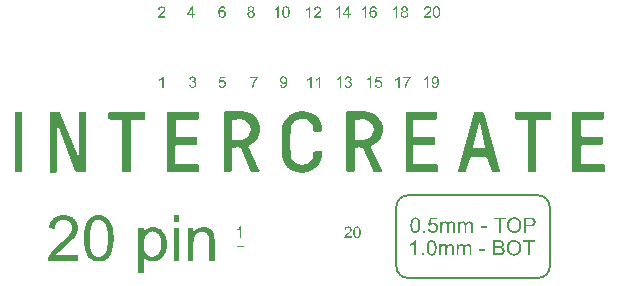
<source format=gto>
G04*
G04 #@! TF.GenerationSoftware,Altium Limited,Altium Designer,23.9.2 (47)*
G04*
G04 Layer_Color=65535*
%FSLAX44Y44*%
%MOMM*%
G71*
G04*
G04 #@! TF.SameCoordinates,E7A4BE84-EE4C-4B8F-86C3-5DBB0D0320C3*
G04*
G04*
G04 #@! TF.FilePolarity,Positive*
G04*
G01*
G75*
%ADD10C,0.2000*%
%ADD11C,0.1000*%
G36*
X381862Y245081D02*
X381973Y245067D01*
X382111Y245053D01*
X382264Y245026D01*
X382416Y244998D01*
X382777Y244901D01*
X383138Y244762D01*
X383318Y244679D01*
X383498Y244582D01*
X383665Y244457D01*
X383817Y244318D01*
X383831Y244305D01*
X383859Y244291D01*
X383886Y244235D01*
X383942Y244180D01*
X384011Y244110D01*
X384081Y244013D01*
X384150Y243916D01*
X384233Y243791D01*
X384372Y243528D01*
X384510Y243195D01*
X384566Y243029D01*
X384594Y242834D01*
X384621Y242640D01*
X384635Y242432D01*
Y242404D01*
Y242335D01*
X384621Y242224D01*
X384608Y242072D01*
X384580Y241905D01*
X384524Y241711D01*
X384469Y241503D01*
X384386Y241295D01*
X384372Y241267D01*
X384344Y241198D01*
X384289Y241087D01*
X384205Y240934D01*
X384094Y240768D01*
X383956Y240560D01*
X383789Y240352D01*
X383595Y240116D01*
X383567Y240089D01*
X383498Y240005D01*
X383429Y239936D01*
X383359Y239867D01*
X383276Y239783D01*
X383165Y239672D01*
X383054Y239562D01*
X382916Y239437D01*
X382777Y239298D01*
X382611Y239145D01*
X382430Y238993D01*
X382236Y238813D01*
X382014Y238632D01*
X381792Y238438D01*
X381778Y238424D01*
X381751Y238396D01*
X381695Y238355D01*
X381626Y238299D01*
X381543Y238216D01*
X381446Y238133D01*
X381224Y237953D01*
X380988Y237745D01*
X380766Y237537D01*
X380572Y237356D01*
X380489Y237287D01*
X380419Y237218D01*
X380405Y237204D01*
X380364Y237162D01*
X380308Y237107D01*
X380239Y237024D01*
X380170Y236926D01*
X380087Y236829D01*
X379920Y236594D01*
X384649D01*
Y235456D01*
X378284D01*
Y235470D01*
Y235526D01*
Y235609D01*
X378297Y235720D01*
X378311Y235845D01*
X378339Y235983D01*
X378367Y236122D01*
X378422Y236275D01*
Y236289D01*
X378436Y236302D01*
X378464Y236386D01*
X378519Y236510D01*
X378602Y236677D01*
X378713Y236871D01*
X378852Y237093D01*
X379005Y237315D01*
X379199Y237551D01*
Y237564D01*
X379227Y237578D01*
X379296Y237661D01*
X379421Y237786D01*
X379601Y237967D01*
X379809Y238175D01*
X380073Y238424D01*
X380392Y238702D01*
X380738Y238993D01*
X380752Y239007D01*
X380808Y239048D01*
X380891Y239118D01*
X380988Y239201D01*
X381113Y239312D01*
X381265Y239437D01*
X381418Y239575D01*
X381598Y239728D01*
X381945Y240061D01*
X382291Y240394D01*
X382458Y240560D01*
X382611Y240726D01*
X382749Y240879D01*
X382860Y241031D01*
Y241045D01*
X382888Y241059D01*
X382916Y241101D01*
X382943Y241156D01*
X383040Y241309D01*
X383151Y241489D01*
X383248Y241711D01*
X383345Y241947D01*
X383401Y242210D01*
X383429Y242460D01*
Y242474D01*
Y242488D01*
X383415Y242571D01*
X383401Y242710D01*
X383359Y242862D01*
X383304Y243056D01*
X383207Y243251D01*
X383082Y243445D01*
X382916Y243639D01*
X382888Y243666D01*
X382818Y243722D01*
X382721Y243791D01*
X382569Y243888D01*
X382375Y243972D01*
X382153Y244055D01*
X381889Y244110D01*
X381598Y244124D01*
X381515D01*
X381459Y244110D01*
X381293Y244096D01*
X381099Y244055D01*
X380891Y243999D01*
X380655Y243902D01*
X380433Y243778D01*
X380225Y243611D01*
X380197Y243583D01*
X380142Y243514D01*
X380059Y243403D01*
X379976Y243237D01*
X379878Y243042D01*
X379795Y242793D01*
X379740Y242515D01*
X379712Y242197D01*
X378506Y242321D01*
Y242335D01*
X378519Y242377D01*
Y242446D01*
X378533Y242543D01*
X378561Y242654D01*
X378589Y242779D01*
X378630Y242931D01*
X378672Y243084D01*
X378783Y243417D01*
X378949Y243750D01*
X379046Y243916D01*
X379171Y244083D01*
X379296Y244235D01*
X379435Y244374D01*
X379449Y244388D01*
X379476Y244401D01*
X379518Y244443D01*
X379587Y244485D01*
X379670Y244540D01*
X379767Y244596D01*
X379878Y244665D01*
X380017Y244734D01*
X380170Y244804D01*
X380336Y244873D01*
X380516Y244928D01*
X380710Y244984D01*
X380919Y245026D01*
X381141Y245067D01*
X381376Y245081D01*
X381626Y245095D01*
X381764D01*
X381862Y245081D01*
D02*
G37*
G36*
X389323D02*
X389503Y245053D01*
X389711Y245012D01*
X389933Y244956D01*
X390169Y244887D01*
X390391Y244776D01*
X390405D01*
X390418Y244762D01*
X390488Y244720D01*
X390599Y244651D01*
X390737Y244554D01*
X390890Y244415D01*
X391056Y244263D01*
X391209Y244083D01*
X391362Y243874D01*
X391375Y243847D01*
X391431Y243778D01*
X391486Y243653D01*
X391583Y243472D01*
X391667Y243264D01*
X391777Y243029D01*
X391875Y242751D01*
X391958Y242446D01*
Y242432D01*
X391972Y242404D01*
X391986Y242363D01*
X391999Y242293D01*
X392013Y242210D01*
X392027Y242113D01*
X392055Y241988D01*
X392069Y241850D01*
X392096Y241697D01*
X392110Y241531D01*
X392124Y241337D01*
X392152Y241143D01*
X392166Y240921D01*
Y240699D01*
X392180Y240449D01*
Y240186D01*
Y240172D01*
Y240116D01*
Y240019D01*
Y239908D01*
X392166Y239756D01*
Y239589D01*
X392152Y239409D01*
X392138Y239215D01*
X392096Y238771D01*
X392027Y238313D01*
X391944Y237869D01*
X391889Y237661D01*
X391819Y237453D01*
Y237440D01*
X391805Y237412D01*
X391777Y237356D01*
X391750Y237287D01*
X391722Y237190D01*
X391667Y237093D01*
X391556Y236857D01*
X391417Y236607D01*
X391237Y236330D01*
X391029Y236080D01*
X390779Y235845D01*
X390765D01*
X390751Y235817D01*
X390710Y235789D01*
X390654Y235762D01*
X390585Y235720D01*
X390516Y235665D01*
X390308Y235567D01*
X390058Y235470D01*
X389767Y235373D01*
X389420Y235318D01*
X389045Y235290D01*
X388907D01*
X388810Y235304D01*
X388699Y235318D01*
X388560Y235345D01*
X388408Y235373D01*
X388241Y235415D01*
X388075Y235470D01*
X387894Y235526D01*
X387714Y235609D01*
X387534Y235706D01*
X387354Y235817D01*
X387173Y235956D01*
X387007Y236108D01*
X386854Y236275D01*
X386840Y236289D01*
X386813Y236330D01*
X386771Y236399D01*
X386702Y236510D01*
X386632Y236635D01*
X386563Y236802D01*
X386466Y236996D01*
X386383Y237218D01*
X386300Y237467D01*
X386216Y237759D01*
X386133Y238078D01*
X386064Y238438D01*
X385994Y238826D01*
X385953Y239242D01*
X385925Y239700D01*
X385911Y240186D01*
Y240199D01*
Y240255D01*
Y240352D01*
Y240463D01*
X385925Y240616D01*
Y240782D01*
X385939Y240962D01*
X385953Y241170D01*
X385994Y241600D01*
X386064Y242058D01*
X386147Y242515D01*
X386202Y242724D01*
X386258Y242931D01*
Y242945D01*
X386272Y242973D01*
X386300Y243029D01*
X386327Y243098D01*
X386355Y243195D01*
X386410Y243292D01*
X386521Y243528D01*
X386660Y243778D01*
X386840Y244041D01*
X387048Y244305D01*
X387298Y244526D01*
X387312D01*
X387326Y244554D01*
X387367Y244582D01*
X387423Y244610D01*
X387492Y244665D01*
X387575Y244707D01*
X387783Y244818D01*
X388033Y244915D01*
X388324Y245012D01*
X388671Y245067D01*
X389045Y245095D01*
X389170D01*
X389323Y245081D01*
D02*
G37*
G36*
X388019Y185721D02*
X388088D01*
X388186Y185708D01*
X388421Y185666D01*
X388685Y185611D01*
X388976Y185513D01*
X389267Y185389D01*
X389559Y185222D01*
X389572D01*
X389586Y185194D01*
X389628Y185167D01*
X389683Y185125D01*
X389822Y185014D01*
X390002Y184862D01*
X390183Y184654D01*
X390391Y184404D01*
X390571Y184113D01*
X390737Y183780D01*
Y183766D01*
X390751Y183738D01*
X390779Y183683D01*
X390807Y183613D01*
X390835Y183516D01*
X390876Y183392D01*
X390904Y183253D01*
X390945Y183100D01*
X390987Y182920D01*
X391029Y182712D01*
X391056Y182490D01*
X391084Y182254D01*
X391112Y181991D01*
X391140Y181714D01*
X391153Y181408D01*
Y181089D01*
Y181075D01*
Y181006D01*
Y180909D01*
Y180784D01*
X391140Y180632D01*
Y180452D01*
X391126Y180243D01*
X391098Y180035D01*
X391056Y179564D01*
X390987Y179065D01*
X390890Y178593D01*
X390821Y178357D01*
X390751Y178149D01*
Y178135D01*
X390737Y178108D01*
X390710Y178052D01*
X390682Y177969D01*
X390640Y177886D01*
X390585Y177775D01*
X390446Y177539D01*
X390280Y177276D01*
X390086Y176998D01*
X389836Y176735D01*
X389559Y176499D01*
X389545D01*
X389517Y176471D01*
X389475Y176444D01*
X389420Y176416D01*
X389337Y176374D01*
X389254Y176319D01*
X389142Y176263D01*
X389032Y176222D01*
X388768Y176111D01*
X388449Y176014D01*
X388102Y175958D01*
X387714Y175930D01*
X387603D01*
X387534Y175944D01*
X387437D01*
X387326Y175958D01*
X387062Y176014D01*
X386771Y176083D01*
X386466Y176194D01*
X386161Y176346D01*
X386008Y176444D01*
X385870Y176554D01*
X385856Y176568D01*
X385842Y176582D01*
X385800Y176624D01*
X385759Y176665D01*
X385703Y176735D01*
X385634Y176818D01*
X385495Y177012D01*
X385356Y177262D01*
X385218Y177567D01*
X385107Y177913D01*
X385024Y178316D01*
X386161Y178413D01*
Y178399D01*
X386175Y178371D01*
Y178344D01*
X386189Y178288D01*
X386230Y178135D01*
X386286Y177969D01*
X386355Y177775D01*
X386452Y177581D01*
X386563Y177400D01*
X386702Y177248D01*
X386716Y177234D01*
X386771Y177192D01*
X386868Y177137D01*
X386979Y177081D01*
X387132Y177012D01*
X387312Y176957D01*
X387520Y176915D01*
X387742Y176901D01*
X387839D01*
X387936Y176915D01*
X388061Y176929D01*
X388213Y176957D01*
X388366Y176998D01*
X388532Y177054D01*
X388685Y177137D01*
X388699Y177151D01*
X388754Y177178D01*
X388837Y177234D01*
X388921Y177317D01*
X389032Y177414D01*
X389142Y177525D01*
X389254Y177650D01*
X389364Y177803D01*
X389378Y177817D01*
X389406Y177886D01*
X389462Y177983D01*
X389517Y178108D01*
X389586Y178274D01*
X389656Y178468D01*
X389725Y178690D01*
X389794Y178940D01*
Y178954D01*
X389808Y178967D01*
Y179009D01*
X389822Y179065D01*
X389850Y179203D01*
X389891Y179384D01*
X389919Y179606D01*
X389947Y179841D01*
X389961Y180105D01*
X389975Y180382D01*
Y180396D01*
Y180438D01*
Y180507D01*
Y180618D01*
X389961Y180590D01*
X389905Y180521D01*
X389822Y180424D01*
X389725Y180285D01*
X389586Y180146D01*
X389420Y179994D01*
X389226Y179841D01*
X389004Y179703D01*
X388976Y179689D01*
X388893Y179647D01*
X388768Y179592D01*
X388615Y179536D01*
X388408Y179467D01*
X388186Y179411D01*
X387936Y179370D01*
X387673Y179356D01*
X387561D01*
X387478Y179370D01*
X387367Y179384D01*
X387256Y179398D01*
X387118Y179425D01*
X386979Y179467D01*
X386660Y179564D01*
X386494Y179633D01*
X386327Y179716D01*
X386147Y179813D01*
X385980Y179938D01*
X385814Y180063D01*
X385662Y180216D01*
X385648Y180230D01*
X385620Y180257D01*
X385592Y180299D01*
X385537Y180368D01*
X385467Y180465D01*
X385398Y180562D01*
X385329Y180687D01*
X385259Y180826D01*
X385176Y180979D01*
X385107Y181145D01*
X385037Y181339D01*
X384968Y181533D01*
X384913Y181755D01*
X384885Y181991D01*
X384857Y182227D01*
X384843Y182490D01*
Y182504D01*
Y182560D01*
Y182629D01*
X384857Y182726D01*
X384871Y182851D01*
X384885Y183003D01*
X384913Y183156D01*
X384954Y183336D01*
X385051Y183697D01*
X385121Y183891D01*
X385204Y184099D01*
X385301Y184293D01*
X385426Y184473D01*
X385551Y184667D01*
X385703Y184834D01*
X385717Y184848D01*
X385745Y184876D01*
X385786Y184917D01*
X385856Y184973D01*
X385939Y185042D01*
X386050Y185125D01*
X386161Y185194D01*
X386300Y185292D01*
X386438Y185375D01*
X386605Y185444D01*
X386979Y185597D01*
X387173Y185652D01*
X387395Y185694D01*
X387617Y185721D01*
X387853Y185735D01*
X387950D01*
X388019Y185721D01*
D02*
G37*
G36*
X381820Y176097D02*
X380641D01*
Y183600D01*
X380627Y183586D01*
X380558Y183530D01*
X380475Y183447D01*
X380336Y183350D01*
X380183Y183225D01*
X379989Y183086D01*
X379767Y182934D01*
X379518Y182781D01*
X379504D01*
X379490Y182768D01*
X379407Y182712D01*
X379268Y182643D01*
X379102Y182560D01*
X378908Y182462D01*
X378700Y182365D01*
X378492Y182268D01*
X378284Y182185D01*
Y183322D01*
X378297D01*
X378325Y183350D01*
X378381Y183364D01*
X378450Y183405D01*
X378533Y183447D01*
X378630Y183503D01*
X378866Y183641D01*
X379143Y183794D01*
X379421Y183988D01*
X379712Y184210D01*
X380003Y184446D01*
X380017Y184459D01*
X380031Y184473D01*
X380073Y184515D01*
X380128Y184557D01*
X380253Y184695D01*
X380419Y184862D01*
X380586Y185056D01*
X380766Y185278D01*
X380919Y185500D01*
X381057Y185735D01*
X381820D01*
Y176097D01*
D02*
G37*
G36*
X355820Y235456D02*
X354641D01*
Y242959D01*
X354627Y242945D01*
X354558Y242890D01*
X354475Y242807D01*
X354336Y242710D01*
X354184Y242585D01*
X353989Y242446D01*
X353768Y242293D01*
X353518Y242141D01*
X353504D01*
X353490Y242127D01*
X353407Y242072D01*
X353268Y242002D01*
X353102Y241919D01*
X352908Y241822D01*
X352700Y241725D01*
X352492Y241628D01*
X352284Y241545D01*
Y242682D01*
X352297D01*
X352325Y242710D01*
X352381Y242724D01*
X352450Y242765D01*
X352533Y242807D01*
X352630Y242862D01*
X352866Y243001D01*
X353143Y243153D01*
X353421Y243347D01*
X353712Y243569D01*
X354003Y243805D01*
X354017Y243819D01*
X354031Y243833D01*
X354073Y243874D01*
X354128Y243916D01*
X354253Y244055D01*
X354419Y244221D01*
X354586Y244415D01*
X354766Y244637D01*
X354919Y244859D01*
X355057Y245095D01*
X355820D01*
Y235456D01*
D02*
G37*
G36*
X362172Y245081D02*
X362283Y245067D01*
X362407Y245053D01*
X362546Y245040D01*
X362685Y244998D01*
X363018Y244915D01*
X363351Y244790D01*
X363517Y244707D01*
X363683Y244610D01*
X363836Y244485D01*
X363988Y244360D01*
X364002Y244346D01*
X364016Y244332D01*
X364058Y244291D01*
X364113Y244235D01*
X364169Y244152D01*
X364238Y244069D01*
X364377Y243861D01*
X364515Y243597D01*
X364640Y243292D01*
X364737Y242945D01*
X364751Y242765D01*
X364765Y242571D01*
Y242557D01*
Y242543D01*
Y242460D01*
X364751Y242335D01*
X364724Y242183D01*
X364682Y241988D01*
X364613Y241794D01*
X364529Y241600D01*
X364405Y241406D01*
X364391Y241378D01*
X364335Y241323D01*
X364252Y241239D01*
X364141Y241129D01*
X363988Y241004D01*
X363808Y240879D01*
X363600Y240754D01*
X363351Y240643D01*
X363364D01*
X363392Y240629D01*
X363434Y240616D01*
X363489Y240588D01*
X363656Y240518D01*
X363850Y240421D01*
X364058Y240283D01*
X364280Y240130D01*
X364488Y239936D01*
X364682Y239714D01*
Y239700D01*
X364696Y239686D01*
X364751Y239603D01*
X364835Y239464D01*
X364918Y239284D01*
X365001Y239062D01*
X365084Y238799D01*
X365140Y238507D01*
X365153Y238188D01*
Y238175D01*
Y238133D01*
Y238064D01*
X365140Y237980D01*
X365126Y237883D01*
X365112Y237759D01*
X365084Y237620D01*
X365042Y237467D01*
X364945Y237148D01*
X364876Y236968D01*
X364779Y236802D01*
X364682Y236621D01*
X364571Y236455D01*
X364432Y236289D01*
X364280Y236122D01*
X364266Y236108D01*
X364238Y236080D01*
X364197Y236039D01*
X364127Y235997D01*
X364030Y235928D01*
X363933Y235859D01*
X363808Y235789D01*
X363670Y235706D01*
X363517Y235623D01*
X363337Y235553D01*
X363143Y235484D01*
X362948Y235415D01*
X362727Y235373D01*
X362491Y235332D01*
X362255Y235304D01*
X361992Y235290D01*
X361853D01*
X361756Y235304D01*
X361631Y235318D01*
X361492Y235332D01*
X361340Y235359D01*
X361173Y235401D01*
X360799Y235498D01*
X360605Y235567D01*
X360424Y235637D01*
X360230Y235734D01*
X360036Y235845D01*
X359856Y235970D01*
X359689Y236122D01*
X359675Y236136D01*
X359648Y236164D01*
X359606Y236205D01*
X359551Y236275D01*
X359495Y236358D01*
X359412Y236455D01*
X359343Y236566D01*
X359259Y236705D01*
X359176Y236843D01*
X359107Y237010D01*
X358968Y237356D01*
X358913Y237564D01*
X358871Y237772D01*
X358843Y237994D01*
X358829Y238216D01*
Y238230D01*
Y238258D01*
Y238313D01*
X358843Y238369D01*
Y238452D01*
X358857Y238549D01*
X358885Y238771D01*
X358940Y239021D01*
X359024Y239270D01*
X359148Y239534D01*
X359301Y239783D01*
Y239797D01*
X359329Y239811D01*
X359384Y239880D01*
X359495Y239991D01*
X359648Y240130D01*
X359842Y240269D01*
X360078Y240421D01*
X360341Y240546D01*
X360660Y240643D01*
X360646D01*
X360632Y240657D01*
X360591Y240671D01*
X360535Y240699D01*
X360410Y240754D01*
X360244Y240837D01*
X360064Y240948D01*
X359883Y241087D01*
X359717Y241239D01*
X359565Y241406D01*
X359551Y241434D01*
X359509Y241489D01*
X359454Y241600D01*
X359398Y241739D01*
X359329Y241919D01*
X359273Y242127D01*
X359232Y242363D01*
X359218Y242612D01*
Y242626D01*
Y242654D01*
Y242710D01*
X359232Y242793D01*
X359245Y242876D01*
X359259Y242987D01*
X359315Y243223D01*
X359398Y243500D01*
X359537Y243791D01*
X359620Y243944D01*
X359717Y244096D01*
X359842Y244235D01*
X359967Y244374D01*
X359981Y244388D01*
X360008Y244401D01*
X360050Y244443D01*
X360105Y244485D01*
X360175Y244540D01*
X360272Y244596D01*
X360383Y244665D01*
X360494Y244734D01*
X360632Y244804D01*
X360785Y244873D01*
X360951Y244928D01*
X361132Y244984D01*
X361520Y245067D01*
X361742Y245081D01*
X361964Y245095D01*
X362089D01*
X362172Y245081D01*
D02*
G37*
G36*
X367140Y184473D02*
X367126Y184459D01*
X367098Y184432D01*
X367043Y184376D01*
X366987Y184293D01*
X366904Y184196D01*
X366793Y184085D01*
X366682Y183946D01*
X366557Y183780D01*
X366432Y183613D01*
X366280Y183419D01*
X366127Y183197D01*
X365975Y182976D01*
X365808Y182726D01*
X365642Y182462D01*
X365475Y182171D01*
X365309Y181880D01*
X365295Y181866D01*
X365267Y181811D01*
X365226Y181727D01*
X365156Y181602D01*
X365087Y181450D01*
X365004Y181284D01*
X364907Y181089D01*
X364810Y180868D01*
X364699Y180618D01*
X364574Y180368D01*
X364463Y180091D01*
X364352Y179800D01*
X364130Y179203D01*
X363922Y178565D01*
Y178552D01*
X363908Y178510D01*
X363894Y178440D01*
X363867Y178357D01*
X363839Y178246D01*
X363811Y178108D01*
X363770Y177955D01*
X363742Y177789D01*
X363700Y177595D01*
X363659Y177386D01*
X363589Y176943D01*
X363520Y176457D01*
X363478Y175930D01*
X362272D01*
Y175944D01*
Y175986D01*
Y176041D01*
X362286Y176124D01*
Y176236D01*
X362299Y176374D01*
X362313Y176527D01*
X362327Y176693D01*
X362355Y176887D01*
X362383Y177081D01*
X362424Y177317D01*
X362466Y177553D01*
X362508Y177803D01*
X362563Y178080D01*
X362702Y178649D01*
Y178662D01*
X362716Y178718D01*
X362743Y178801D01*
X362785Y178926D01*
X362826Y179065D01*
X362882Y179231D01*
X362938Y179425D01*
X363021Y179633D01*
X363104Y179869D01*
X363187Y180105D01*
X363395Y180632D01*
X363645Y181187D01*
X363922Y181741D01*
X363936Y181755D01*
X363964Y181811D01*
X364005Y181880D01*
X364061Y181991D01*
X364130Y182116D01*
X364227Y182268D01*
X364324Y182435D01*
X364435Y182615D01*
X364699Y183017D01*
X364976Y183433D01*
X365295Y183863D01*
X365628Y184265D01*
X360927D01*
Y185403D01*
X367140D01*
Y184473D01*
D02*
G37*
G36*
X357820Y175930D02*
X356641D01*
Y183433D01*
X356627Y183419D01*
X356558Y183364D01*
X356475Y183281D01*
X356336Y183183D01*
X356184Y183059D01*
X355989Y182920D01*
X355768Y182768D01*
X355518Y182615D01*
X355504D01*
X355490Y182601D01*
X355407Y182546D01*
X355268Y182476D01*
X355102Y182393D01*
X354908Y182296D01*
X354700Y182199D01*
X354492Y182102D01*
X354284Y182019D01*
Y183156D01*
X354297D01*
X354325Y183183D01*
X354381Y183197D01*
X354450Y183239D01*
X354533Y183281D01*
X354630Y183336D01*
X354866Y183475D01*
X355143Y183627D01*
X355421Y183822D01*
X355712Y184043D01*
X356003Y184279D01*
X356017Y184293D01*
X356031Y184307D01*
X356073Y184349D01*
X356128Y184390D01*
X356253Y184529D01*
X356419Y184695D01*
X356586Y184889D01*
X356766Y185111D01*
X356919Y185333D01*
X357057Y185569D01*
X357820D01*
Y175930D01*
D02*
G37*
G36*
X335935Y245081D02*
X336032D01*
X336143Y245067D01*
X336407Y245012D01*
X336698Y244942D01*
X337003Y244832D01*
X337308Y244665D01*
X337461Y244568D01*
X337599Y244457D01*
X337613Y244443D01*
X337627Y244429D01*
X337669Y244388D01*
X337710Y244346D01*
X337780Y244277D01*
X337835Y244193D01*
X337988Y243999D01*
X338140Y243750D01*
X338279Y243445D01*
X338404Y243098D01*
X338487Y242710D01*
X337308Y242612D01*
Y242626D01*
X337294Y242640D01*
X337281Y242724D01*
X337239Y242848D01*
X337183Y243001D01*
X337128Y243167D01*
X337045Y243334D01*
X336948Y243486D01*
X336851Y243611D01*
X336823Y243639D01*
X336767Y243694D01*
X336670Y243778D01*
X336532Y243874D01*
X336351Y243958D01*
X336157Y244041D01*
X335921Y244096D01*
X335672Y244124D01*
X335575D01*
X335464Y244110D01*
X335339Y244083D01*
X335173Y244041D01*
X335006Y243986D01*
X334840Y243916D01*
X334673Y243805D01*
X334646Y243791D01*
X334576Y243736D01*
X334479Y243639D01*
X334354Y243500D01*
X334216Y243334D01*
X334063Y243139D01*
X333924Y242890D01*
X333786Y242612D01*
Y242599D01*
X333772Y242571D01*
X333758Y242529D01*
X333730Y242474D01*
X333716Y242391D01*
X333689Y242293D01*
X333661Y242183D01*
X333633Y242044D01*
X333591Y241891D01*
X333564Y241725D01*
X333536Y241545D01*
X333522Y241350D01*
X333494Y241129D01*
X333481Y240907D01*
X333467Y240657D01*
Y240407D01*
X333481Y240421D01*
X333536Y240504D01*
X333633Y240616D01*
X333758Y240754D01*
X333897Y240921D01*
X334077Y241073D01*
X334271Y241226D01*
X334493Y241364D01*
X334507D01*
X334521Y241378D01*
X334604Y241420D01*
X334729Y241461D01*
X334895Y241531D01*
X335089Y241586D01*
X335311Y241628D01*
X335547Y241670D01*
X335797Y241683D01*
X335908D01*
X335991Y241670D01*
X336102Y241656D01*
X336213Y241642D01*
X336351Y241614D01*
X336490Y241572D01*
X336809Y241475D01*
X336975Y241406D01*
X337142Y241309D01*
X337308Y241212D01*
X337489Y241101D01*
X337655Y240962D01*
X337808Y240810D01*
X337821Y240796D01*
X337849Y240768D01*
X337891Y240726D01*
X337932Y240657D01*
X338002Y240560D01*
X338071Y240463D01*
X338140Y240338D01*
X338224Y240199D01*
X338307Y240047D01*
X338376Y239880D01*
X338445Y239686D01*
X338515Y239492D01*
X338556Y239284D01*
X338598Y239048D01*
X338626Y238813D01*
X338640Y238563D01*
Y238549D01*
Y238521D01*
Y238480D01*
Y238410D01*
X338626Y238327D01*
Y238244D01*
X338584Y238022D01*
X338543Y237759D01*
X338473Y237481D01*
X338376Y237176D01*
X338237Y236885D01*
Y236871D01*
X338224Y236857D01*
X338196Y236815D01*
X338168Y236760D01*
X338085Y236621D01*
X337960Y236441D01*
X337808Y236247D01*
X337627Y236053D01*
X337405Y235859D01*
X337170Y235692D01*
X337156D01*
X337142Y235678D01*
X337100Y235651D01*
X337045Y235637D01*
X336906Y235567D01*
X336726Y235498D01*
X336490Y235415D01*
X336227Y235359D01*
X335935Y235304D01*
X335616Y235290D01*
X335547D01*
X335478Y235304D01*
X335367D01*
X335242Y235318D01*
X335103Y235345D01*
X334937Y235387D01*
X334770Y235429D01*
X334576Y235484D01*
X334382Y235553D01*
X334188Y235637D01*
X333980Y235748D01*
X333786Y235872D01*
X333591Y236011D01*
X333397Y236178D01*
X333217Y236372D01*
X333203Y236386D01*
X333176Y236427D01*
X333134Y236483D01*
X333078Y236580D01*
X332995Y236705D01*
X332926Y236843D01*
X332843Y237024D01*
X332759Y237218D01*
X332662Y237453D01*
X332579Y237717D01*
X332510Y238008D01*
X332440Y238327D01*
X332371Y238688D01*
X332329Y239076D01*
X332302Y239492D01*
X332288Y239936D01*
Y239950D01*
Y239964D01*
Y240005D01*
Y240061D01*
X332302Y240199D01*
Y240394D01*
X332316Y240616D01*
X332343Y240879D01*
X332371Y241170D01*
X332413Y241489D01*
X332468Y241808D01*
X332537Y242155D01*
X332621Y242488D01*
X332718Y242820D01*
X332843Y243139D01*
X332981Y243445D01*
X333134Y243736D01*
X333314Y243986D01*
X333328Y243999D01*
X333356Y244027D01*
X333411Y244083D01*
X333481Y244166D01*
X333564Y244249D01*
X333675Y244332D01*
X333813Y244443D01*
X333952Y244540D01*
X334118Y244637D01*
X334299Y244748D01*
X334507Y244832D01*
X334715Y244928D01*
X334951Y244998D01*
X335200Y245053D01*
X335464Y245081D01*
X335741Y245095D01*
X335852D01*
X335935Y245081D01*
D02*
G37*
G36*
X329320Y235456D02*
X328141D01*
Y242959D01*
X328127Y242945D01*
X328058Y242890D01*
X327975Y242807D01*
X327836Y242710D01*
X327684Y242585D01*
X327489Y242446D01*
X327267Y242293D01*
X327018Y242141D01*
X327004D01*
X326990Y242127D01*
X326907Y242072D01*
X326768Y242002D01*
X326602Y241919D01*
X326408Y241822D01*
X326200Y241725D01*
X325992Y241628D01*
X325784Y241545D01*
Y242682D01*
X325798D01*
X325825Y242710D01*
X325881Y242724D01*
X325950Y242765D01*
X326033Y242807D01*
X326130Y242862D01*
X326366Y243001D01*
X326643Y243153D01*
X326921Y243347D01*
X327212Y243569D01*
X327503Y243805D01*
X327517Y243819D01*
X327531Y243833D01*
X327573Y243874D01*
X327628Y243916D01*
X327753Y244055D01*
X327919Y244221D01*
X328086Y244415D01*
X328266Y244637D01*
X328419Y244859D01*
X328557Y245095D01*
X329320D01*
Y235456D01*
D02*
G37*
G36*
X342751Y184446D02*
X338910D01*
X338397Y181852D01*
X338410Y181866D01*
X338438Y181880D01*
X338480Y181908D01*
X338549Y181949D01*
X338632Y181991D01*
X338729Y182046D01*
X338951Y182157D01*
X339229Y182268D01*
X339534Y182365D01*
X339867Y182435D01*
X340033Y182462D01*
X340338D01*
X340421Y182449D01*
X340532Y182435D01*
X340657Y182421D01*
X340796Y182393D01*
X340948Y182351D01*
X341281Y182254D01*
X341461Y182185D01*
X341642Y182088D01*
X341822Y181991D01*
X342002Y181880D01*
X342169Y181741D01*
X342335Y181589D01*
X342349Y181575D01*
X342377Y181547D01*
X342418Y181506D01*
X342474Y181436D01*
X342543Y181339D01*
X342613Y181242D01*
X342696Y181117D01*
X342779Y180979D01*
X342848Y180826D01*
X342932Y180660D01*
X343001Y180465D01*
X343070Y180271D01*
X343126Y180063D01*
X343167Y179827D01*
X343195Y179592D01*
X343209Y179342D01*
Y179328D01*
Y179286D01*
Y179217D01*
X343195Y179120D01*
X343181Y179009D01*
X343167Y178884D01*
X343140Y178732D01*
X343112Y178579D01*
X343029Y178219D01*
X342890Y177844D01*
X342807Y177650D01*
X342696Y177470D01*
X342585Y177276D01*
X342446Y177095D01*
X342432Y177081D01*
X342405Y177040D01*
X342349Y176984D01*
X342280Y176915D01*
X342183Y176832D01*
X342072Y176721D01*
X341933Y176624D01*
X341781Y176513D01*
X341614Y176402D01*
X341420Y176305D01*
X341212Y176208D01*
X340990Y176111D01*
X340754Y176041D01*
X340491Y175986D01*
X340213Y175944D01*
X339922Y175930D01*
X339797D01*
X339700Y175944D01*
X339589Y175958D01*
X339464Y175972D01*
X339312Y175986D01*
X339159Y176027D01*
X338813Y176111D01*
X338466Y176236D01*
X338286Y176319D01*
X338105Y176416D01*
X337939Y176527D01*
X337772Y176651D01*
X337759Y176665D01*
X337731Y176679D01*
X337703Y176735D01*
X337648Y176790D01*
X337578Y176859D01*
X337509Y176943D01*
X337426Y177054D01*
X337356Y177178D01*
X337273Y177303D01*
X337190Y177456D01*
X337038Y177789D01*
X336913Y178177D01*
X336871Y178385D01*
X336843Y178607D01*
X338078Y178704D01*
Y178690D01*
Y178662D01*
X338092Y178621D01*
X338105Y178552D01*
X338147Y178399D01*
X338202Y178191D01*
X338286Y177983D01*
X338397Y177747D01*
X338535Y177539D01*
X338702Y177345D01*
X338729Y177331D01*
X338785Y177276D01*
X338896Y177206D01*
X339048Y177123D01*
X339215Y177040D01*
X339423Y176971D01*
X339659Y176915D01*
X339922Y176901D01*
X340005D01*
X340061Y176915D01*
X340227Y176929D01*
X340421Y176984D01*
X340657Y177054D01*
X340893Y177165D01*
X341143Y177331D01*
X341254Y177428D01*
X341364Y177539D01*
X341378Y177553D01*
X341392Y177567D01*
X341420Y177608D01*
X341461Y177650D01*
X341559Y177803D01*
X341670Y177997D01*
X341767Y178232D01*
X341864Y178524D01*
X341933Y178871D01*
X341961Y179051D01*
Y179245D01*
Y179259D01*
Y179286D01*
Y179342D01*
X341947Y179411D01*
Y179494D01*
X341933Y179592D01*
X341891Y179813D01*
X341822Y180077D01*
X341725Y180340D01*
X341586Y180590D01*
X341392Y180826D01*
Y180840D01*
X341364Y180854D01*
X341295Y180923D01*
X341170Y181020D01*
X341004Y181131D01*
X340782Y181228D01*
X340532Y181325D01*
X340241Y181395D01*
X340075Y181422D01*
X339811D01*
X339700Y181408D01*
X339562Y181395D01*
X339395Y181353D01*
X339229Y181311D01*
X339048Y181242D01*
X338868Y181159D01*
X338854Y181145D01*
X338799Y181117D01*
X338716Y181048D01*
X338605Y180979D01*
X338494Y180881D01*
X338383Y180757D01*
X338258Y180632D01*
X338161Y180479D01*
X337051Y180632D01*
X337981Y185569D01*
X342751D01*
Y184446D01*
D02*
G37*
G36*
X333820Y176097D02*
X332641D01*
Y183600D01*
X332627Y183586D01*
X332558Y183530D01*
X332475Y183447D01*
X332336Y183350D01*
X332184Y183225D01*
X331989Y183086D01*
X331768Y182934D01*
X331518Y182781D01*
X331504D01*
X331490Y182768D01*
X331407Y182712D01*
X331268Y182643D01*
X331102Y182560D01*
X330908Y182462D01*
X330700Y182365D01*
X330492Y182268D01*
X330284Y182185D01*
Y183322D01*
X330298D01*
X330325Y183350D01*
X330381Y183364D01*
X330450Y183405D01*
X330533Y183447D01*
X330630Y183503D01*
X330866Y183641D01*
X331143Y183794D01*
X331421Y183988D01*
X331712Y184210D01*
X332003Y184446D01*
X332017Y184459D01*
X332031Y184473D01*
X332073Y184515D01*
X332128Y184557D01*
X332253Y184695D01*
X332419Y184862D01*
X332586Y185056D01*
X332766Y185278D01*
X332919Y185500D01*
X333057Y185735D01*
X333820D01*
Y176097D01*
D02*
G37*
G36*
X315294Y238674D02*
X316598D01*
Y237592D01*
X315294D01*
Y235290D01*
X314116D01*
Y237592D01*
X309941D01*
Y238674D01*
X314337Y244887D01*
X315294D01*
Y238674D01*
D02*
G37*
G36*
X307320Y235290D02*
X306141D01*
Y242793D01*
X306127Y242779D01*
X306058Y242724D01*
X305975Y242640D01*
X305836Y242543D01*
X305684Y242418D01*
X305489Y242280D01*
X305268Y242127D01*
X305018Y241975D01*
X305004D01*
X304990Y241961D01*
X304907Y241905D01*
X304768Y241836D01*
X304602Y241753D01*
X304408Y241656D01*
X304200Y241558D01*
X303992Y241461D01*
X303784Y241378D01*
Y242515D01*
X303797D01*
X303825Y242543D01*
X303881Y242557D01*
X303950Y242599D01*
X304033Y242640D01*
X304130Y242696D01*
X304366Y242834D01*
X304643Y242987D01*
X304921Y243181D01*
X305212Y243403D01*
X305503Y243639D01*
X305517Y243653D01*
X305531Y243666D01*
X305573Y243708D01*
X305628Y243750D01*
X305753Y243888D01*
X305919Y244055D01*
X306086Y244249D01*
X306266Y244471D01*
X306419Y244693D01*
X306557Y244928D01*
X307320D01*
Y235290D01*
D02*
G37*
G36*
X314644Y185721D02*
X314824Y185694D01*
X315046Y185652D01*
X315296Y185583D01*
X315546Y185500D01*
X315795Y185389D01*
X315809D01*
X315823Y185375D01*
X315906Y185333D01*
X316031Y185250D01*
X316169Y185153D01*
X316336Y185014D01*
X316502Y184862D01*
X316669Y184681D01*
X316807Y184473D01*
X316821Y184446D01*
X316863Y184376D01*
X316918Y184251D01*
X316988Y184099D01*
X317057Y183919D01*
X317113Y183710D01*
X317154Y183475D01*
X317168Y183239D01*
Y183211D01*
Y183128D01*
X317154Y183017D01*
X317127Y182865D01*
X317085Y182684D01*
X317015Y182490D01*
X316932Y182296D01*
X316821Y182102D01*
X316807Y182074D01*
X316766Y182019D01*
X316683Y181922D01*
X316572Y181811D01*
X316433Y181686D01*
X316267Y181547D01*
X316073Y181422D01*
X315837Y181297D01*
X315851D01*
X315878Y181284D01*
X315920Y181270D01*
X315975Y181256D01*
X316128Y181200D01*
X316322Y181117D01*
X316544Y181006D01*
X316766Y180868D01*
X316974Y180687D01*
X317168Y180479D01*
X317182Y180452D01*
X317237Y180368D01*
X317321Y180230D01*
X317404Y180049D01*
X317487Y179827D01*
X317570Y179564D01*
X317626Y179259D01*
X317640Y178926D01*
Y178912D01*
Y178871D01*
Y178801D01*
X317626Y178718D01*
X317612Y178607D01*
X317584Y178482D01*
X317556Y178344D01*
X317529Y178191D01*
X317418Y177858D01*
X317334Y177678D01*
X317251Y177511D01*
X317140Y177331D01*
X317015Y177151D01*
X316877Y176971D01*
X316710Y176804D01*
X316696Y176790D01*
X316669Y176763D01*
X316613Y176721D01*
X316544Y176665D01*
X316461Y176596D01*
X316350Y176527D01*
X316225Y176444D01*
X316073Y176374D01*
X315920Y176291D01*
X315740Y176208D01*
X315559Y176138D01*
X315351Y176069D01*
X315129Y176014D01*
X314894Y175972D01*
X314658Y175944D01*
X314394Y175930D01*
X314270D01*
X314186Y175944D01*
X314075Y175958D01*
X313951Y175972D01*
X313812Y176000D01*
X313659Y176027D01*
X313326Y176111D01*
X312980Y176249D01*
X312799Y176332D01*
X312633Y176430D01*
X312467Y176554D01*
X312300Y176679D01*
X312286Y176693D01*
X312259Y176721D01*
X312217Y176763D01*
X312175Y176818D01*
X312106Y176887D01*
X312037Y176984D01*
X311954Y177081D01*
X311870Y177206D01*
X311787Y177345D01*
X311704Y177484D01*
X311551Y177817D01*
X311427Y178205D01*
X311385Y178413D01*
X311357Y178635D01*
X312536Y178787D01*
Y178773D01*
X312550Y178746D01*
X312564Y178690D01*
X312578Y178621D01*
X312591Y178538D01*
X312619Y178440D01*
X312689Y178232D01*
X312786Y177983D01*
X312910Y177747D01*
X313049Y177525D01*
X313216Y177331D01*
X313243Y177317D01*
X313299Y177262D01*
X313410Y177192D01*
X313548Y177123D01*
X313715Y177040D01*
X313923Y176971D01*
X314159Y176915D01*
X314408Y176901D01*
X314492D01*
X314547Y176915D01*
X314699Y176929D01*
X314894Y176971D01*
X315116Y177040D01*
X315351Y177137D01*
X315587Y177276D01*
X315809Y177470D01*
X315837Y177498D01*
X315906Y177581D01*
X315989Y177705D01*
X316100Y177872D01*
X316211Y178080D01*
X316294Y178316D01*
X316364Y178593D01*
X316391Y178898D01*
Y178912D01*
Y178940D01*
Y178981D01*
X316378Y179037D01*
X316364Y179189D01*
X316322Y179370D01*
X316267Y179592D01*
X316169Y179813D01*
X316031Y180035D01*
X315851Y180243D01*
X315823Y180271D01*
X315753Y180327D01*
X315643Y180410D01*
X315490Y180507D01*
X315296Y180604D01*
X315060Y180687D01*
X314797Y180743D01*
X314505Y180770D01*
X314380D01*
X314283Y180757D01*
X314159Y180743D01*
X314020Y180715D01*
X313853Y180687D01*
X313673Y180646D01*
X313812Y181686D01*
X313881D01*
X313937Y181672D01*
X314117D01*
X314270Y181700D01*
X314450Y181727D01*
X314658Y181769D01*
X314894Y181838D01*
X315116Y181935D01*
X315351Y182060D01*
X315365D01*
X315379Y182074D01*
X315448Y182129D01*
X315546Y182227D01*
X315656Y182351D01*
X315767Y182532D01*
X315864Y182740D01*
X315934Y182976D01*
X315961Y183114D01*
Y183267D01*
Y183281D01*
Y183295D01*
Y183378D01*
X315934Y183489D01*
X315906Y183641D01*
X315851Y183808D01*
X315781Y183988D01*
X315670Y184168D01*
X315518Y184335D01*
X315504Y184349D01*
X315434Y184404D01*
X315337Y184473D01*
X315213Y184557D01*
X315046Y184626D01*
X314852Y184695D01*
X314630Y184751D01*
X314380Y184764D01*
X314270D01*
X314145Y184737D01*
X313978Y184709D01*
X313798Y184654D01*
X313618Y184584D01*
X313424Y184473D01*
X313243Y184335D01*
X313229Y184321D01*
X313174Y184251D01*
X313091Y184154D01*
X312994Y184016D01*
X312897Y183835D01*
X312799Y183613D01*
X312716Y183350D01*
X312661Y183045D01*
X311482Y183253D01*
Y183267D01*
X311496Y183308D01*
X311510Y183364D01*
X311524Y183447D01*
X311551Y183544D01*
X311593Y183655D01*
X311676Y183919D01*
X311815Y184224D01*
X311981Y184529D01*
X312189Y184820D01*
X312453Y185084D01*
X312467Y185097D01*
X312494Y185111D01*
X312536Y185139D01*
X312591Y185181D01*
X312661Y185236D01*
X312758Y185292D01*
X312855Y185347D01*
X312980Y185416D01*
X313257Y185527D01*
X313576Y185638D01*
X313951Y185708D01*
X314145Y185735D01*
X314492D01*
X314644Y185721D01*
D02*
G37*
G36*
X308320Y176097D02*
X307141D01*
Y183600D01*
X307127Y183586D01*
X307058Y183530D01*
X306975Y183447D01*
X306836Y183350D01*
X306684Y183225D01*
X306489Y183086D01*
X306268Y182934D01*
X306018Y182781D01*
X306004D01*
X305990Y182768D01*
X305907Y182712D01*
X305768Y182643D01*
X305602Y182560D01*
X305408Y182462D01*
X305200Y182365D01*
X304992Y182268D01*
X304784Y182185D01*
Y183322D01*
X304797D01*
X304825Y183350D01*
X304881Y183364D01*
X304950Y183405D01*
X305033Y183447D01*
X305130Y183503D01*
X305366Y183641D01*
X305643Y183794D01*
X305921Y183988D01*
X306212Y184210D01*
X306503Y184446D01*
X306517Y184459D01*
X306531Y184473D01*
X306573Y184515D01*
X306628Y184557D01*
X306753Y184695D01*
X306919Y184862D01*
X307086Y185056D01*
X307266Y185278D01*
X307419Y185500D01*
X307557Y185735D01*
X308320D01*
Y176097D01*
D02*
G37*
G36*
X288755Y244915D02*
X288866Y244901D01*
X289005Y244887D01*
X289157Y244859D01*
X289310Y244832D01*
X289670Y244734D01*
X290031Y244596D01*
X290211Y244513D01*
X290391Y244415D01*
X290558Y244291D01*
X290710Y244152D01*
X290724Y244138D01*
X290752Y244124D01*
X290780Y244069D01*
X290835Y244013D01*
X290905Y243944D01*
X290974Y243847D01*
X291043Y243750D01*
X291126Y243625D01*
X291265Y243361D01*
X291404Y243029D01*
X291459Y242862D01*
X291487Y242668D01*
X291515Y242474D01*
X291529Y242266D01*
Y242238D01*
Y242169D01*
X291515Y242058D01*
X291501Y241905D01*
X291473Y241739D01*
X291418Y241545D01*
X291362Y241337D01*
X291279Y241129D01*
X291265Y241101D01*
X291237Y241031D01*
X291182Y240921D01*
X291099Y240768D01*
X290988Y240602D01*
X290849Y240394D01*
X290683Y240186D01*
X290488Y239950D01*
X290461Y239922D01*
X290391Y239839D01*
X290322Y239769D01*
X290253Y239700D01*
X290170Y239617D01*
X290059Y239506D01*
X289948Y239395D01*
X289809Y239270D01*
X289670Y239132D01*
X289504Y238979D01*
X289324Y238826D01*
X289129Y238646D01*
X288908Y238466D01*
X288686Y238272D01*
X288672Y238258D01*
X288644Y238230D01*
X288589Y238188D01*
X288519Y238133D01*
X288436Y238050D01*
X288339Y237967D01*
X288117Y237786D01*
X287881Y237578D01*
X287659Y237370D01*
X287465Y237190D01*
X287382Y237121D01*
X287313Y237051D01*
X287299Y237037D01*
X287257Y236996D01*
X287202Y236940D01*
X287132Y236857D01*
X287063Y236760D01*
X286980Y236663D01*
X286813Y236427D01*
X291542D01*
Y235290D01*
X285177D01*
Y235304D01*
Y235359D01*
Y235443D01*
X285191Y235553D01*
X285205Y235678D01*
X285232Y235817D01*
X285260Y235956D01*
X285316Y236108D01*
Y236122D01*
X285329Y236136D01*
X285357Y236219D01*
X285413Y236344D01*
X285496Y236510D01*
X285607Y236705D01*
X285746Y236926D01*
X285898Y237148D01*
X286092Y237384D01*
Y237398D01*
X286120Y237412D01*
X286189Y237495D01*
X286314Y237620D01*
X286494Y237800D01*
X286702Y238008D01*
X286966Y238258D01*
X287285Y238535D01*
X287632Y238826D01*
X287645Y238840D01*
X287701Y238882D01*
X287784Y238951D01*
X287881Y239035D01*
X288006Y239145D01*
X288159Y239270D01*
X288311Y239409D01*
X288491Y239562D01*
X288838Y239894D01*
X289185Y240227D01*
X289351Y240394D01*
X289504Y240560D01*
X289643Y240713D01*
X289753Y240865D01*
Y240879D01*
X289781Y240893D01*
X289809Y240934D01*
X289837Y240990D01*
X289934Y241143D01*
X290045Y241323D01*
X290142Y241545D01*
X290239Y241780D01*
X290294Y242044D01*
X290322Y242293D01*
Y242307D01*
Y242321D01*
X290308Y242404D01*
X290294Y242543D01*
X290253Y242696D01*
X290197Y242890D01*
X290100Y243084D01*
X289975Y243278D01*
X289809Y243472D01*
X289781Y243500D01*
X289712Y243556D01*
X289615Y243625D01*
X289462Y243722D01*
X289268Y243805D01*
X289046Y243888D01*
X288783Y243944D01*
X288491Y243958D01*
X288408D01*
X288353Y243944D01*
X288186Y243930D01*
X287992Y243888D01*
X287784Y243833D01*
X287548Y243736D01*
X287327Y243611D01*
X287118Y243445D01*
X287091Y243417D01*
X287035Y243347D01*
X286952Y243237D01*
X286869Y243070D01*
X286772Y242876D01*
X286688Y242626D01*
X286633Y242349D01*
X286605Y242030D01*
X285399Y242155D01*
Y242169D01*
X285413Y242210D01*
Y242280D01*
X285427Y242377D01*
X285454Y242488D01*
X285482Y242612D01*
X285524Y242765D01*
X285565Y242918D01*
X285676Y243251D01*
X285843Y243583D01*
X285940Y243750D01*
X286064Y243916D01*
X286189Y244069D01*
X286328Y244207D01*
X286342Y244221D01*
X286370Y244235D01*
X286411Y244277D01*
X286481Y244318D01*
X286564Y244374D01*
X286661Y244429D01*
X286772Y244499D01*
X286910Y244568D01*
X287063Y244637D01*
X287229Y244707D01*
X287410Y244762D01*
X287604Y244818D01*
X287812Y244859D01*
X288034Y244901D01*
X288270Y244915D01*
X288519Y244928D01*
X288658D01*
X288755Y244915D01*
D02*
G37*
G36*
X282320Y235290D02*
X281141D01*
Y242793D01*
X281127Y242779D01*
X281058Y242724D01*
X280975Y242640D01*
X280836Y242543D01*
X280683Y242418D01*
X280489Y242280D01*
X280268Y242127D01*
X280018Y241975D01*
X280004D01*
X279990Y241961D01*
X279907Y241905D01*
X279768Y241836D01*
X279602Y241753D01*
X279408Y241656D01*
X279200Y241558D01*
X278992Y241461D01*
X278783Y241378D01*
Y242515D01*
X278797D01*
X278825Y242543D01*
X278881Y242557D01*
X278950Y242599D01*
X279033Y242640D01*
X279130Y242696D01*
X279366Y242834D01*
X279643Y242987D01*
X279921Y243181D01*
X280212Y243403D01*
X280503Y243639D01*
X280517Y243653D01*
X280531Y243666D01*
X280573Y243708D01*
X280628Y243750D01*
X280753Y243888D01*
X280919Y244055D01*
X281086Y244249D01*
X281266Y244471D01*
X281418Y244693D01*
X281557Y244928D01*
X282320D01*
Y235290D01*
D02*
G37*
G36*
X290781Y175930D02*
X289602D01*
Y183433D01*
X289589Y183419D01*
X289519Y183364D01*
X289436Y183281D01*
X289297Y183183D01*
X289145Y183059D01*
X288951Y182920D01*
X288729Y182768D01*
X288479Y182615D01*
X288465D01*
X288451Y182601D01*
X288368Y182546D01*
X288229Y182476D01*
X288063Y182393D01*
X287869Y182296D01*
X287661Y182199D01*
X287453Y182102D01*
X287245Y182019D01*
Y183156D01*
X287259D01*
X287286Y183183D01*
X287342Y183197D01*
X287411Y183239D01*
X287494Y183281D01*
X287591Y183336D01*
X287827Y183475D01*
X288105Y183627D01*
X288382Y183822D01*
X288673Y184043D01*
X288965Y184279D01*
X288978Y184293D01*
X288992Y184307D01*
X289034Y184349D01*
X289089Y184390D01*
X289214Y184529D01*
X289380Y184695D01*
X289547Y184889D01*
X289727Y185111D01*
X289880Y185333D01*
X290019Y185569D01*
X290781D01*
Y175930D01*
D02*
G37*
G36*
X283320D02*
X282141D01*
Y183433D01*
X282127Y183419D01*
X282058Y183364D01*
X281975Y183281D01*
X281836Y183183D01*
X281684Y183059D01*
X281489Y182920D01*
X281268Y182768D01*
X281018Y182615D01*
X281004D01*
X280990Y182601D01*
X280907Y182546D01*
X280768Y182476D01*
X280602Y182393D01*
X280408Y182296D01*
X280200Y182199D01*
X279992Y182102D01*
X279784Y182019D01*
Y183156D01*
X279797D01*
X279825Y183183D01*
X279881Y183197D01*
X279950Y183239D01*
X280033Y183281D01*
X280130Y183336D01*
X280366Y183475D01*
X280643Y183627D01*
X280921Y183822D01*
X281212Y184043D01*
X281503Y184279D01*
X281517Y184293D01*
X281531Y184307D01*
X281573Y184349D01*
X281628Y184390D01*
X281753Y184529D01*
X281919Y184695D01*
X282086Y184889D01*
X282266Y185111D01*
X282419Y185333D01*
X282557Y185569D01*
X283320D01*
Y175930D01*
D02*
G37*
G36*
X255461Y235456D02*
X254282D01*
Y242959D01*
X254268Y242945D01*
X254199Y242890D01*
X254115Y242807D01*
X253977Y242710D01*
X253824Y242585D01*
X253630Y242446D01*
X253408Y242293D01*
X253158Y242141D01*
X253145D01*
X253131Y242127D01*
X253048Y242072D01*
X252909Y242002D01*
X252742Y241919D01*
X252548Y241822D01*
X252340Y241725D01*
X252132Y241628D01*
X251924Y241545D01*
Y242682D01*
X251938D01*
X251966Y242710D01*
X252021Y242724D01*
X252091Y242765D01*
X252174Y242807D01*
X252271Y242862D01*
X252507Y243001D01*
X252784Y243153D01*
X253061Y243347D01*
X253353Y243569D01*
X253644Y243805D01*
X253658Y243819D01*
X253672Y243833D01*
X253713Y243874D01*
X253769Y243916D01*
X253894Y244055D01*
X254060Y244221D01*
X254226Y244415D01*
X254407Y244637D01*
X254559Y244859D01*
X254698Y245095D01*
X255461D01*
Y235456D01*
D02*
G37*
G36*
X261896Y245081D02*
X262076Y245053D01*
X262284Y245012D01*
X262506Y244956D01*
X262742Y244887D01*
X262963Y244776D01*
X262977D01*
X262991Y244762D01*
X263060Y244720D01*
X263171Y244651D01*
X263310Y244554D01*
X263463Y244415D01*
X263629Y244263D01*
X263782Y244083D01*
X263934Y243874D01*
X263948Y243847D01*
X264004Y243778D01*
X264059Y243653D01*
X264156Y243472D01*
X264239Y243264D01*
X264350Y243029D01*
X264447Y242751D01*
X264531Y242446D01*
Y242432D01*
X264544Y242404D01*
X264558Y242363D01*
X264572Y242293D01*
X264586Y242210D01*
X264600Y242113D01*
X264628Y241988D01*
X264641Y241850D01*
X264669Y241697D01*
X264683Y241531D01*
X264697Y241337D01*
X264725Y241143D01*
X264739Y240921D01*
Y240699D01*
X264752Y240449D01*
Y240186D01*
Y240172D01*
Y240116D01*
Y240019D01*
Y239908D01*
X264739Y239756D01*
Y239589D01*
X264725Y239409D01*
X264711Y239215D01*
X264669Y238771D01*
X264600Y238313D01*
X264517Y237869D01*
X264461Y237661D01*
X264392Y237453D01*
Y237440D01*
X264378Y237412D01*
X264350Y237356D01*
X264322Y237287D01*
X264295Y237190D01*
X264239Y237093D01*
X264128Y236857D01*
X263990Y236607D01*
X263809Y236330D01*
X263601Y236080D01*
X263352Y235845D01*
X263338D01*
X263324Y235817D01*
X263282Y235789D01*
X263227Y235762D01*
X263158Y235720D01*
X263088Y235665D01*
X262880Y235567D01*
X262631Y235470D01*
X262339Y235373D01*
X261993Y235318D01*
X261618Y235290D01*
X261479D01*
X261382Y235304D01*
X261271Y235318D01*
X261133Y235345D01*
X260980Y235373D01*
X260814Y235415D01*
X260647Y235470D01*
X260467Y235526D01*
X260287Y235609D01*
X260107Y235706D01*
X259926Y235817D01*
X259746Y235956D01*
X259580Y236108D01*
X259427Y236275D01*
X259413Y236289D01*
X259385Y236330D01*
X259344Y236399D01*
X259274Y236510D01*
X259205Y236635D01*
X259136Y236802D01*
X259039Y236996D01*
X258955Y237218D01*
X258872Y237467D01*
X258789Y237759D01*
X258706Y238078D01*
X258636Y238438D01*
X258567Y238826D01*
X258526Y239242D01*
X258498Y239700D01*
X258484Y240186D01*
Y240199D01*
Y240255D01*
Y240352D01*
Y240463D01*
X258498Y240616D01*
Y240782D01*
X258512Y240962D01*
X258526Y241170D01*
X258567Y241600D01*
X258636Y242058D01*
X258720Y242515D01*
X258775Y242724D01*
X258831Y242931D01*
Y242945D01*
X258845Y242973D01*
X258872Y243029D01*
X258900Y243098D01*
X258928Y243195D01*
X258983Y243292D01*
X259094Y243528D01*
X259233Y243778D01*
X259413Y244041D01*
X259621Y244305D01*
X259871Y244526D01*
X259885D01*
X259898Y244554D01*
X259940Y244582D01*
X259996Y244610D01*
X260065Y244665D01*
X260148Y244707D01*
X260356Y244818D01*
X260606Y244915D01*
X260897Y245012D01*
X261244Y245067D01*
X261618Y245095D01*
X261743D01*
X261896Y245081D01*
D02*
G37*
G36*
X259676Y185721D02*
X259745D01*
X259842Y185708D01*
X260078Y185666D01*
X260341Y185611D01*
X260633Y185513D01*
X260924Y185389D01*
X261215Y185222D01*
X261229D01*
X261243Y185194D01*
X261285Y185167D01*
X261340Y185125D01*
X261479Y185014D01*
X261659Y184862D01*
X261839Y184654D01*
X262047Y184404D01*
X262228Y184113D01*
X262394Y183780D01*
Y183766D01*
X262408Y183738D01*
X262436Y183683D01*
X262463Y183613D01*
X262491Y183516D01*
X262533Y183392D01*
X262561Y183253D01*
X262602Y183100D01*
X262644Y182920D01*
X262685Y182712D01*
X262713Y182490D01*
X262741Y182254D01*
X262768Y181991D01*
X262796Y181714D01*
X262810Y181408D01*
Y181089D01*
Y181075D01*
Y181006D01*
Y180909D01*
Y180784D01*
X262796Y180632D01*
Y180452D01*
X262782Y180243D01*
X262755Y180035D01*
X262713Y179564D01*
X262644Y179065D01*
X262547Y178593D01*
X262477Y178357D01*
X262408Y178149D01*
Y178135D01*
X262394Y178108D01*
X262366Y178052D01*
X262339Y177969D01*
X262297Y177886D01*
X262241Y177775D01*
X262103Y177539D01*
X261936Y177276D01*
X261742Y176998D01*
X261493Y176735D01*
X261215Y176499D01*
X261201D01*
X261174Y176471D01*
X261132Y176444D01*
X261077Y176416D01*
X260993Y176374D01*
X260910Y176319D01*
X260799Y176263D01*
X260688Y176222D01*
X260425Y176111D01*
X260106Y176014D01*
X259759Y175958D01*
X259371Y175930D01*
X259260D01*
X259191Y175944D01*
X259093D01*
X258982Y175958D01*
X258719Y176014D01*
X258428Y176083D01*
X258123Y176194D01*
X257817Y176346D01*
X257665Y176444D01*
X257526Y176554D01*
X257512Y176568D01*
X257498Y176582D01*
X257457Y176624D01*
X257415Y176665D01*
X257360Y176735D01*
X257290Y176818D01*
X257152Y177012D01*
X257013Y177262D01*
X256874Y177567D01*
X256763Y177913D01*
X256680Y178316D01*
X257817Y178413D01*
Y178399D01*
X257831Y178371D01*
Y178344D01*
X257845Y178288D01*
X257887Y178135D01*
X257942Y177969D01*
X258012Y177775D01*
X258109Y177581D01*
X258220Y177400D01*
X258358Y177248D01*
X258372Y177234D01*
X258428Y177192D01*
X258525Y177137D01*
X258636Y177081D01*
X258788Y177012D01*
X258969Y176957D01*
X259177Y176915D01*
X259398Y176901D01*
X259496D01*
X259593Y176915D01*
X259718Y176929D01*
X259870Y176957D01*
X260023Y176998D01*
X260189Y177054D01*
X260341Y177137D01*
X260355Y177151D01*
X260411Y177178D01*
X260494Y177234D01*
X260577Y177317D01*
X260688Y177414D01*
X260799Y177525D01*
X260910Y177650D01*
X261021Y177803D01*
X261035Y177817D01*
X261063Y177886D01*
X261118Y177983D01*
X261174Y178108D01*
X261243Y178274D01*
X261312Y178468D01*
X261382Y178690D01*
X261451Y178940D01*
Y178954D01*
X261465Y178967D01*
Y179009D01*
X261479Y179065D01*
X261507Y179203D01*
X261548Y179384D01*
X261576Y179606D01*
X261604Y179841D01*
X261617Y180105D01*
X261631Y180382D01*
Y180396D01*
Y180438D01*
Y180507D01*
Y180618D01*
X261617Y180590D01*
X261562Y180521D01*
X261479Y180424D01*
X261382Y180285D01*
X261243Y180146D01*
X261077Y179994D01*
X260882Y179841D01*
X260660Y179703D01*
X260633Y179689D01*
X260550Y179647D01*
X260425Y179592D01*
X260272Y179536D01*
X260064Y179467D01*
X259842Y179411D01*
X259593Y179370D01*
X259329Y179356D01*
X259218D01*
X259135Y179370D01*
X259024Y179384D01*
X258913Y179398D01*
X258774Y179425D01*
X258636Y179467D01*
X258317Y179564D01*
X258150Y179633D01*
X257984Y179716D01*
X257804Y179813D01*
X257637Y179938D01*
X257471Y180063D01*
X257318Y180216D01*
X257304Y180230D01*
X257277Y180257D01*
X257249Y180299D01*
X257193Y180368D01*
X257124Y180465D01*
X257055Y180562D01*
X256985Y180687D01*
X256916Y180826D01*
X256833Y180979D01*
X256763Y181145D01*
X256694Y181339D01*
X256625Y181533D01*
X256569Y181755D01*
X256542Y181991D01*
X256514Y182227D01*
X256500Y182490D01*
Y182504D01*
Y182560D01*
Y182629D01*
X256514Y182726D01*
X256528Y182851D01*
X256542Y183003D01*
X256569Y183156D01*
X256611Y183336D01*
X256708Y183697D01*
X256777Y183891D01*
X256861Y184099D01*
X256958Y184293D01*
X257083Y184473D01*
X257207Y184667D01*
X257360Y184834D01*
X257374Y184848D01*
X257401Y184876D01*
X257443Y184917D01*
X257512Y184973D01*
X257596Y185042D01*
X257707Y185125D01*
X257817Y185194D01*
X257956Y185292D01*
X258095Y185375D01*
X258261Y185444D01*
X258636Y185597D01*
X258830Y185652D01*
X259052Y185694D01*
X259274Y185721D01*
X259509Y185735D01*
X259606D01*
X259676Y185721D01*
D02*
G37*
G36*
X232267Y245081D02*
X232378Y245067D01*
X232502Y245053D01*
X232641Y245040D01*
X232780Y244998D01*
X233113Y244915D01*
X233445Y244790D01*
X233612Y244707D01*
X233778Y244610D01*
X233931Y244485D01*
X234083Y244360D01*
X234097Y244346D01*
X234111Y244332D01*
X234153Y244291D01*
X234208Y244235D01*
X234264Y244152D01*
X234333Y244069D01*
X234472Y243861D01*
X234610Y243597D01*
X234735Y243292D01*
X234832Y242945D01*
X234846Y242765D01*
X234860Y242571D01*
Y242557D01*
Y242543D01*
Y242460D01*
X234846Y242335D01*
X234818Y242183D01*
X234777Y241988D01*
X234708Y241794D01*
X234624Y241600D01*
X234499Y241406D01*
X234486Y241378D01*
X234430Y241323D01*
X234347Y241239D01*
X234236Y241129D01*
X234083Y241004D01*
X233903Y240879D01*
X233695Y240754D01*
X233445Y240643D01*
X233459D01*
X233487Y240629D01*
X233529Y240616D01*
X233584Y240588D01*
X233751Y240518D01*
X233945Y240421D01*
X234153Y240283D01*
X234375Y240130D01*
X234583Y239936D01*
X234777Y239714D01*
Y239700D01*
X234791Y239686D01*
X234846Y239603D01*
X234929Y239464D01*
X235013Y239284D01*
X235096Y239062D01*
X235179Y238799D01*
X235235Y238507D01*
X235248Y238188D01*
Y238175D01*
Y238133D01*
Y238064D01*
X235235Y237980D01*
X235221Y237883D01*
X235207Y237759D01*
X235179Y237620D01*
X235137Y237467D01*
X235040Y237148D01*
X234971Y236968D01*
X234874Y236802D01*
X234777Y236621D01*
X234666Y236455D01*
X234527Y236289D01*
X234375Y236122D01*
X234361Y236108D01*
X234333Y236080D01*
X234291Y236039D01*
X234222Y235997D01*
X234125Y235928D01*
X234028Y235859D01*
X233903Y235789D01*
X233764Y235706D01*
X233612Y235623D01*
X233432Y235553D01*
X233237Y235484D01*
X233043Y235415D01*
X232821Y235373D01*
X232586Y235332D01*
X232350Y235304D01*
X232086Y235290D01*
X231948D01*
X231851Y235304D01*
X231726Y235318D01*
X231587Y235332D01*
X231434Y235359D01*
X231268Y235401D01*
X230894Y235498D01*
X230700Y235567D01*
X230519Y235637D01*
X230325Y235734D01*
X230131Y235845D01*
X229951Y235970D01*
X229784Y236122D01*
X229770Y236136D01*
X229743Y236164D01*
X229701Y236205D01*
X229646Y236275D01*
X229590Y236358D01*
X229507Y236455D01*
X229438Y236566D01*
X229354Y236705D01*
X229271Y236843D01*
X229202Y237010D01*
X229063Y237356D01*
X229008Y237564D01*
X228966Y237772D01*
X228938Y237994D01*
X228924Y238216D01*
Y238230D01*
Y238258D01*
Y238313D01*
X228938Y238369D01*
Y238452D01*
X228952Y238549D01*
X228980Y238771D01*
X229035Y239021D01*
X229118Y239270D01*
X229243Y239534D01*
X229396Y239783D01*
Y239797D01*
X229424Y239811D01*
X229479Y239880D01*
X229590Y239991D01*
X229743Y240130D01*
X229937Y240269D01*
X230173Y240421D01*
X230436Y240546D01*
X230755Y240643D01*
X230741D01*
X230727Y240657D01*
X230686Y240671D01*
X230630Y240699D01*
X230505Y240754D01*
X230339Y240837D01*
X230159Y240948D01*
X229978Y241087D01*
X229812Y241239D01*
X229659Y241406D01*
X229646Y241434D01*
X229604Y241489D01*
X229548Y241600D01*
X229493Y241739D01*
X229424Y241919D01*
X229368Y242127D01*
X229326Y242363D01*
X229313Y242612D01*
Y242626D01*
Y242654D01*
Y242710D01*
X229326Y242793D01*
X229340Y242876D01*
X229354Y242987D01*
X229410Y243223D01*
X229493Y243500D01*
X229632Y243791D01*
X229715Y243944D01*
X229812Y244096D01*
X229937Y244235D01*
X230062Y244374D01*
X230075Y244388D01*
X230103Y244401D01*
X230145Y244443D01*
X230200Y244485D01*
X230270Y244540D01*
X230367Y244596D01*
X230478Y244665D01*
X230589Y244734D01*
X230727Y244804D01*
X230880Y244873D01*
X231046Y244928D01*
X231227Y244984D01*
X231615Y245067D01*
X231837Y245081D01*
X232059Y245095D01*
X232183D01*
X232267Y245081D01*
D02*
G37*
G36*
X237713Y184473D02*
X237699Y184459D01*
X237671Y184432D01*
X237616Y184376D01*
X237561Y184293D01*
X237477Y184196D01*
X237366Y184085D01*
X237255Y183946D01*
X237131Y183780D01*
X237006Y183613D01*
X236853Y183419D01*
X236701Y183197D01*
X236548Y182976D01*
X236382Y182726D01*
X236215Y182462D01*
X236049Y182171D01*
X235882Y181880D01*
X235868Y181866D01*
X235841Y181811D01*
X235799Y181727D01*
X235730Y181602D01*
X235660Y181450D01*
X235577Y181284D01*
X235480Y181089D01*
X235383Y180868D01*
X235272Y180618D01*
X235147Y180368D01*
X235036Y180091D01*
X234925Y179800D01*
X234704Y179203D01*
X234496Y178565D01*
Y178552D01*
X234482Y178510D01*
X234468Y178440D01*
X234440Y178357D01*
X234412Y178246D01*
X234385Y178108D01*
X234343Y177955D01*
X234315Y177789D01*
X234274Y177595D01*
X234232Y177386D01*
X234163Y176943D01*
X234093Y176457D01*
X234052Y175930D01*
X232845D01*
Y175944D01*
Y175986D01*
Y176041D01*
X232859Y176124D01*
Y176236D01*
X232873Y176374D01*
X232887Y176527D01*
X232901Y176693D01*
X232928Y176887D01*
X232956Y177081D01*
X232998Y177317D01*
X233039Y177553D01*
X233081Y177803D01*
X233137Y178080D01*
X233275Y178649D01*
Y178662D01*
X233289Y178718D01*
X233317Y178801D01*
X233358Y178926D01*
X233400Y179065D01*
X233455Y179231D01*
X233511Y179425D01*
X233594Y179633D01*
X233677Y179869D01*
X233761Y180105D01*
X233969Y180632D01*
X234218Y181187D01*
X234496Y181741D01*
X234509Y181755D01*
X234537Y181811D01*
X234579Y181880D01*
X234634Y181991D01*
X234704Y182116D01*
X234801Y182268D01*
X234898Y182435D01*
X235009Y182615D01*
X235272Y183017D01*
X235550Y183433D01*
X235868Y183863D01*
X236201Y184265D01*
X231500D01*
Y185403D01*
X237713D01*
Y184473D01*
D02*
G37*
G36*
X207986Y245081D02*
X208083D01*
X208194Y245067D01*
X208457Y245012D01*
X208748Y244942D01*
X209054Y244832D01*
X209359Y244665D01*
X209511Y244568D01*
X209650Y244457D01*
X209664Y244443D01*
X209678Y244429D01*
X209719Y244388D01*
X209761Y244346D01*
X209830Y244277D01*
X209886Y244193D01*
X210038Y243999D01*
X210191Y243750D01*
X210329Y243445D01*
X210454Y243098D01*
X210538Y242710D01*
X209359Y242612D01*
Y242626D01*
X209345Y242640D01*
X209331Y242724D01*
X209289Y242848D01*
X209234Y243001D01*
X209178Y243167D01*
X209095Y243334D01*
X208998Y243486D01*
X208901Y243611D01*
X208873Y243639D01*
X208818Y243694D01*
X208721Y243778D01*
X208582Y243874D01*
X208402Y243958D01*
X208208Y244041D01*
X207972Y244096D01*
X207722Y244124D01*
X207625D01*
X207514Y244110D01*
X207389Y244083D01*
X207223Y244041D01*
X207057Y243986D01*
X206890Y243916D01*
X206724Y243805D01*
X206696Y243791D01*
X206627Y243736D01*
X206530Y243639D01*
X206405Y243500D01*
X206266Y243334D01*
X206113Y243139D01*
X205975Y242890D01*
X205836Y242612D01*
Y242599D01*
X205822Y242571D01*
X205808Y242529D01*
X205781Y242474D01*
X205767Y242391D01*
X205739Y242293D01*
X205711Y242183D01*
X205684Y242044D01*
X205642Y241891D01*
X205614Y241725D01*
X205586Y241545D01*
X205573Y241350D01*
X205545Y241129D01*
X205531Y240907D01*
X205517Y240657D01*
Y240407D01*
X205531Y240421D01*
X205586Y240504D01*
X205684Y240616D01*
X205808Y240754D01*
X205947Y240921D01*
X206127Y241073D01*
X206322Y241226D01*
X206544Y241364D01*
X206557D01*
X206571Y241378D01*
X206654Y241420D01*
X206779Y241461D01*
X206946Y241531D01*
X207140Y241586D01*
X207362Y241628D01*
X207598Y241670D01*
X207847Y241683D01*
X207958D01*
X208041Y241670D01*
X208152Y241656D01*
X208263Y241642D01*
X208402Y241614D01*
X208540Y241572D01*
X208860Y241475D01*
X209026Y241406D01*
X209192Y241309D01*
X209359Y241212D01*
X209539Y241101D01*
X209705Y240962D01*
X209858Y240810D01*
X209872Y240796D01*
X209900Y240768D01*
X209941Y240726D01*
X209983Y240657D01*
X210052Y240560D01*
X210121Y240463D01*
X210191Y240338D01*
X210274Y240199D01*
X210357Y240047D01*
X210427Y239880D01*
X210496Y239686D01*
X210565Y239492D01*
X210607Y239284D01*
X210648Y239048D01*
X210676Y238813D01*
X210690Y238563D01*
Y238549D01*
Y238521D01*
Y238480D01*
Y238410D01*
X210676Y238327D01*
Y238244D01*
X210635Y238022D01*
X210593Y237759D01*
X210524Y237481D01*
X210427Y237176D01*
X210288Y236885D01*
Y236871D01*
X210274Y236857D01*
X210246Y236815D01*
X210219Y236760D01*
X210135Y236621D01*
X210011Y236441D01*
X209858Y236247D01*
X209678Y236053D01*
X209456Y235859D01*
X209220Y235692D01*
X209206D01*
X209192Y235678D01*
X209151Y235651D01*
X209095Y235637D01*
X208957Y235567D01*
X208776Y235498D01*
X208540Y235415D01*
X208277Y235359D01*
X207986Y235304D01*
X207667Y235290D01*
X207598D01*
X207528Y235304D01*
X207417D01*
X207292Y235318D01*
X207154Y235345D01*
X206987Y235387D01*
X206821Y235429D01*
X206627Y235484D01*
X206432Y235553D01*
X206238Y235637D01*
X206030Y235748D01*
X205836Y235872D01*
X205642Y236011D01*
X205448Y236178D01*
X205268Y236372D01*
X205254Y236386D01*
X205226Y236427D01*
X205184Y236483D01*
X205129Y236580D01*
X205046Y236705D01*
X204976Y236843D01*
X204893Y237024D01*
X204810Y237218D01*
X204713Y237453D01*
X204630Y237717D01*
X204560Y238008D01*
X204491Y238327D01*
X204422Y238688D01*
X204380Y239076D01*
X204352Y239492D01*
X204338Y239936D01*
Y239950D01*
Y239964D01*
Y240005D01*
Y240061D01*
X204352Y240199D01*
Y240394D01*
X204366Y240616D01*
X204394Y240879D01*
X204422Y241170D01*
X204463Y241489D01*
X204519Y241808D01*
X204588Y242155D01*
X204671Y242488D01*
X204768Y242820D01*
X204893Y243139D01*
X205032Y243445D01*
X205184Y243736D01*
X205365Y243986D01*
X205378Y243999D01*
X205406Y244027D01*
X205462Y244083D01*
X205531Y244166D01*
X205614Y244249D01*
X205725Y244332D01*
X205864Y244443D01*
X206003Y244540D01*
X206169Y244637D01*
X206349Y244748D01*
X206557Y244832D01*
X206765Y244928D01*
X207001Y244998D01*
X207251Y245053D01*
X207514Y245081D01*
X207792Y245095D01*
X207903D01*
X207986Y245081D01*
D02*
G37*
G36*
X210408Y184446D02*
X206566D01*
X206053Y181852D01*
X206067Y181866D01*
X206095Y181880D01*
X206136Y181908D01*
X206206Y181949D01*
X206289Y181991D01*
X206386Y182046D01*
X206608Y182157D01*
X206885Y182268D01*
X207190Y182365D01*
X207523Y182435D01*
X207690Y182462D01*
X207995D01*
X208078Y182449D01*
X208189Y182435D01*
X208314Y182421D01*
X208452Y182393D01*
X208605Y182351D01*
X208938Y182254D01*
X209118Y182185D01*
X209298Y182088D01*
X209479Y181991D01*
X209659Y181880D01*
X209825Y181741D01*
X209992Y181589D01*
X210006Y181575D01*
X210033Y181547D01*
X210075Y181506D01*
X210131Y181436D01*
X210200Y181339D01*
X210269Y181242D01*
X210352Y181117D01*
X210436Y180979D01*
X210505Y180826D01*
X210588Y180660D01*
X210658Y180465D01*
X210727Y180271D01*
X210782Y180063D01*
X210824Y179827D01*
X210852Y179592D01*
X210866Y179342D01*
Y179328D01*
Y179286D01*
Y179217D01*
X210852Y179120D01*
X210838Y179009D01*
X210824Y178884D01*
X210796Y178732D01*
X210769Y178579D01*
X210685Y178219D01*
X210547Y177844D01*
X210463Y177650D01*
X210352Y177470D01*
X210242Y177276D01*
X210103Y177095D01*
X210089Y177081D01*
X210061Y177040D01*
X210006Y176984D01*
X209936Y176915D01*
X209839Y176832D01*
X209728Y176721D01*
X209590Y176624D01*
X209437Y176513D01*
X209271Y176402D01*
X209077Y176305D01*
X208869Y176208D01*
X208647Y176111D01*
X208411Y176041D01*
X208147Y175986D01*
X207870Y175944D01*
X207579Y175930D01*
X207454D01*
X207357Y175944D01*
X207246Y175958D01*
X207121Y175972D01*
X206969Y175986D01*
X206816Y176027D01*
X206469Y176111D01*
X206123Y176236D01*
X205942Y176319D01*
X205762Y176416D01*
X205596Y176527D01*
X205429Y176651D01*
X205415Y176665D01*
X205388Y176679D01*
X205360Y176735D01*
X205304Y176790D01*
X205235Y176859D01*
X205166Y176943D01*
X205082Y177054D01*
X205013Y177178D01*
X204930Y177303D01*
X204847Y177456D01*
X204694Y177789D01*
X204569Y178177D01*
X204528Y178385D01*
X204500Y178607D01*
X205734Y178704D01*
Y178690D01*
Y178662D01*
X205748Y178621D01*
X205762Y178552D01*
X205804Y178399D01*
X205859Y178191D01*
X205942Y177983D01*
X206053Y177747D01*
X206192Y177539D01*
X206358Y177345D01*
X206386Y177331D01*
X206442Y177276D01*
X206553Y177206D01*
X206705Y177123D01*
X206871Y177040D01*
X207080Y176971D01*
X207315Y176915D01*
X207579Y176901D01*
X207662D01*
X207717Y176915D01*
X207884Y176929D01*
X208078Y176984D01*
X208314Y177054D01*
X208550Y177165D01*
X208799Y177331D01*
X208910Y177428D01*
X209021Y177539D01*
X209035Y177553D01*
X209049Y177567D01*
X209077Y177608D01*
X209118Y177650D01*
X209215Y177803D01*
X209326Y177997D01*
X209423Y178232D01*
X209520Y178524D01*
X209590Y178871D01*
X209617Y179051D01*
Y179245D01*
Y179259D01*
Y179286D01*
Y179342D01*
X209604Y179411D01*
Y179494D01*
X209590Y179592D01*
X209548Y179813D01*
X209479Y180077D01*
X209382Y180340D01*
X209243Y180590D01*
X209049Y180826D01*
Y180840D01*
X209021Y180854D01*
X208952Y180923D01*
X208827Y181020D01*
X208661Y181131D01*
X208439Y181228D01*
X208189Y181325D01*
X207898Y181395D01*
X207731Y181422D01*
X207468D01*
X207357Y181408D01*
X207218Y181395D01*
X207052Y181353D01*
X206885Y181311D01*
X206705Y181242D01*
X206525Y181159D01*
X206511Y181145D01*
X206455Y181117D01*
X206372Y181048D01*
X206261Y180979D01*
X206150Y180881D01*
X206039Y180757D01*
X205915Y180632D01*
X205818Y180479D01*
X204708Y180632D01*
X205637Y185569D01*
X210408D01*
Y184446D01*
D02*
G37*
G36*
X279210Y155849D02*
X282914Y154923D01*
X286617Y152609D01*
X287080D01*
X287543Y152146D01*
X289395Y149831D01*
X291247Y146590D01*
X292173Y142424D01*
Y140572D01*
Y140109D01*
Y139646D01*
X291710Y139184D01*
X290784Y138721D01*
X286154D01*
X285691Y139184D01*
X285228Y139646D01*
X284765Y140572D01*
Y141498D01*
Y141961D01*
X284303Y143813D01*
X283377Y145665D01*
X281525Y147516D01*
X281062Y147979D01*
X280136Y148905D01*
X278284Y149368D01*
X275970Y149831D01*
X275044D01*
X273192Y149368D01*
X270877Y148905D01*
X268563Y147516D01*
X268100Y147053D01*
X267174Y146128D01*
X266248Y144276D01*
X265785Y141961D01*
Y141498D01*
Y140109D01*
Y137795D01*
X265322Y135017D01*
Y131776D01*
Y127610D01*
X265785Y119277D01*
Y118814D01*
X266248Y116962D01*
X267174Y115111D01*
X268563Y113259D01*
X269025Y112796D01*
X270414Y112333D01*
X272266Y111407D01*
X275044Y110944D01*
X275507D01*
X277358Y111407D01*
X279210Y111870D01*
X281525Y113259D01*
X281988Y113722D01*
X282914Y115111D01*
X284303Y116962D01*
X284765Y119277D01*
Y120666D01*
Y121129D01*
Y121592D01*
X285228Y122055D01*
X286154Y122518D01*
X291710D01*
X292173Y121592D01*
Y120666D01*
Y118814D01*
Y118351D01*
Y117888D01*
X291247Y115111D01*
X289858Y111870D01*
X287080Y108167D01*
X286154Y107704D01*
X283840Y106315D01*
X280136Y104463D01*
X275507Y104000D01*
X274581D01*
X271340Y104463D01*
X267637Y105852D01*
X263470Y108167D01*
X262544Y109092D01*
X261155Y111407D01*
X259304Y114648D01*
X258378Y118814D01*
Y119277D01*
Y120666D01*
Y122981D01*
Y126221D01*
Y129462D01*
Y133165D01*
Y141498D01*
Y141961D01*
Y142424D01*
X259304Y145202D01*
X260693Y148442D01*
X263470Y151683D01*
X263933D01*
X264396Y152609D01*
X266711Y153998D01*
X270414Y155386D01*
X275044Y156312D01*
X276432D01*
X279210Y155849D01*
D02*
G37*
G36*
X92645Y155386D02*
Y154460D01*
Y105852D01*
Y105389D01*
X92182Y104926D01*
X91256Y104463D01*
X84312D01*
X83386Y105389D01*
X69035Y141961D01*
X68109D01*
Y105389D01*
Y104926D01*
X67183Y104463D01*
X66258Y104000D01*
X62554D01*
X62091Y104463D01*
X61628Y105389D01*
Y153998D01*
Y154460D01*
Y154923D01*
X62091Y155386D01*
X69961D01*
X70424Y154923D01*
Y154460D01*
X85238Y117888D01*
X85701Y117425D01*
X86164D01*
X86627Y117888D01*
Y154460D01*
Y154923D01*
Y155386D01*
X87090Y155849D01*
X92182D01*
X92645Y155386D01*
D02*
G37*
G36*
X331059Y155849D02*
X334763Y154923D01*
X338004Y152609D01*
X338929Y152146D01*
X340318Y149831D01*
X342633Y146590D01*
X344022Y142424D01*
Y141498D01*
X343559Y139184D01*
X343096Y136406D01*
X341707Y133165D01*
X341244Y132702D01*
X339855Y131313D01*
X338004Y129462D01*
X335226Y127610D01*
X334763D01*
X333837Y126684D01*
X333374Y126221D01*
X333837Y125295D01*
X342633Y106778D01*
Y106315D01*
Y105852D01*
X341707Y104926D01*
X336152D01*
X335689Y105389D01*
X335226Y106315D01*
X326430Y124832D01*
Y125295D01*
X325504D01*
X324578Y125758D01*
X320875Y125295D01*
X320412D01*
X319949Y124832D01*
Y106315D01*
Y105852D01*
X319486Y105389D01*
X318560Y104926D01*
X313468D01*
X313005Y105389D01*
X312542Y106315D01*
Y154923D01*
Y155386D01*
Y155849D01*
X313005Y156312D01*
X328282D01*
X331059Y155849D01*
D02*
G37*
G36*
X227361D02*
X231064Y154923D01*
X234768Y152609D01*
X235694Y152146D01*
X237083Y149831D01*
X238934Y146590D01*
X239860Y142424D01*
Y141498D01*
Y139184D01*
X238934Y136406D01*
X237546Y133165D01*
X237083Y132702D01*
X235694Y131313D01*
X233842Y129462D01*
X231064Y127610D01*
X230601D01*
X230138Y126684D01*
X229676Y126221D01*
X230138Y125295D01*
X238934Y106778D01*
X239397Y106315D01*
X238934Y105852D01*
X238471Y104926D01*
X232453D01*
X231990Y105389D01*
X231527Y106315D01*
X223194Y124832D01*
X222731Y125295D01*
X221806Y125758D01*
X216713Y125295D01*
X216250D01*
X215787Y124832D01*
Y106315D01*
Y105852D01*
X215324Y105389D01*
X214398Y104926D01*
X209769D01*
X209306Y105389D01*
X208843Y106315D01*
Y154923D01*
Y155386D01*
X209306Y155849D01*
X209769Y156312D01*
X224583D01*
X227361Y155849D01*
D02*
G37*
G36*
X530587Y155386D02*
Y154460D01*
Y150757D01*
Y150294D01*
Y149831D01*
X530124Y149368D01*
X529198Y148905D01*
X512069D01*
X511606Y148442D01*
Y135017D01*
X512069D01*
Y134554D01*
X529661D01*
X530124Y134091D01*
Y133165D01*
Y128999D01*
Y128536D01*
X529661Y128073D01*
X528735Y127610D01*
X512069D01*
X511606Y127147D01*
X511143Y111870D01*
Y111407D01*
X511606Y110944D01*
X512069Y111407D01*
X531050D01*
X531513Y110944D01*
X531976Y110018D01*
Y105852D01*
X531513Y105389D01*
X531050Y104926D01*
X529661Y104463D01*
X505125D01*
X504199Y104926D01*
X503736Y105852D01*
Y154460D01*
Y154923D01*
X504199Y155386D01*
X504662Y155849D01*
X530124D01*
X530587Y155386D01*
D02*
G37*
G36*
X486144D02*
Y154460D01*
Y150757D01*
Y150294D01*
Y149831D01*
X485682Y149368D01*
X484756Y148905D01*
X473645D01*
Y148442D01*
Y147516D01*
Y146590D01*
Y144739D01*
Y141961D01*
Y138258D01*
Y133165D01*
Y127147D01*
Y105852D01*
Y105389D01*
X473182Y104926D01*
X472256Y104463D01*
X467627D01*
X467164Y104926D01*
X466701Y105852D01*
Y148442D01*
Y148905D01*
X456516D01*
X456053Y149368D01*
X455591Y149831D01*
X455127Y150757D01*
Y154460D01*
Y154923D01*
Y155386D01*
X455591Y155849D01*
X485682D01*
X486144Y155386D01*
D02*
G37*
G36*
X429203Y154923D02*
X443091Y105852D01*
Y105389D01*
X442165Y104926D01*
X441239Y104463D01*
X437073D01*
X435684Y105389D01*
X431981Y116499D01*
X431518Y116962D01*
X430592Y117425D01*
X418092D01*
X417166Y116499D01*
X413926Y105389D01*
Y104926D01*
X413463Y104463D01*
X408371D01*
X407908Y104926D01*
X407445Y105389D01*
X406982Y105852D01*
X420870Y154923D01*
Y155386D01*
X421333Y155849D01*
X428277D01*
X429203Y154923D01*
D02*
G37*
G36*
X389390Y155386D02*
X389853Y154460D01*
Y150757D01*
Y150294D01*
Y149831D01*
X388927Y149368D01*
X388001Y148905D01*
X370872D01*
X369484Y148442D01*
Y135017D01*
Y134554D01*
X387538D01*
X388001Y134091D01*
Y133165D01*
Y128999D01*
Y128536D01*
X387538Y128073D01*
X386612Y127610D01*
X369484D01*
Y127147D01*
Y111870D01*
X370872D01*
Y111407D01*
Y110944D01*
X371335Y111407D01*
X389853D01*
X390316Y110944D01*
Y110018D01*
Y105852D01*
Y105389D01*
X389853Y104926D01*
X388927Y104463D01*
X363928D01*
X363465Y104926D01*
X363002Y105852D01*
Y154460D01*
Y154923D01*
Y155386D01*
X363465Y155849D01*
X388927D01*
X389390Y155386D01*
D02*
G37*
G36*
X188011D02*
Y154460D01*
Y150757D01*
Y150294D01*
Y149831D01*
X187548Y149368D01*
X186622Y148905D01*
X169030D01*
X168104Y148442D01*
Y135017D01*
Y134554D01*
X186159D01*
X186622Y134091D01*
Y133165D01*
Y128999D01*
Y128536D01*
X186159Y128073D01*
X185233Y127610D01*
X168567D01*
X167642Y127147D01*
Y111870D01*
X168567D01*
Y111407D01*
Y110944D01*
X169030Y111407D01*
X187548D01*
X188011Y110944D01*
Y110018D01*
Y105852D01*
Y105389D01*
X187548Y104926D01*
X186622Y104463D01*
X162086D01*
X161623Y104926D01*
X161160Y105852D01*
Y154460D01*
Y154923D01*
Y155386D01*
X161623Y155849D01*
X187548D01*
X188011Y155386D01*
D02*
G37*
G36*
X142643D02*
Y154460D01*
Y150757D01*
Y150294D01*
Y149831D01*
X142180Y149368D01*
X141254Y148905D01*
X130606D01*
Y148442D01*
Y147516D01*
Y146590D01*
Y144739D01*
Y141961D01*
Y138258D01*
Y133165D01*
Y127147D01*
Y105852D01*
Y105389D01*
X129680Y104926D01*
X128755Y104463D01*
X124125D01*
X123662Y104926D01*
X123199Y105852D01*
Y148442D01*
Y148905D01*
X113015D01*
X112552Y149368D01*
X111626Y149831D01*
X111163Y150757D01*
Y154460D01*
Y154923D01*
X111626Y155386D01*
X112089Y155849D01*
X142180D01*
X142643Y155386D01*
D02*
G37*
G36*
X38481D02*
Y154460D01*
Y105852D01*
Y105389D01*
X38018Y104926D01*
X37092Y104463D01*
X32463D01*
X32000Y104926D01*
Y105852D01*
Y154460D01*
Y154923D01*
Y155386D01*
X32463Y155849D01*
X38018D01*
X38481Y155386D01*
D02*
G37*
G36*
X314578Y58625D02*
X314689Y58611D01*
X314828Y58597D01*
X314980Y58569D01*
X315133Y58541D01*
X315493Y58444D01*
X315854Y58306D01*
X316034Y58222D01*
X316215Y58125D01*
X316381Y58001D01*
X316534Y57862D01*
X316547Y57848D01*
X316575Y57834D01*
X316603Y57779D01*
X316658Y57723D01*
X316728Y57654D01*
X316797Y57557D01*
X316866Y57460D01*
X316950Y57335D01*
X317088Y57071D01*
X317227Y56739D01*
X317282Y56572D01*
X317310Y56378D01*
X317338Y56184D01*
X317352Y55976D01*
Y55948D01*
Y55879D01*
X317338Y55768D01*
X317324Y55615D01*
X317296Y55449D01*
X317241Y55255D01*
X317185Y55047D01*
X317102Y54839D01*
X317088Y54811D01*
X317061Y54742D01*
X317005Y54631D01*
X316922Y54478D01*
X316811Y54312D01*
X316672Y54104D01*
X316506Y53896D01*
X316312Y53660D01*
X316284Y53632D01*
X316215Y53549D01*
X316145Y53479D01*
X316076Y53410D01*
X315993Y53327D01*
X315882Y53216D01*
X315771Y53105D01*
X315632Y52980D01*
X315493Y52842D01*
X315327Y52689D01*
X315147Y52536D01*
X314953Y52356D01*
X314731Y52176D01*
X314509Y51982D01*
X314495Y51968D01*
X314467Y51940D01*
X314412Y51898D01*
X314342Y51843D01*
X314259Y51760D01*
X314162Y51677D01*
X313940Y51496D01*
X313704Y51288D01*
X313482Y51080D01*
X313288Y50900D01*
X313205Y50831D01*
X313136Y50761D01*
X313122Y50747D01*
X313080Y50706D01*
X313025Y50650D01*
X312955Y50567D01*
X312886Y50470D01*
X312803Y50373D01*
X312637Y50137D01*
X317366D01*
Y49000D01*
X311000D01*
Y49014D01*
Y49069D01*
Y49153D01*
X311014Y49264D01*
X311028Y49388D01*
X311056Y49527D01*
X311083Y49666D01*
X311139Y49818D01*
Y49832D01*
X311152Y49846D01*
X311180Y49929D01*
X311236Y50054D01*
X311319Y50220D01*
X311430Y50415D01*
X311569Y50637D01*
X311721Y50858D01*
X311915Y51094D01*
Y51108D01*
X311943Y51122D01*
X312012Y51205D01*
X312137Y51330D01*
X312318Y51510D01*
X312526Y51718D01*
X312789Y51968D01*
X313108Y52245D01*
X313455Y52536D01*
X313469Y52550D01*
X313524Y52592D01*
X313607Y52661D01*
X313704Y52744D01*
X313829Y52855D01*
X313982Y52980D01*
X314134Y53119D01*
X314314Y53271D01*
X314661Y53604D01*
X315008Y53937D01*
X315174Y54104D01*
X315327Y54270D01*
X315466Y54422D01*
X315577Y54575D01*
Y54589D01*
X315604Y54603D01*
X315632Y54644D01*
X315660Y54700D01*
X315757Y54852D01*
X315868Y55033D01*
X315965Y55255D01*
X316062Y55490D01*
X316117Y55754D01*
X316145Y56003D01*
Y56017D01*
Y56031D01*
X316131Y56115D01*
X316117Y56253D01*
X316076Y56406D01*
X316020Y56600D01*
X315923Y56794D01*
X315798Y56988D01*
X315632Y57182D01*
X315604Y57210D01*
X315535Y57266D01*
X315438Y57335D01*
X315285Y57432D01*
X315091Y57515D01*
X314869Y57598D01*
X314606Y57654D01*
X314314Y57668D01*
X314231D01*
X314176Y57654D01*
X314009Y57640D01*
X313815Y57598D01*
X313607Y57543D01*
X313372Y57446D01*
X313150Y57321D01*
X312942Y57155D01*
X312914Y57127D01*
X312858Y57057D01*
X312775Y56947D01*
X312692Y56780D01*
X312595Y56586D01*
X312512Y56336D01*
X312456Y56059D01*
X312428Y55740D01*
X311222Y55865D01*
Y55879D01*
X311236Y55920D01*
Y55990D01*
X311250Y56087D01*
X311277Y56198D01*
X311305Y56322D01*
X311347Y56475D01*
X311388Y56628D01*
X311499Y56961D01*
X311666Y57293D01*
X311763Y57460D01*
X311888Y57626D01*
X312012Y57779D01*
X312151Y57917D01*
X312165Y57931D01*
X312193Y57945D01*
X312234Y57987D01*
X312304Y58028D01*
X312387Y58084D01*
X312484Y58139D01*
X312595Y58209D01*
X312733Y58278D01*
X312886Y58347D01*
X313053Y58417D01*
X313233Y58472D01*
X313427Y58528D01*
X313635Y58569D01*
X313857Y58611D01*
X314093Y58625D01*
X314342Y58639D01*
X314481D01*
X314578Y58625D01*
D02*
G37*
G36*
X322039D02*
X322220Y58597D01*
X322427Y58555D01*
X322649Y58500D01*
X322885Y58431D01*
X323107Y58320D01*
X323121D01*
X323135Y58306D01*
X323204Y58264D01*
X323315Y58195D01*
X323454Y58098D01*
X323606Y57959D01*
X323773Y57806D01*
X323925Y57626D01*
X324078Y57418D01*
X324092Y57390D01*
X324147Y57321D01*
X324203Y57196D01*
X324300Y57016D01*
X324383Y56808D01*
X324494Y56572D01*
X324591Y56295D01*
X324674Y55990D01*
Y55976D01*
X324688Y55948D01*
X324702Y55907D01*
X324716Y55837D01*
X324730Y55754D01*
X324744Y55657D01*
X324771Y55532D01*
X324785Y55393D01*
X324813Y55241D01*
X324827Y55074D01*
X324841Y54880D01*
X324868Y54686D01*
X324882Y54464D01*
Y54242D01*
X324896Y53993D01*
Y53729D01*
Y53715D01*
Y53660D01*
Y53563D01*
Y53452D01*
X324882Y53299D01*
Y53133D01*
X324868Y52952D01*
X324855Y52758D01*
X324813Y52315D01*
X324744Y51857D01*
X324660Y51413D01*
X324605Y51205D01*
X324535Y50997D01*
Y50983D01*
X324522Y50955D01*
X324494Y50900D01*
X324466Y50831D01*
X324439Y50734D01*
X324383Y50637D01*
X324272Y50401D01*
X324133Y50151D01*
X323953Y49874D01*
X323745Y49624D01*
X323495Y49388D01*
X323481D01*
X323468Y49361D01*
X323426Y49333D01*
X323371Y49305D01*
X323301Y49264D01*
X323232Y49208D01*
X323024Y49111D01*
X322774Y49014D01*
X322483Y48917D01*
X322136Y48861D01*
X321762Y48834D01*
X321623D01*
X321526Y48847D01*
X321415Y48861D01*
X321277Y48889D01*
X321124Y48917D01*
X320957Y48958D01*
X320791Y49014D01*
X320611Y49069D01*
X320430Y49153D01*
X320250Y49250D01*
X320070Y49361D01*
X319890Y49499D01*
X319723Y49652D01*
X319571Y49818D01*
X319557Y49832D01*
X319529Y49874D01*
X319487Y49943D01*
X319418Y50054D01*
X319349Y50179D01*
X319279Y50345D01*
X319182Y50539D01*
X319099Y50761D01*
X319016Y51011D01*
X318933Y51302D01*
X318850Y51621D01*
X318780Y51982D01*
X318711Y52370D01*
X318669Y52786D01*
X318641Y53244D01*
X318628Y53729D01*
Y53743D01*
Y53798D01*
Y53896D01*
Y54007D01*
X318641Y54159D01*
Y54325D01*
X318655Y54506D01*
X318669Y54714D01*
X318711Y55144D01*
X318780Y55601D01*
X318863Y56059D01*
X318919Y56267D01*
X318974Y56475D01*
Y56489D01*
X318988Y56517D01*
X319016Y56572D01*
X319044Y56642D01*
X319071Y56739D01*
X319127Y56836D01*
X319238Y57071D01*
X319377Y57321D01*
X319557Y57585D01*
X319765Y57848D01*
X320014Y58070D01*
X320028D01*
X320042Y58098D01*
X320084Y58125D01*
X320139Y58153D01*
X320209Y58209D01*
X320292Y58250D01*
X320500Y58361D01*
X320750Y58458D01*
X321041Y58555D01*
X321387Y58611D01*
X321762Y58639D01*
X321887D01*
X322039Y58625D01*
D02*
G37*
G36*
X183321Y238674D02*
X184625D01*
Y237592D01*
X183321D01*
Y235290D01*
X182142D01*
Y237592D01*
X177968D01*
Y238674D01*
X182364Y244887D01*
X183321D01*
Y238674D01*
D02*
G37*
G36*
X182787Y185721D02*
X182967Y185694D01*
X183189Y185652D01*
X183439Y185583D01*
X183688Y185500D01*
X183938Y185389D01*
X183952D01*
X183966Y185375D01*
X184049Y185333D01*
X184174Y185250D01*
X184312Y185153D01*
X184479Y185014D01*
X184645Y184862D01*
X184812Y184681D01*
X184950Y184473D01*
X184964Y184446D01*
X185006Y184376D01*
X185061Y184251D01*
X185131Y184099D01*
X185200Y183919D01*
X185255Y183710D01*
X185297Y183475D01*
X185311Y183239D01*
Y183211D01*
Y183128D01*
X185297Y183017D01*
X185269Y182865D01*
X185228Y182684D01*
X185158Y182490D01*
X185075Y182296D01*
X184964Y182102D01*
X184950Y182074D01*
X184909Y182019D01*
X184825Y181922D01*
X184715Y181811D01*
X184576Y181686D01*
X184409Y181547D01*
X184215Y181422D01*
X183979Y181297D01*
X183993D01*
X184021Y181284D01*
X184063Y181270D01*
X184118Y181256D01*
X184271Y181200D01*
X184465Y181117D01*
X184687Y181006D01*
X184909Y180868D01*
X185117Y180687D01*
X185311Y180479D01*
X185325Y180452D01*
X185380Y180368D01*
X185463Y180230D01*
X185547Y180049D01*
X185630Y179827D01*
X185713Y179564D01*
X185769Y179259D01*
X185782Y178926D01*
Y178912D01*
Y178871D01*
Y178801D01*
X185769Y178718D01*
X185755Y178607D01*
X185727Y178482D01*
X185699Y178344D01*
X185671Y178191D01*
X185560Y177858D01*
X185477Y177678D01*
X185394Y177511D01*
X185283Y177331D01*
X185158Y177151D01*
X185020Y176971D01*
X184853Y176804D01*
X184839Y176790D01*
X184812Y176763D01*
X184756Y176721D01*
X184687Y176665D01*
X184604Y176596D01*
X184493Y176527D01*
X184368Y176444D01*
X184215Y176374D01*
X184063Y176291D01*
X183882Y176208D01*
X183702Y176138D01*
X183494Y176069D01*
X183272Y176014D01*
X183036Y175972D01*
X182801Y175944D01*
X182537Y175930D01*
X182412D01*
X182329Y175944D01*
X182218Y175958D01*
X182093Y175972D01*
X181955Y176000D01*
X181802Y176027D01*
X181469Y176111D01*
X181123Y176249D01*
X180942Y176332D01*
X180776Y176430D01*
X180609Y176554D01*
X180443Y176679D01*
X180429Y176693D01*
X180401Y176721D01*
X180360Y176763D01*
X180318Y176818D01*
X180249Y176887D01*
X180180Y176984D01*
X180096Y177081D01*
X180013Y177206D01*
X179930Y177345D01*
X179847Y177484D01*
X179694Y177817D01*
X179569Y178205D01*
X179528Y178413D01*
X179500Y178635D01*
X180679Y178787D01*
Y178773D01*
X180693Y178746D01*
X180707Y178690D01*
X180720Y178621D01*
X180734Y178538D01*
X180762Y178440D01*
X180831Y178232D01*
X180928Y177983D01*
X181053Y177747D01*
X181192Y177525D01*
X181358Y177331D01*
X181386Y177317D01*
X181442Y177262D01*
X181553Y177192D01*
X181691Y177123D01*
X181858Y177040D01*
X182066Y176971D01*
X182301Y176915D01*
X182551Y176901D01*
X182634D01*
X182690Y176915D01*
X182842Y176929D01*
X183036Y176971D01*
X183258Y177040D01*
X183494Y177137D01*
X183730Y177276D01*
X183952Y177470D01*
X183979Y177498D01*
X184049Y177581D01*
X184132Y177705D01*
X184243Y177872D01*
X184354Y178080D01*
X184437Y178316D01*
X184506Y178593D01*
X184534Y178898D01*
Y178912D01*
Y178940D01*
Y178981D01*
X184520Y179037D01*
X184506Y179189D01*
X184465Y179370D01*
X184409Y179592D01*
X184312Y179813D01*
X184174Y180035D01*
X183993Y180243D01*
X183966Y180271D01*
X183896Y180327D01*
X183785Y180410D01*
X183633Y180507D01*
X183439Y180604D01*
X183203Y180687D01*
X182939Y180743D01*
X182648Y180770D01*
X182523D01*
X182426Y180757D01*
X182301Y180743D01*
X182163Y180715D01*
X181996Y180687D01*
X181816Y180646D01*
X181955Y181686D01*
X182024D01*
X182080Y181672D01*
X182260D01*
X182412Y181700D01*
X182593Y181727D01*
X182801Y181769D01*
X183036Y181838D01*
X183258Y181935D01*
X183494Y182060D01*
X183508D01*
X183522Y182074D01*
X183591Y182129D01*
X183688Y182227D01*
X183799Y182351D01*
X183910Y182532D01*
X184007Y182740D01*
X184077Y182976D01*
X184104Y183114D01*
Y183267D01*
Y183281D01*
Y183295D01*
Y183378D01*
X184077Y183489D01*
X184049Y183641D01*
X183993Y183808D01*
X183924Y183988D01*
X183813Y184168D01*
X183661Y184335D01*
X183647Y184349D01*
X183577Y184404D01*
X183480Y184473D01*
X183355Y184557D01*
X183189Y184626D01*
X182995Y184695D01*
X182773Y184751D01*
X182523Y184764D01*
X182412D01*
X182288Y184737D01*
X182121Y184709D01*
X181941Y184654D01*
X181761Y184584D01*
X181566Y184473D01*
X181386Y184335D01*
X181372Y184321D01*
X181317Y184251D01*
X181234Y184154D01*
X181136Y184016D01*
X181039Y183835D01*
X180942Y183613D01*
X180859Y183350D01*
X180804Y183045D01*
X179625Y183253D01*
Y183267D01*
X179639Y183308D01*
X179653Y183364D01*
X179666Y183447D01*
X179694Y183544D01*
X179736Y183655D01*
X179819Y183919D01*
X179958Y184224D01*
X180124Y184529D01*
X180332Y184820D01*
X180596Y185084D01*
X180609Y185097D01*
X180637Y185111D01*
X180679Y185139D01*
X180734Y185181D01*
X180804Y185236D01*
X180901Y185292D01*
X180998Y185347D01*
X181123Y185416D01*
X181400Y185527D01*
X181719Y185638D01*
X182093Y185708D01*
X182288Y185735D01*
X182634D01*
X182787Y185721D01*
D02*
G37*
G36*
X156762Y244915D02*
X156873Y244901D01*
X157011Y244887D01*
X157164Y244859D01*
X157316Y244832D01*
X157677Y244734D01*
X158038Y244596D01*
X158218Y244513D01*
X158398Y244415D01*
X158565Y244291D01*
X158717Y244152D01*
X158731Y244138D01*
X158759Y244124D01*
X158786Y244069D01*
X158842Y244013D01*
X158911Y243944D01*
X158981Y243847D01*
X159050Y243750D01*
X159133Y243625D01*
X159272Y243361D01*
X159411Y243029D01*
X159466Y242862D01*
X159494Y242668D01*
X159522Y242474D01*
X159535Y242266D01*
Y242238D01*
Y242169D01*
X159522Y242058D01*
X159508Y241905D01*
X159480Y241739D01*
X159424Y241545D01*
X159369Y241337D01*
X159286Y241129D01*
X159272Y241101D01*
X159244Y241031D01*
X159189Y240921D01*
X159105Y240768D01*
X158995Y240602D01*
X158856Y240394D01*
X158689Y240186D01*
X158495Y239950D01*
X158468Y239922D01*
X158398Y239839D01*
X158329Y239769D01*
X158259Y239700D01*
X158176Y239617D01*
X158065Y239506D01*
X157954Y239395D01*
X157816Y239270D01*
X157677Y239132D01*
X157511Y238979D01*
X157330Y238826D01*
X157136Y238646D01*
X156914Y238466D01*
X156692Y238272D01*
X156678Y238258D01*
X156651Y238230D01*
X156595Y238188D01*
X156526Y238133D01*
X156443Y238050D01*
X156346Y237967D01*
X156124Y237786D01*
X155888Y237578D01*
X155666Y237370D01*
X155472Y237190D01*
X155389Y237121D01*
X155319Y237051D01*
X155306Y237037D01*
X155264Y236996D01*
X155208Y236940D01*
X155139Y236857D01*
X155070Y236760D01*
X154986Y236663D01*
X154820Y236427D01*
X159549D01*
Y235290D01*
X153184D01*
Y235304D01*
Y235359D01*
Y235443D01*
X153197Y235553D01*
X153211Y235678D01*
X153239Y235817D01*
X153267Y235956D01*
X153322Y236108D01*
Y236122D01*
X153336Y236136D01*
X153364Y236219D01*
X153419Y236344D01*
X153503Y236510D01*
X153614Y236705D01*
X153752Y236926D01*
X153905Y237148D01*
X154099Y237384D01*
Y237398D01*
X154127Y237412D01*
X154196Y237495D01*
X154321Y237620D01*
X154501Y237800D01*
X154709Y238008D01*
X154973Y238258D01*
X155292Y238535D01*
X155638Y238826D01*
X155652Y238840D01*
X155708Y238882D01*
X155791Y238951D01*
X155888Y239035D01*
X156013Y239145D01*
X156165Y239270D01*
X156318Y239409D01*
X156498Y239562D01*
X156845Y239894D01*
X157192Y240227D01*
X157358Y240394D01*
X157511Y240560D01*
X157649Y240713D01*
X157760Y240865D01*
Y240879D01*
X157788Y240893D01*
X157816Y240934D01*
X157843Y240990D01*
X157941Y241143D01*
X158051Y241323D01*
X158148Y241545D01*
X158246Y241780D01*
X158301Y242044D01*
X158329Y242293D01*
Y242307D01*
Y242321D01*
X158315Y242404D01*
X158301Y242543D01*
X158259Y242696D01*
X158204Y242890D01*
X158107Y243084D01*
X157982Y243278D01*
X157816Y243472D01*
X157788Y243500D01*
X157719Y243556D01*
X157621Y243625D01*
X157469Y243722D01*
X157275Y243805D01*
X157053Y243888D01*
X156789Y243944D01*
X156498Y243958D01*
X156415D01*
X156360Y243944D01*
X156193Y243930D01*
X155999Y243888D01*
X155791Y243833D01*
X155555Y243736D01*
X155333Y243611D01*
X155125Y243445D01*
X155098Y243417D01*
X155042Y243347D01*
X154959Y243237D01*
X154876Y243070D01*
X154778Y242876D01*
X154695Y242626D01*
X154640Y242349D01*
X154612Y242030D01*
X153406Y242155D01*
Y242169D01*
X153419Y242210D01*
Y242280D01*
X153433Y242377D01*
X153461Y242488D01*
X153489Y242612D01*
X153530Y242765D01*
X153572Y242918D01*
X153683Y243251D01*
X153849Y243583D01*
X153946Y243750D01*
X154071Y243916D01*
X154196Y244069D01*
X154335Y244207D01*
X154349Y244221D01*
X154376Y244235D01*
X154418Y244277D01*
X154487Y244318D01*
X154571Y244374D01*
X154668Y244429D01*
X154778Y244499D01*
X154917Y244568D01*
X155070Y244637D01*
X155236Y244707D01*
X155416Y244762D01*
X155611Y244818D01*
X155819Y244859D01*
X156040Y244901D01*
X156276Y244915D01*
X156526Y244928D01*
X156665D01*
X156762Y244915D01*
D02*
G37*
G36*
X416013Y43703D02*
X416143D01*
X416273Y43684D01*
X416587Y43629D01*
X416921Y43536D01*
X417272Y43388D01*
X417624Y43203D01*
X417921Y42944D01*
X417958Y42906D01*
X418032Y42795D01*
X418161Y42629D01*
X418217Y42499D01*
X418291Y42369D01*
X418365Y42203D01*
X418421Y42036D01*
X418495Y41851D01*
X418550Y41629D01*
X418587Y41407D01*
X418624Y41147D01*
X418661Y40888D01*
Y40592D01*
Y34222D01*
X417087D01*
Y40055D01*
Y40073D01*
Y40092D01*
Y40203D01*
Y40370D01*
X417069Y40573D01*
X417050Y40796D01*
X417032Y41018D01*
X416995Y41240D01*
X416939Y41407D01*
Y41425D01*
X416902Y41481D01*
X416865Y41555D01*
X416810Y41647D01*
X416736Y41758D01*
X416643Y41870D01*
X416532Y41981D01*
X416384Y42092D01*
X416365Y42110D01*
X416310Y42129D01*
X416236Y42166D01*
X416106Y42221D01*
X415976Y42277D01*
X415810Y42314D01*
X415643Y42333D01*
X415439Y42351D01*
X415347D01*
X415273Y42333D01*
X415088Y42314D01*
X414865Y42277D01*
X414606Y42184D01*
X414328Y42073D01*
X414051Y41907D01*
X413791Y41684D01*
X413773Y41647D01*
X413699Y41555D01*
X413588Y41407D01*
X413477Y41184D01*
X413347Y40888D01*
X413254Y40536D01*
X413180Y40111D01*
X413143Y39611D01*
Y34222D01*
X411569D01*
Y40240D01*
Y40259D01*
Y40296D01*
Y40333D01*
Y40407D01*
X411551Y40610D01*
X411514Y40833D01*
X411477Y41092D01*
X411403Y41351D01*
X411310Y41592D01*
X411181Y41814D01*
X411162Y41832D01*
X411106Y41907D01*
X411014Y41981D01*
X410884Y42092D01*
X410718Y42184D01*
X410495Y42277D01*
X410236Y42333D01*
X409921Y42351D01*
X409810D01*
X409681Y42333D01*
X409533Y42314D01*
X409347Y42258D01*
X409125Y42203D01*
X408922Y42110D01*
X408699Y41999D01*
X408681Y41981D01*
X408607Y41925D01*
X408514Y41851D01*
X408385Y41740D01*
X408255Y41592D01*
X408125Y41407D01*
X407996Y41203D01*
X407885Y40962D01*
X407866Y40925D01*
X407848Y40833D01*
X407811Y40684D01*
X407755Y40481D01*
X407700Y40203D01*
X407662Y39870D01*
X407644Y39481D01*
X407625Y39037D01*
Y34222D01*
X406051D01*
Y43517D01*
X407459D01*
Y42184D01*
X407477Y42221D01*
X407533Y42295D01*
X407644Y42425D01*
X407774Y42573D01*
X407940Y42758D01*
X408144Y42944D01*
X408366Y43129D01*
X408625Y43295D01*
X408662Y43314D01*
X408755Y43369D01*
X408903Y43425D01*
X409107Y43517D01*
X409347Y43592D01*
X409625Y43647D01*
X409940Y43703D01*
X410273Y43721D01*
X410440D01*
X410644Y43703D01*
X410866Y43666D01*
X411144Y43610D01*
X411421Y43536D01*
X411699Y43425D01*
X411958Y43277D01*
X411995Y43258D01*
X412069Y43203D01*
X412180Y43110D01*
X412329Y42962D01*
X412477Y42795D01*
X412643Y42592D01*
X412791Y42351D01*
X412903Y42073D01*
X412921Y42092D01*
X412958Y42147D01*
X413014Y42221D01*
X413106Y42333D01*
X413217Y42462D01*
X413347Y42592D01*
X413495Y42740D01*
X413680Y42906D01*
X413884Y43055D01*
X414088Y43203D01*
X414328Y43332D01*
X414588Y43462D01*
X414865Y43573D01*
X415162Y43647D01*
X415458Y43703D01*
X415791Y43721D01*
X415921D01*
X416013Y43703D01*
D02*
G37*
G36*
X401089D02*
X401219D01*
X401348Y43684D01*
X401663Y43629D01*
X401996Y43536D01*
X402348Y43388D01*
X402700Y43203D01*
X402996Y42944D01*
X403033Y42906D01*
X403107Y42795D01*
X403237Y42629D01*
X403293Y42499D01*
X403367Y42369D01*
X403441Y42203D01*
X403496Y42036D01*
X403570Y41851D01*
X403626Y41629D01*
X403663Y41407D01*
X403700Y41147D01*
X403737Y40888D01*
Y40592D01*
Y34222D01*
X402163D01*
Y40055D01*
Y40073D01*
Y40092D01*
Y40203D01*
Y40370D01*
X402145Y40573D01*
X402126Y40796D01*
X402108Y41018D01*
X402070Y41240D01*
X402015Y41407D01*
Y41425D01*
X401978Y41481D01*
X401941Y41555D01*
X401885Y41647D01*
X401811Y41758D01*
X401719Y41870D01*
X401608Y41981D01*
X401459Y42092D01*
X401441Y42110D01*
X401385Y42129D01*
X401311Y42166D01*
X401182Y42221D01*
X401052Y42277D01*
X400885Y42314D01*
X400719Y42333D01*
X400515Y42351D01*
X400422D01*
X400348Y42333D01*
X400163Y42314D01*
X399941Y42277D01*
X399682Y42184D01*
X399404Y42073D01*
X399126Y41907D01*
X398867Y41684D01*
X398848Y41647D01*
X398774Y41555D01*
X398663Y41407D01*
X398552Y41184D01*
X398423Y40888D01*
X398330Y40536D01*
X398256Y40111D01*
X398219Y39611D01*
Y34222D01*
X396645D01*
Y40240D01*
Y40259D01*
Y40296D01*
Y40333D01*
Y40407D01*
X396627Y40610D01*
X396590Y40833D01*
X396553Y41092D01*
X396478Y41351D01*
X396386Y41592D01*
X396256Y41814D01*
X396238Y41832D01*
X396182Y41907D01*
X396090Y41981D01*
X395960Y42092D01*
X395793Y42184D01*
X395571Y42277D01*
X395312Y42333D01*
X394997Y42351D01*
X394886D01*
X394756Y42333D01*
X394608Y42314D01*
X394423Y42258D01*
X394201Y42203D01*
X393997Y42110D01*
X393775Y41999D01*
X393756Y41981D01*
X393682Y41925D01*
X393590Y41851D01*
X393460Y41740D01*
X393331Y41592D01*
X393201Y41407D01*
X393071Y41203D01*
X392960Y40962D01*
X392942Y40925D01*
X392923Y40833D01*
X392886Y40684D01*
X392831Y40481D01*
X392775Y40203D01*
X392738Y39870D01*
X392719Y39481D01*
X392701Y39037D01*
Y34222D01*
X391127D01*
Y43517D01*
X392534D01*
Y42184D01*
X392553Y42221D01*
X392608Y42295D01*
X392719Y42425D01*
X392849Y42573D01*
X393016Y42758D01*
X393219Y42944D01*
X393442Y43129D01*
X393701Y43295D01*
X393738Y43314D01*
X393830Y43369D01*
X393979Y43425D01*
X394182Y43517D01*
X394423Y43592D01*
X394701Y43647D01*
X395016Y43703D01*
X395349Y43721D01*
X395516D01*
X395719Y43703D01*
X395941Y43666D01*
X396219Y43610D01*
X396497Y43536D01*
X396775Y43425D01*
X397034Y43277D01*
X397071Y43258D01*
X397145Y43203D01*
X397256Y43110D01*
X397404Y42962D01*
X397552Y42795D01*
X397719Y42592D01*
X397867Y42351D01*
X397978Y42073D01*
X397997Y42092D01*
X398034Y42147D01*
X398089Y42221D01*
X398182Y42333D01*
X398293Y42462D01*
X398423Y42592D01*
X398571Y42740D01*
X398756Y42906D01*
X398960Y43055D01*
X399163Y43203D01*
X399404Y43332D01*
X399663Y43462D01*
X399941Y43573D01*
X400237Y43647D01*
X400533Y43703D01*
X400867Y43721D01*
X400997D01*
X401089Y43703D01*
D02*
G37*
G36*
X430216Y38074D02*
X425346D01*
Y39648D01*
X430216D01*
Y38074D01*
D02*
G37*
G36*
X472174Y45517D02*
X467952D01*
Y34222D01*
X466249D01*
Y45517D01*
X462027D01*
Y47036D01*
X472174D01*
Y45517D01*
D02*
G37*
G36*
X442214Y47017D02*
X442363D01*
X442696Y46980D01*
X443066Y46943D01*
X443455Y46869D01*
X443844Y46776D01*
X444196Y46647D01*
X444214D01*
X444233Y46628D01*
X444344Y46573D01*
X444510Y46480D01*
X444696Y46351D01*
X444918Y46184D01*
X445159Y45980D01*
X445381Y45721D01*
X445584Y45443D01*
X445603Y45406D01*
X445658Y45295D01*
X445751Y45147D01*
X445844Y44925D01*
X445936Y44666D01*
X446029Y44388D01*
X446084Y44073D01*
X446103Y43758D01*
Y43721D01*
Y43629D01*
X446084Y43462D01*
X446047Y43258D01*
X445992Y43018D01*
X445899Y42758D01*
X445788Y42499D01*
X445640Y42221D01*
X445621Y42184D01*
X445566Y42110D01*
X445455Y41962D01*
X445307Y41814D01*
X445121Y41629D01*
X444899Y41425D01*
X444622Y41240D01*
X444307Y41055D01*
X444325D01*
X444362Y41036D01*
X444418Y41018D01*
X444492Y40981D01*
X444714Y40907D01*
X444973Y40777D01*
X445251Y40610D01*
X445566Y40407D01*
X445844Y40166D01*
X446103Y39870D01*
X446121Y39833D01*
X446195Y39722D01*
X446307Y39555D01*
X446418Y39333D01*
X446529Y39037D01*
X446640Y38722D01*
X446714Y38351D01*
X446732Y37944D01*
Y37926D01*
Y37907D01*
Y37796D01*
X446714Y37611D01*
X446677Y37389D01*
X446640Y37129D01*
X446566Y36852D01*
X446473Y36555D01*
X446344Y36259D01*
X446325Y36222D01*
X446269Y36129D01*
X446195Y36000D01*
X446084Y35815D01*
X445936Y35629D01*
X445788Y35426D01*
X445603Y35222D01*
X445399Y35055D01*
X445381Y35037D01*
X445307Y34981D01*
X445177Y34907D01*
X445010Y34833D01*
X444807Y34722D01*
X444566Y34611D01*
X444307Y34518D01*
X443992Y34426D01*
X443955D01*
X443844Y34389D01*
X443659Y34370D01*
X443418Y34333D01*
X443122Y34296D01*
X442770Y34259D01*
X442381Y34241D01*
X441937Y34222D01*
X437048Y34222D01*
Y47036D01*
X442085Y47036D01*
X442214Y47017D01*
D02*
G37*
G36*
X378443Y34222D02*
X376647D01*
Y36018D01*
X378443D01*
Y34222D01*
D02*
G37*
G36*
X371722D02*
X370148D01*
Y44240D01*
X370129Y44221D01*
X370037Y44147D01*
X369926Y44036D01*
X369740Y43906D01*
X369537Y43740D01*
X369277Y43555D01*
X368981Y43351D01*
X368648Y43147D01*
X368629D01*
X368611Y43129D01*
X368500Y43055D01*
X368315Y42962D01*
X368092Y42851D01*
X367833Y42721D01*
X367556Y42592D01*
X367278Y42462D01*
X367000Y42351D01*
Y43869D01*
X367019D01*
X367056Y43906D01*
X367130Y43925D01*
X367222Y43980D01*
X367333Y44036D01*
X367463Y44110D01*
X367778Y44295D01*
X368148Y44499D01*
X368518Y44758D01*
X368907Y45054D01*
X369296Y45369D01*
X369315Y45388D01*
X369333Y45406D01*
X369389Y45462D01*
X369463Y45517D01*
X369629Y45703D01*
X369851Y45925D01*
X370074Y46184D01*
X370314Y46480D01*
X370518Y46776D01*
X370703Y47091D01*
X371722D01*
Y34222D01*
D02*
G37*
G36*
X454972Y47239D02*
X455139D01*
X455306Y47221D01*
X455528Y47184D01*
X455750Y47147D01*
X456231Y47054D01*
X456787Y46906D01*
X457324Y46684D01*
X457602Y46554D01*
X457879Y46406D01*
X457898Y46388D01*
X457935Y46369D01*
X458009Y46314D01*
X458120Y46258D01*
X458231Y46165D01*
X458379Y46054D01*
X458694Y45795D01*
X459027Y45462D01*
X459398Y45054D01*
X459750Y44573D01*
X460046Y44036D01*
Y44018D01*
X460083Y43962D01*
X460120Y43888D01*
X460157Y43777D01*
X460231Y43629D01*
X460287Y43462D01*
X460361Y43258D01*
X460435Y43036D01*
X460490Y42795D01*
X460564Y42536D01*
X460638Y42240D01*
X460694Y41944D01*
X460768Y41295D01*
X460805Y40592D01*
Y40573D01*
Y40499D01*
Y40407D01*
X460787Y40259D01*
Y40092D01*
X460768Y39888D01*
X460731Y39666D01*
X460713Y39425D01*
X460620Y38888D01*
X460472Y38296D01*
X460268Y37703D01*
X460157Y37407D01*
X460009Y37111D01*
Y37092D01*
X459972Y37037D01*
X459935Y36963D01*
X459861Y36852D01*
X459787Y36722D01*
X459694Y36592D01*
X459435Y36240D01*
X459120Y35870D01*
X458750Y35481D01*
X458305Y35111D01*
X457787Y34778D01*
X457768D01*
X457731Y34741D01*
X457639Y34704D01*
X457528Y34648D01*
X457398Y34592D01*
X457250Y34537D01*
X457065Y34463D01*
X456861Y34389D01*
X456639Y34315D01*
X456398Y34241D01*
X455861Y34130D01*
X455287Y34037D01*
X454676Y34000D01*
X454491D01*
X454380Y34018D01*
X454213D01*
X454028Y34056D01*
X453824Y34074D01*
X453584Y34111D01*
X453084Y34222D01*
X452547Y34370D01*
X451991Y34592D01*
X451713Y34722D01*
X451436Y34870D01*
X451417Y34889D01*
X451380Y34907D01*
X451306Y34963D01*
X451195Y35037D01*
X451084Y35111D01*
X450954Y35222D01*
X450639Y35500D01*
X450288Y35833D01*
X449917Y36240D01*
X449584Y36703D01*
X449269Y37240D01*
Y37259D01*
X449232Y37315D01*
X449195Y37389D01*
X449158Y37500D01*
X449103Y37648D01*
X449047Y37814D01*
X448973Y38000D01*
X448917Y38203D01*
X448843Y38444D01*
X448769Y38685D01*
X448658Y39240D01*
X448584Y39814D01*
X448547Y40444D01*
Y40462D01*
Y40481D01*
Y40592D01*
X448566Y40759D01*
Y40981D01*
X448603Y41240D01*
X448640Y41555D01*
X448695Y41907D01*
X448769Y42277D01*
X448843Y42666D01*
X448954Y43073D01*
X449103Y43481D01*
X449269Y43906D01*
X449454Y44314D01*
X449695Y44721D01*
X449954Y45092D01*
X450251Y45443D01*
X450269Y45462D01*
X450325Y45517D01*
X450436Y45610D01*
X450565Y45721D01*
X450732Y45869D01*
X450936Y46017D01*
X451176Y46184D01*
X451454Y46351D01*
X451750Y46517D01*
X452084Y46684D01*
X452454Y46832D01*
X452843Y46980D01*
X453269Y47091D01*
X453713Y47184D01*
X454176Y47239D01*
X454676Y47258D01*
X454843D01*
X454972Y47239D01*
D02*
G37*
G36*
X385294Y47073D02*
X385535Y47036D01*
X385813Y46980D01*
X386109Y46906D01*
X386424Y46814D01*
X386720Y46665D01*
X386739D01*
X386757Y46647D01*
X386850Y46591D01*
X386998Y46499D01*
X387183Y46369D01*
X387387Y46184D01*
X387609Y45980D01*
X387813Y45739D01*
X388016Y45462D01*
X388035Y45425D01*
X388109Y45332D01*
X388183Y45166D01*
X388313Y44925D01*
X388424Y44647D01*
X388572Y44332D01*
X388701Y43962D01*
X388812Y43555D01*
Y43536D01*
X388831Y43499D01*
X388850Y43443D01*
X388868Y43351D01*
X388887Y43240D01*
X388905Y43110D01*
X388942Y42944D01*
X388961Y42758D01*
X388998Y42555D01*
X389016Y42333D01*
X389035Y42073D01*
X389072Y41814D01*
X389090Y41518D01*
Y41221D01*
X389109Y40888D01*
Y40536D01*
Y40518D01*
Y40444D01*
Y40314D01*
Y40166D01*
X389090Y39962D01*
Y39740D01*
X389072Y39499D01*
X389053Y39240D01*
X388998Y38648D01*
X388905Y38037D01*
X388794Y37444D01*
X388720Y37166D01*
X388627Y36889D01*
Y36870D01*
X388609Y36833D01*
X388572Y36759D01*
X388535Y36666D01*
X388498Y36537D01*
X388424Y36407D01*
X388276Y36092D01*
X388090Y35759D01*
X387850Y35389D01*
X387572Y35055D01*
X387239Y34741D01*
X387220D01*
X387202Y34704D01*
X387146Y34667D01*
X387072Y34629D01*
X386979Y34574D01*
X386887Y34500D01*
X386609Y34370D01*
X386276Y34241D01*
X385887Y34111D01*
X385424Y34037D01*
X384924Y34000D01*
X384739D01*
X384609Y34018D01*
X384461Y34037D01*
X384276Y34074D01*
X384072Y34111D01*
X383850Y34167D01*
X383628Y34241D01*
X383387Y34315D01*
X383147Y34426D01*
X382906Y34555D01*
X382665Y34704D01*
X382424Y34889D01*
X382202Y35092D01*
X381998Y35315D01*
X381980Y35333D01*
X381943Y35389D01*
X381887Y35481D01*
X381795Y35629D01*
X381702Y35796D01*
X381610Y36018D01*
X381480Y36277D01*
X381369Y36574D01*
X381258Y36907D01*
X381147Y37296D01*
X381036Y37722D01*
X380943Y38203D01*
X380850Y38722D01*
X380795Y39277D01*
X380758Y39888D01*
X380739Y40536D01*
Y40555D01*
Y40629D01*
Y40759D01*
Y40907D01*
X380758Y41110D01*
Y41333D01*
X380776Y41573D01*
X380795Y41851D01*
X380850Y42425D01*
X380943Y43036D01*
X381054Y43647D01*
X381128Y43925D01*
X381202Y44203D01*
Y44221D01*
X381221Y44258D01*
X381258Y44332D01*
X381295Y44425D01*
X381332Y44554D01*
X381406Y44684D01*
X381554Y44999D01*
X381739Y45332D01*
X381980Y45684D01*
X382258Y46036D01*
X382591Y46332D01*
X382609D01*
X382628Y46369D01*
X382683Y46406D01*
X382758Y46443D01*
X382850Y46517D01*
X382961Y46573D01*
X383239Y46721D01*
X383572Y46851D01*
X383961Y46980D01*
X384424Y47054D01*
X384924Y47091D01*
X385091D01*
X385294Y47073D01*
D02*
G37*
G36*
X417217Y62871D02*
X417347D01*
X417476Y62853D01*
X417791Y62797D01*
X418124Y62705D01*
X418476Y62557D01*
X418828Y62372D01*
X419124Y62112D01*
X419161Y62075D01*
X419235Y61964D01*
X419365Y61797D01*
X419421Y61668D01*
X419495Y61538D01*
X419569Y61372D01*
X419624Y61205D01*
X419698Y61020D01*
X419754Y60798D01*
X419791Y60575D01*
X419828Y60316D01*
X419865Y60057D01*
Y59761D01*
Y53391D01*
X418291D01*
Y59224D01*
Y59242D01*
Y59261D01*
Y59372D01*
Y59538D01*
X418272Y59742D01*
X418254Y59964D01*
X418235Y60187D01*
X418198Y60409D01*
X418143Y60575D01*
Y60594D01*
X418106Y60649D01*
X418069Y60724D01*
X418013Y60816D01*
X417939Y60927D01*
X417847Y61038D01*
X417735Y61150D01*
X417587Y61261D01*
X417569Y61279D01*
X417513Y61298D01*
X417439Y61335D01*
X417310Y61390D01*
X417180Y61446D01*
X417013Y61483D01*
X416847Y61501D01*
X416643Y61520D01*
X416550D01*
X416476Y61501D01*
X416291Y61483D01*
X416069Y61446D01*
X415810Y61353D01*
X415532Y61242D01*
X415254Y61075D01*
X414995Y60853D01*
X414977Y60816D01*
X414902Y60724D01*
X414791Y60575D01*
X414680Y60353D01*
X414551Y60057D01*
X414458Y59705D01*
X414384Y59279D01*
X414347Y58779D01*
Y53391D01*
X412773D01*
Y59409D01*
Y59427D01*
Y59464D01*
Y59502D01*
Y59576D01*
X412755Y59779D01*
X412718Y60001D01*
X412680Y60261D01*
X412606Y60520D01*
X412514Y60761D01*
X412384Y60983D01*
X412366Y61001D01*
X412310Y61075D01*
X412217Y61150D01*
X412088Y61261D01*
X411921Y61353D01*
X411699Y61446D01*
X411440Y61501D01*
X411125Y61520D01*
X411014D01*
X410884Y61501D01*
X410736Y61483D01*
X410551Y61427D01*
X410329Y61372D01*
X410125Y61279D01*
X409903Y61168D01*
X409884Y61150D01*
X409810Y61094D01*
X409718Y61020D01*
X409588Y60909D01*
X409459Y60761D01*
X409329Y60575D01*
X409199Y60372D01*
X409088Y60131D01*
X409070Y60094D01*
X409051Y60001D01*
X409014Y59853D01*
X408959Y59650D01*
X408903Y59372D01*
X408866Y59039D01*
X408848Y58650D01*
X408829Y58205D01*
Y53391D01*
X407255D01*
Y62686D01*
X408662D01*
Y61353D01*
X408681Y61390D01*
X408736Y61464D01*
X408848Y61594D01*
X408977Y61742D01*
X409144Y61927D01*
X409347Y62112D01*
X409570Y62298D01*
X409829Y62464D01*
X409866Y62483D01*
X409958Y62538D01*
X410107Y62594D01*
X410310Y62686D01*
X410551Y62760D01*
X410829Y62816D01*
X411144Y62871D01*
X411477Y62890D01*
X411643D01*
X411847Y62871D01*
X412069Y62835D01*
X412347Y62779D01*
X412625Y62705D01*
X412903Y62594D01*
X413162Y62446D01*
X413199Y62427D01*
X413273Y62372D01*
X413384Y62279D01*
X413532Y62131D01*
X413680Y61964D01*
X413847Y61761D01*
X413995Y61520D01*
X414106Y61242D01*
X414125Y61261D01*
X414162Y61316D01*
X414217Y61390D01*
X414310Y61501D01*
X414421Y61631D01*
X414551Y61761D01*
X414699Y61909D01*
X414884Y62075D01*
X415088Y62223D01*
X415291Y62372D01*
X415532Y62501D01*
X415791Y62631D01*
X416069Y62742D01*
X416365Y62816D01*
X416661Y62871D01*
X416995Y62890D01*
X417124D01*
X417217Y62871D01*
D02*
G37*
G36*
X402293D02*
X402422D01*
X402552Y62853D01*
X402867Y62797D01*
X403200Y62705D01*
X403552Y62557D01*
X403904Y62372D01*
X404200Y62112D01*
X404237Y62075D01*
X404311Y61964D01*
X404440Y61797D01*
X404496Y61668D01*
X404570Y61538D01*
X404644Y61372D01*
X404700Y61205D01*
X404774Y61020D01*
X404829Y60798D01*
X404866Y60575D01*
X404903Y60316D01*
X404940Y60057D01*
Y59761D01*
Y53391D01*
X403367D01*
Y59224D01*
Y59242D01*
Y59261D01*
Y59372D01*
Y59538D01*
X403348Y59742D01*
X403330Y59964D01*
X403311Y60187D01*
X403274Y60409D01*
X403218Y60575D01*
Y60594D01*
X403181Y60649D01*
X403144Y60724D01*
X403089Y60816D01*
X403015Y60927D01*
X402922Y61038D01*
X402811Y61150D01*
X402663Y61261D01*
X402644Y61279D01*
X402589Y61298D01*
X402515Y61335D01*
X402385Y61390D01*
X402256Y61446D01*
X402089Y61483D01*
X401922Y61501D01*
X401719Y61520D01*
X401626D01*
X401552Y61501D01*
X401367Y61483D01*
X401145Y61446D01*
X400885Y61353D01*
X400608Y61242D01*
X400330Y61075D01*
X400071Y60853D01*
X400052Y60816D01*
X399978Y60724D01*
X399867Y60575D01*
X399756Y60353D01*
X399626Y60057D01*
X399534Y59705D01*
X399460Y59279D01*
X399422Y58779D01*
Y53391D01*
X397849D01*
Y59409D01*
Y59427D01*
Y59464D01*
Y59502D01*
Y59576D01*
X397830Y59779D01*
X397793Y60001D01*
X397756Y60261D01*
X397682Y60520D01*
X397589Y60761D01*
X397460Y60983D01*
X397441Y61001D01*
X397386Y61075D01*
X397293Y61150D01*
X397164Y61261D01*
X396997Y61353D01*
X396775Y61446D01*
X396515Y61501D01*
X396201Y61520D01*
X396090D01*
X395960Y61501D01*
X395812Y61483D01*
X395627Y61427D01*
X395404Y61372D01*
X395201Y61279D01*
X394979Y61168D01*
X394960Y61150D01*
X394886Y61094D01*
X394793Y61020D01*
X394664Y60909D01*
X394534Y60761D01*
X394404Y60575D01*
X394275Y60372D01*
X394164Y60131D01*
X394145Y60094D01*
X394127Y60001D01*
X394090Y59853D01*
X394034Y59650D01*
X393979Y59372D01*
X393942Y59039D01*
X393923Y58650D01*
X393905Y58205D01*
Y53391D01*
X392331D01*
Y62686D01*
X393738D01*
Y61353D01*
X393756Y61390D01*
X393812Y61464D01*
X393923Y61594D01*
X394053Y61742D01*
X394219Y61927D01*
X394423Y62112D01*
X394645Y62298D01*
X394905Y62464D01*
X394941Y62483D01*
X395034Y62538D01*
X395182Y62594D01*
X395386Y62686D01*
X395627Y62760D01*
X395904Y62816D01*
X396219Y62871D01*
X396553Y62890D01*
X396719D01*
X396923Y62871D01*
X397145Y62835D01*
X397423Y62779D01*
X397701Y62705D01*
X397978Y62594D01*
X398237Y62446D01*
X398274Y62427D01*
X398349Y62372D01*
X398460Y62279D01*
X398608Y62131D01*
X398756Y61964D01*
X398923Y61761D01*
X399071Y61520D01*
X399182Y61242D01*
X399200Y61261D01*
X399237Y61316D01*
X399293Y61390D01*
X399385Y61501D01*
X399497Y61631D01*
X399626Y61761D01*
X399774Y61909D01*
X399959Y62075D01*
X400163Y62223D01*
X400367Y62372D01*
X400608Y62501D01*
X400867Y62631D01*
X401145Y62742D01*
X401441Y62816D01*
X401737Y62871D01*
X402070Y62890D01*
X402200D01*
X402293Y62871D01*
D02*
G37*
G36*
X431419Y57242D02*
X426549D01*
Y58816D01*
X431419D01*
Y57242D01*
D02*
G37*
G36*
X389831Y64538D02*
X384702D01*
X384017Y61075D01*
X384035Y61094D01*
X384072Y61112D01*
X384128Y61150D01*
X384220Y61205D01*
X384332Y61261D01*
X384461Y61335D01*
X384757Y61483D01*
X385128Y61631D01*
X385535Y61761D01*
X385979Y61853D01*
X386202Y61890D01*
X386609D01*
X386720Y61872D01*
X386868Y61853D01*
X387035Y61835D01*
X387220Y61797D01*
X387424Y61742D01*
X387868Y61612D01*
X388109Y61520D01*
X388350Y61390D01*
X388590Y61261D01*
X388831Y61112D01*
X389053Y60927D01*
X389275Y60724D01*
X389294Y60705D01*
X389331Y60668D01*
X389386Y60613D01*
X389461Y60520D01*
X389553Y60390D01*
X389646Y60261D01*
X389757Y60094D01*
X389868Y59909D01*
X389961Y59705D01*
X390072Y59483D01*
X390164Y59224D01*
X390257Y58965D01*
X390331Y58687D01*
X390386Y58372D01*
X390424Y58057D01*
X390442Y57724D01*
Y57705D01*
Y57650D01*
Y57557D01*
X390424Y57428D01*
X390405Y57280D01*
X390386Y57113D01*
X390349Y56909D01*
X390312Y56705D01*
X390201Y56224D01*
X390016Y55724D01*
X389905Y55465D01*
X389757Y55224D01*
X389609Y54965D01*
X389424Y54724D01*
X389405Y54706D01*
X389368Y54650D01*
X389294Y54576D01*
X389201Y54483D01*
X389072Y54372D01*
X388924Y54224D01*
X388739Y54095D01*
X388535Y53946D01*
X388313Y53798D01*
X388053Y53669D01*
X387776Y53539D01*
X387479Y53410D01*
X387165Y53317D01*
X386813Y53243D01*
X386442Y53187D01*
X386054Y53169D01*
X385887D01*
X385757Y53187D01*
X385609Y53206D01*
X385443Y53224D01*
X385239Y53243D01*
X385035Y53298D01*
X384572Y53410D01*
X384109Y53576D01*
X383869Y53687D01*
X383628Y53817D01*
X383406Y53965D01*
X383184Y54132D01*
X383165Y54150D01*
X383128Y54169D01*
X383091Y54243D01*
X383017Y54317D01*
X382924Y54409D01*
X382832Y54521D01*
X382721Y54669D01*
X382628Y54835D01*
X382517Y55002D01*
X382406Y55206D01*
X382202Y55650D01*
X382035Y56168D01*
X381980Y56446D01*
X381943Y56743D01*
X383591Y56872D01*
Y56854D01*
Y56817D01*
X383609Y56761D01*
X383628Y56668D01*
X383683Y56465D01*
X383758Y56187D01*
X383869Y55909D01*
X384017Y55595D01*
X384202Y55317D01*
X384424Y55058D01*
X384461Y55039D01*
X384535Y54965D01*
X384683Y54872D01*
X384887Y54761D01*
X385109Y54650D01*
X385387Y54557D01*
X385702Y54483D01*
X386054Y54465D01*
X386165D01*
X386239Y54483D01*
X386461Y54502D01*
X386720Y54576D01*
X387035Y54669D01*
X387350Y54817D01*
X387683Y55039D01*
X387831Y55169D01*
X387979Y55317D01*
X387998Y55335D01*
X388016Y55354D01*
X388053Y55409D01*
X388109Y55465D01*
X388238Y55669D01*
X388387Y55928D01*
X388516Y56243D01*
X388646Y56631D01*
X388739Y57094D01*
X388775Y57335D01*
Y57594D01*
Y57613D01*
Y57650D01*
Y57724D01*
X388757Y57817D01*
Y57928D01*
X388739Y58057D01*
X388683Y58354D01*
X388590Y58705D01*
X388461Y59057D01*
X388276Y59390D01*
X388016Y59705D01*
Y59724D01*
X387979Y59742D01*
X387887Y59835D01*
X387720Y59964D01*
X387498Y60113D01*
X387202Y60242D01*
X386868Y60372D01*
X386479Y60464D01*
X386257Y60501D01*
X385905D01*
X385757Y60483D01*
X385572Y60464D01*
X385350Y60409D01*
X385128Y60353D01*
X384887Y60261D01*
X384646Y60150D01*
X384628Y60131D01*
X384554Y60094D01*
X384443Y60001D01*
X384295Y59909D01*
X384146Y59779D01*
X383998Y59613D01*
X383832Y59446D01*
X383702Y59242D01*
X382221Y59446D01*
X383461Y66038D01*
X389831D01*
Y64538D01*
D02*
G37*
G36*
X468730Y66186D02*
X469045Y66167D01*
X469378Y66149D01*
X469693Y66112D01*
X469971Y66075D01*
X470008D01*
X470137Y66038D01*
X470304Y66001D01*
X470526Y65945D01*
X470767Y65853D01*
X471026Y65742D01*
X471304Y65612D01*
X471545Y65464D01*
X471582Y65445D01*
X471656Y65390D01*
X471767Y65279D01*
X471915Y65149D01*
X472082Y64982D01*
X472248Y64760D01*
X472434Y64520D01*
X472582Y64242D01*
X472600Y64205D01*
X472637Y64112D01*
X472711Y63945D01*
X472785Y63723D01*
X472841Y63464D01*
X472915Y63168D01*
X472952Y62835D01*
X472971Y62483D01*
Y62464D01*
Y62409D01*
Y62334D01*
X472952Y62205D01*
X472933Y62075D01*
X472915Y61909D01*
X472878Y61723D01*
X472841Y61520D01*
X472711Y61094D01*
X472637Y60872D01*
X472526Y60631D01*
X472397Y60390D01*
X472267Y60168D01*
X472100Y59946D01*
X471915Y59724D01*
X471897Y59705D01*
X471860Y59668D01*
X471804Y59613D01*
X471711Y59557D01*
X471600Y59465D01*
X471452Y59372D01*
X471267Y59261D01*
X471063Y59168D01*
X470823Y59057D01*
X470545Y58946D01*
X470248Y58853D01*
X469897Y58779D01*
X469526Y58705D01*
X469119Y58650D01*
X468656Y58613D01*
X468175Y58594D01*
X464897D01*
Y53391D01*
X463194D01*
Y66205D01*
X468452D01*
X468730Y66186D01*
D02*
G37*
G36*
X447510Y64686D02*
X443288D01*
Y53391D01*
X441585D01*
Y64686D01*
X437363Y64686D01*
Y66205D01*
X447510Y66205D01*
Y64686D01*
D02*
G37*
G36*
X379647Y53391D02*
X377851D01*
Y55187D01*
X379647D01*
Y53391D01*
D02*
G37*
G36*
X455176Y66408D02*
X455343D01*
X455509Y66390D01*
X455732Y66353D01*
X455954Y66316D01*
X456435Y66223D01*
X456991Y66075D01*
X457528Y65853D01*
X457805Y65723D01*
X458083Y65575D01*
X458102Y65556D01*
X458139Y65538D01*
X458213Y65482D01*
X458324Y65427D01*
X458435Y65334D01*
X458583Y65223D01*
X458898Y64964D01*
X459231Y64631D01*
X459602Y64223D01*
X459953Y63742D01*
X460250Y63205D01*
Y63186D01*
X460287Y63131D01*
X460324Y63057D01*
X460361Y62946D01*
X460435Y62797D01*
X460490Y62631D01*
X460564Y62427D01*
X460638Y62205D01*
X460694Y61964D01*
X460768Y61705D01*
X460842Y61409D01*
X460898Y61112D01*
X460972Y60464D01*
X461009Y59761D01*
Y59742D01*
Y59668D01*
Y59576D01*
X460990Y59427D01*
Y59261D01*
X460972Y59057D01*
X460935Y58835D01*
X460916Y58594D01*
X460824Y58057D01*
X460676Y57465D01*
X460472Y56872D01*
X460361Y56576D01*
X460213Y56280D01*
Y56261D01*
X460176Y56206D01*
X460139Y56132D01*
X460064Y56020D01*
X459990Y55891D01*
X459898Y55761D01*
X459638Y55409D01*
X459324Y55039D01*
X458953Y54650D01*
X458509Y54280D01*
X457990Y53946D01*
X457972D01*
X457935Y53910D01*
X457842Y53872D01*
X457731Y53817D01*
X457602Y53761D01*
X457454Y53706D01*
X457268Y53632D01*
X457065Y53558D01*
X456842Y53484D01*
X456602Y53410D01*
X456065Y53298D01*
X455491Y53206D01*
X454880Y53169D01*
X454695D01*
X454584Y53187D01*
X454417D01*
X454232Y53224D01*
X454028Y53243D01*
X453787Y53280D01*
X453287Y53391D01*
X452750Y53539D01*
X452195Y53761D01*
X451917Y53891D01*
X451639Y54039D01*
X451621Y54058D01*
X451584Y54076D01*
X451510Y54132D01*
X451399Y54206D01*
X451287Y54280D01*
X451158Y54391D01*
X450843Y54669D01*
X450491Y55002D01*
X450121Y55409D01*
X449788Y55872D01*
X449473Y56409D01*
Y56428D01*
X449436Y56483D01*
X449399Y56557D01*
X449362Y56669D01*
X449306Y56817D01*
X449251Y56983D01*
X449177Y57168D01*
X449121Y57372D01*
X449047Y57613D01*
X448973Y57853D01*
X448862Y58409D01*
X448788Y58983D01*
X448751Y59613D01*
Y59631D01*
Y59650D01*
Y59761D01*
X448769Y59927D01*
Y60150D01*
X448806Y60409D01*
X448843Y60724D01*
X448899Y61075D01*
X448973Y61446D01*
X449047Y61835D01*
X449158Y62242D01*
X449306Y62649D01*
X449473Y63075D01*
X449658Y63483D01*
X449899Y63890D01*
X450158Y64260D01*
X450454Y64612D01*
X450473Y64631D01*
X450528Y64686D01*
X450639Y64779D01*
X450769Y64890D01*
X450936Y65038D01*
X451139Y65186D01*
X451380Y65353D01*
X451658Y65519D01*
X451954Y65686D01*
X452287Y65853D01*
X452658Y66001D01*
X453047Y66149D01*
X453473Y66260D01*
X453917Y66353D01*
X454380Y66408D01*
X454880Y66427D01*
X455046D01*
X455176Y66408D01*
D02*
G37*
G36*
X371555Y66241D02*
X371796Y66205D01*
X372074Y66149D01*
X372370Y66075D01*
X372685Y65982D01*
X372981Y65834D01*
X372999D01*
X373018Y65816D01*
X373111Y65760D01*
X373259Y65668D01*
X373444Y65538D01*
X373647Y65353D01*
X373870Y65149D01*
X374073Y64908D01*
X374277Y64631D01*
X374296Y64594D01*
X374370Y64501D01*
X374444Y64334D01*
X374573Y64094D01*
X374684Y63816D01*
X374832Y63501D01*
X374962Y63131D01*
X375073Y62723D01*
Y62705D01*
X375092Y62668D01*
X375110Y62612D01*
X375129Y62520D01*
X375147Y62409D01*
X375166Y62279D01*
X375203Y62112D01*
X375221Y61927D01*
X375258Y61723D01*
X375277Y61501D01*
X375295Y61242D01*
X375332Y60983D01*
X375351Y60686D01*
Y60390D01*
X375369Y60057D01*
Y59705D01*
Y59687D01*
Y59613D01*
Y59483D01*
Y59335D01*
X375351Y59131D01*
Y58909D01*
X375332Y58668D01*
X375314Y58409D01*
X375258Y57817D01*
X375166Y57205D01*
X375055Y56613D01*
X374981Y56335D01*
X374888Y56057D01*
Y56039D01*
X374869Y56002D01*
X374832Y55928D01*
X374795Y55835D01*
X374758Y55706D01*
X374684Y55576D01*
X374536Y55261D01*
X374351Y54928D01*
X374110Y54557D01*
X373833Y54224D01*
X373499Y53910D01*
X373481D01*
X373462Y53872D01*
X373407Y53835D01*
X373333Y53798D01*
X373240Y53743D01*
X373148Y53669D01*
X372870Y53539D01*
X372536Y53410D01*
X372148Y53280D01*
X371685Y53206D01*
X371185Y53169D01*
X371000D01*
X370870Y53187D01*
X370722Y53206D01*
X370537Y53243D01*
X370333Y53280D01*
X370111Y53335D01*
X369889Y53410D01*
X369648Y53484D01*
X369407Y53595D01*
X369166Y53724D01*
X368926Y53872D01*
X368685Y54058D01*
X368463Y54261D01*
X368259Y54483D01*
X368241Y54502D01*
X368204Y54557D01*
X368148Y54650D01*
X368055Y54798D01*
X367963Y54965D01*
X367870Y55187D01*
X367741Y55446D01*
X367630Y55743D01*
X367518Y56076D01*
X367407Y56465D01*
X367296Y56891D01*
X367204Y57372D01*
X367111Y57891D01*
X367056Y58446D01*
X367019Y59057D01*
X367000Y59705D01*
Y59724D01*
Y59798D01*
Y59927D01*
Y60075D01*
X367019Y60279D01*
Y60501D01*
X367037Y60742D01*
X367056Y61020D01*
X367111Y61594D01*
X367204Y62205D01*
X367315Y62816D01*
X367389Y63094D01*
X367463Y63372D01*
Y63390D01*
X367481Y63427D01*
X367518Y63501D01*
X367556Y63594D01*
X367593Y63723D01*
X367667Y63853D01*
X367815Y64168D01*
X368000Y64501D01*
X368241Y64853D01*
X368518Y65205D01*
X368852Y65501D01*
X368870D01*
X368889Y65538D01*
X368944Y65575D01*
X369018Y65612D01*
X369111Y65686D01*
X369222Y65742D01*
X369500Y65890D01*
X369833Y66019D01*
X370222Y66149D01*
X370685Y66223D01*
X371185Y66260D01*
X371351D01*
X371555Y66241D01*
D02*
G37*
G36*
X171322Y62718D02*
X166600D01*
Y68106D01*
X171322D01*
Y62718D01*
D02*
G37*
G36*
X149935Y58107D02*
X150324Y58052D01*
X151157Y57940D01*
X152157Y57718D01*
X153213Y57385D01*
X154268Y56885D01*
X155323Y56274D01*
X155379D01*
X155435Y56163D01*
X155768Y55941D01*
X156268Y55496D01*
X156879Y54941D01*
X157545Y54219D01*
X158212Y53330D01*
X158879Y52274D01*
X159434Y51108D01*
Y51052D01*
X159490Y50941D01*
X159545Y50774D01*
X159656Y50552D01*
X159767Y50219D01*
X159879Y49830D01*
X160156Y48941D01*
X160434Y47830D01*
X160656Y46608D01*
X160823Y45219D01*
X160878Y43775D01*
Y43720D01*
Y43609D01*
Y43386D01*
Y43053D01*
X160823Y42664D01*
Y42220D01*
X160712Y41220D01*
X160490Y39998D01*
X160212Y38720D01*
X159823Y37387D01*
X159323Y36054D01*
Y35998D01*
X159268Y35887D01*
X159156Y35721D01*
X159045Y35498D01*
X158657Y34887D01*
X158156Y34110D01*
X157545Y33276D01*
X156768Y32443D01*
X155879Y31610D01*
X154824Y30832D01*
X154768D01*
X154712Y30777D01*
X154546Y30666D01*
X154324Y30554D01*
X153768Y30277D01*
X152990Y29943D01*
X152046Y29610D01*
X151046Y29332D01*
X149880Y29110D01*
X148713Y29055D01*
X148324D01*
X147880Y29110D01*
X147324Y29166D01*
X146658Y29277D01*
X145935Y29443D01*
X145213Y29666D01*
X144491Y29999D01*
X144436Y30054D01*
X144158Y30166D01*
X143825Y30388D01*
X143380Y30721D01*
X142936Y31054D01*
X142380Y31499D01*
X141880Y31999D01*
X141436Y32554D01*
Y19000D01*
X136714D01*
Y57552D01*
X140992D01*
Y53885D01*
X141047Y53996D01*
X141269Y54219D01*
X141547Y54607D01*
X141992Y55052D01*
X142492Y55607D01*
X143047Y56107D01*
X143714Y56607D01*
X144380Y57052D01*
X144491Y57107D01*
X144713Y57218D01*
X145158Y57385D01*
X145713Y57607D01*
X146380Y57829D01*
X147158Y57996D01*
X148046Y58107D01*
X149046Y58163D01*
X149657D01*
X149935Y58107D01*
D02*
G37*
G36*
X192486D02*
X193097Y58052D01*
X193820Y57940D01*
X194597Y57774D01*
X195430Y57552D01*
X196208Y57218D01*
X196319Y57163D01*
X196541Y57052D01*
X196930Y56885D01*
X197375Y56607D01*
X197930Y56274D01*
X198430Y55830D01*
X198930Y55385D01*
X199375Y54830D01*
X199430Y54774D01*
X199541Y54552D01*
X199708Y54274D01*
X199986Y53885D01*
X200208Y53330D01*
X200430Y52774D01*
X200708Y52108D01*
X200874Y51385D01*
Y51330D01*
X200930Y51108D01*
X200985Y50774D01*
X201041Y50330D01*
Y49664D01*
X201096Y48886D01*
X201152Y47941D01*
Y46775D01*
Y29666D01*
X196430D01*
Y46553D01*
Y46608D01*
Y46664D01*
Y47053D01*
Y47553D01*
X196375Y48164D01*
X196319Y48886D01*
X196208Y49608D01*
X196042Y50275D01*
X195875Y50886D01*
Y50941D01*
X195764Y51108D01*
X195597Y51385D01*
X195430Y51719D01*
X195153Y52052D01*
X194819Y52441D01*
X194375Y52830D01*
X193875Y53163D01*
X193820Y53219D01*
X193653Y53330D01*
X193319Y53441D01*
X192931Y53608D01*
X192486Y53774D01*
X191931Y53941D01*
X191264Y53996D01*
X190598Y54052D01*
X190320D01*
X190098Y53996D01*
X189542Y53941D01*
X188820Y53830D01*
X188042Y53552D01*
X187153Y53219D01*
X186265Y52774D01*
X185431Y52108D01*
X185320Y51997D01*
X185098Y51719D01*
X184932Y51497D01*
X184765Y51219D01*
X184543Y50886D01*
X184376Y50497D01*
X184154Y50052D01*
X183932Y49497D01*
X183765Y48886D01*
X183598Y48219D01*
X183487Y47497D01*
X183376Y46719D01*
X183265Y45775D01*
Y44831D01*
Y29666D01*
X178543D01*
Y57552D01*
X182765D01*
Y53552D01*
X182821Y53608D01*
X182932Y53774D01*
X183098Y53996D01*
X183321Y54274D01*
X183654Y54607D01*
X184043Y54996D01*
X184487Y55441D01*
X185043Y55885D01*
X185598Y56274D01*
X186265Y56718D01*
X186987Y57107D01*
X187764Y57441D01*
X188653Y57718D01*
X189542Y57940D01*
X190542Y58107D01*
X191597Y58163D01*
X192042D01*
X192486Y58107D01*
D02*
G37*
G36*
X171322Y29666D02*
X166600D01*
Y57552D01*
X171322D01*
Y29666D01*
D02*
G37*
G36*
X74332Y68217D02*
X74776Y68162D01*
X75332Y68106D01*
X75943Y67995D01*
X76554Y67884D01*
X77998Y67495D01*
X79442Y66940D01*
X80165Y66606D01*
X80887Y66217D01*
X81553Y65717D01*
X82164Y65162D01*
X82220Y65106D01*
X82331Y65051D01*
X82442Y64829D01*
X82664Y64606D01*
X82942Y64329D01*
X83220Y63940D01*
X83498Y63551D01*
X83831Y63051D01*
X84386Y61996D01*
X84942Y60662D01*
X85164Y59996D01*
X85275Y59218D01*
X85386Y58440D01*
X85442Y57607D01*
Y57496D01*
Y57218D01*
X85386Y56774D01*
X85331Y56163D01*
X85220Y55496D01*
X84997Y54718D01*
X84775Y53885D01*
X84442Y53052D01*
X84386Y52941D01*
X84275Y52663D01*
X84053Y52219D01*
X83720Y51608D01*
X83275Y50941D01*
X82720Y50108D01*
X82053Y49275D01*
X81276Y48330D01*
X81165Y48219D01*
X80887Y47886D01*
X80609Y47608D01*
X80331Y47330D01*
X79998Y46997D01*
X79553Y46553D01*
X79109Y46108D01*
X78554Y45608D01*
X77998Y45053D01*
X77332Y44442D01*
X76609Y43831D01*
X75832Y43109D01*
X74943Y42386D01*
X74054Y41609D01*
X73999Y41553D01*
X73888Y41442D01*
X73665Y41276D01*
X73387Y41053D01*
X73054Y40720D01*
X72665Y40387D01*
X71777Y39664D01*
X70832Y38831D01*
X69943Y37998D01*
X69166Y37276D01*
X68832Y36998D01*
X68555Y36720D01*
X68499Y36665D01*
X68333Y36498D01*
X68110Y36276D01*
X67832Y35943D01*
X67555Y35554D01*
X67221Y35165D01*
X66555Y34221D01*
X85497D01*
Y29666D01*
X60000D01*
Y29721D01*
Y29943D01*
Y30277D01*
X60056Y30721D01*
X60111Y31221D01*
X60222Y31776D01*
X60333Y32332D01*
X60556Y32943D01*
Y32998D01*
X60611Y33054D01*
X60722Y33387D01*
X60944Y33887D01*
X61278Y34554D01*
X61722Y35332D01*
X62277Y36220D01*
X62889Y37109D01*
X63666Y38054D01*
Y38109D01*
X63777Y38165D01*
X64055Y38498D01*
X64555Y38998D01*
X65277Y39720D01*
X66111Y40553D01*
X67166Y41553D01*
X68444Y42664D01*
X69832Y43831D01*
X69888Y43886D01*
X70110Y44053D01*
X70443Y44331D01*
X70832Y44664D01*
X71332Y45108D01*
X71943Y45608D01*
X72554Y46164D01*
X73276Y46775D01*
X74665Y48108D01*
X76054Y49441D01*
X76720Y50108D01*
X77332Y50774D01*
X77887Y51385D01*
X78331Y51997D01*
Y52052D01*
X78443Y52108D01*
X78554Y52274D01*
X78665Y52497D01*
X79054Y53108D01*
X79498Y53830D01*
X79887Y54718D01*
X80276Y55663D01*
X80498Y56718D01*
X80609Y57718D01*
Y57774D01*
Y57829D01*
X80553Y58163D01*
X80498Y58718D01*
X80331Y59329D01*
X80109Y60107D01*
X79720Y60884D01*
X79220Y61662D01*
X78554Y62440D01*
X78443Y62551D01*
X78165Y62773D01*
X77776Y63051D01*
X77165Y63440D01*
X76387Y63773D01*
X75498Y64106D01*
X74443Y64329D01*
X73276Y64384D01*
X72943D01*
X72721Y64329D01*
X72054Y64273D01*
X71277Y64106D01*
X70443Y63884D01*
X69499Y63495D01*
X68610Y62995D01*
X67777Y62329D01*
X67666Y62218D01*
X67444Y61940D01*
X67110Y61496D01*
X66777Y60829D01*
X66388Y60051D01*
X66055Y59051D01*
X65833Y57940D01*
X65722Y56663D01*
X60889Y57163D01*
Y57218D01*
X60944Y57385D01*
Y57663D01*
X61000Y58052D01*
X61111Y58496D01*
X61222Y58996D01*
X61389Y59607D01*
X61555Y60218D01*
X62000Y61551D01*
X62666Y62884D01*
X63055Y63551D01*
X63555Y64218D01*
X64055Y64829D01*
X64611Y65384D01*
X64666Y65440D01*
X64777Y65495D01*
X64944Y65662D01*
X65222Y65828D01*
X65555Y66051D01*
X65944Y66273D01*
X66388Y66551D01*
X66944Y66828D01*
X67555Y67106D01*
X68221Y67384D01*
X68944Y67606D01*
X69721Y67828D01*
X70554Y67995D01*
X71443Y68162D01*
X72388Y68217D01*
X73387Y68273D01*
X73943D01*
X74332Y68217D01*
D02*
G37*
G36*
X104218D02*
X104940Y68106D01*
X105773Y67939D01*
X106662Y67717D01*
X107606Y67439D01*
X108495Y66995D01*
X108551D01*
X108606Y66940D01*
X108884Y66773D01*
X109328Y66495D01*
X109884Y66106D01*
X110495Y65551D01*
X111161Y64940D01*
X111772Y64218D01*
X112383Y63384D01*
X112439Y63273D01*
X112661Y62995D01*
X112883Y62495D01*
X113272Y61773D01*
X113606Y60940D01*
X114050Y59996D01*
X114439Y58885D01*
X114772Y57663D01*
Y57607D01*
X114828Y57496D01*
X114883Y57329D01*
X114939Y57052D01*
X114994Y56718D01*
X115050Y56329D01*
X115161Y55830D01*
X115217Y55274D01*
X115328Y54663D01*
X115383Y53996D01*
X115439Y53219D01*
X115550Y52441D01*
X115605Y51552D01*
Y50663D01*
X115661Y49664D01*
Y48608D01*
Y48552D01*
Y48330D01*
Y47941D01*
Y47497D01*
X115605Y46886D01*
Y46219D01*
X115550Y45497D01*
X115494Y44720D01*
X115328Y42942D01*
X115050Y41109D01*
X114717Y39331D01*
X114494Y38498D01*
X114217Y37665D01*
Y37609D01*
X114161Y37498D01*
X114050Y37276D01*
X113939Y36998D01*
X113828Y36609D01*
X113606Y36220D01*
X113161Y35276D01*
X112606Y34276D01*
X111883Y33165D01*
X111050Y32165D01*
X110050Y31221D01*
X109995D01*
X109939Y31110D01*
X109773Y30999D01*
X109550Y30888D01*
X109273Y30721D01*
X108995Y30499D01*
X108162Y30110D01*
X107162Y29721D01*
X105995Y29332D01*
X104607Y29110D01*
X103107Y28999D01*
X102551D01*
X102162Y29055D01*
X101718Y29110D01*
X101162Y29221D01*
X100551Y29332D01*
X99885Y29499D01*
X99218Y29721D01*
X98496Y29943D01*
X97774Y30277D01*
X97052Y30665D01*
X96330Y31110D01*
X95607Y31665D01*
X94941Y32276D01*
X94330Y32943D01*
X94274Y32998D01*
X94163Y33165D01*
X93996Y33443D01*
X93719Y33887D01*
X93441Y34387D01*
X93163Y35054D01*
X92774Y35832D01*
X92441Y36720D01*
X92108Y37720D01*
X91775Y38887D01*
X91441Y40164D01*
X91163Y41609D01*
X90886Y43164D01*
X90719Y44831D01*
X90608Y46664D01*
X90552Y48608D01*
Y48664D01*
Y48886D01*
Y49275D01*
Y49719D01*
X90608Y50330D01*
Y50997D01*
X90663Y51719D01*
X90719Y52552D01*
X90886Y54274D01*
X91163Y56107D01*
X91497Y57940D01*
X91719Y58774D01*
X91941Y59607D01*
Y59662D01*
X91997Y59774D01*
X92108Y59996D01*
X92219Y60273D01*
X92330Y60662D01*
X92552Y61051D01*
X92997Y61996D01*
X93552Y62995D01*
X94274Y64051D01*
X95107Y65106D01*
X96107Y65995D01*
X96163D01*
X96219Y66106D01*
X96385Y66217D01*
X96607Y66328D01*
X96885Y66551D01*
X97218Y66717D01*
X98052Y67162D01*
X99052Y67551D01*
X100218Y67939D01*
X101607Y68162D01*
X103107Y68273D01*
X103607D01*
X104218Y68217D01*
D02*
G37*
G36*
X223536Y49000D02*
X222358D01*
Y56503D01*
X222344Y56489D01*
X222274Y56434D01*
X222191Y56350D01*
X222052Y56253D01*
X221900Y56128D01*
X221706Y55990D01*
X221484Y55837D01*
X221234Y55685D01*
X221220D01*
X221206Y55671D01*
X221123Y55615D01*
X220985Y55546D01*
X220818Y55463D01*
X220624Y55366D01*
X220416Y55269D01*
X220208Y55171D01*
X220000Y55088D01*
Y56225D01*
X220014D01*
X220042Y56253D01*
X220097Y56267D01*
X220166Y56309D01*
X220250Y56350D01*
X220347Y56406D01*
X220583Y56544D01*
X220860Y56697D01*
X221137Y56891D01*
X221428Y57113D01*
X221720Y57349D01*
X221733Y57363D01*
X221747Y57376D01*
X221789Y57418D01*
X221845Y57460D01*
X221969Y57598D01*
X222136Y57765D01*
X222302Y57959D01*
X222482Y58181D01*
X222635Y58403D01*
X222774Y58639D01*
X223536D01*
Y49000D01*
D02*
G37*
G36*
X158036Y175930D02*
X156858D01*
Y183433D01*
X156844Y183419D01*
X156774Y183364D01*
X156691Y183281D01*
X156552Y183183D01*
X156400Y183059D01*
X156206Y182920D01*
X155984Y182768D01*
X155734Y182615D01*
X155720D01*
X155707Y182601D01*
X155623Y182546D01*
X155485Y182476D01*
X155318Y182393D01*
X155124Y182296D01*
X154916Y182199D01*
X154708Y182102D01*
X154500Y182019D01*
Y183156D01*
X154514D01*
X154542Y183183D01*
X154597Y183197D01*
X154666Y183239D01*
X154750Y183281D01*
X154847Y183336D01*
X155083Y183475D01*
X155360Y183627D01*
X155637Y183822D01*
X155928Y184043D01*
X156220Y184279D01*
X156234Y184293D01*
X156247Y184307D01*
X156289Y184349D01*
X156344Y184390D01*
X156469Y184529D01*
X156636Y184695D01*
X156802Y184889D01*
X156982Y185111D01*
X157135Y185333D01*
X157274Y185569D01*
X158036D01*
Y175930D01*
D02*
G37*
%LPC*%
G36*
X389032Y244124D02*
X388948D01*
X388893Y244110D01*
X388740Y244083D01*
X388560Y244041D01*
X388352Y243958D01*
X388130Y243833D01*
X388019Y243750D01*
X387908Y243666D01*
X387811Y243556D01*
X387714Y243431D01*
Y243417D01*
X387686Y243389D01*
X387659Y243334D01*
X387617Y243264D01*
X387575Y243153D01*
X387520Y243029D01*
X387478Y242876D01*
X387423Y242696D01*
X387367Y242488D01*
X387312Y242252D01*
X387256Y241988D01*
X387215Y241697D01*
X387173Y241364D01*
X387146Y241004D01*
X387132Y240616D01*
X387118Y240186D01*
Y240158D01*
Y240089D01*
Y239964D01*
X387132Y239797D01*
Y239617D01*
X387146Y239395D01*
X387159Y239159D01*
X387187Y238910D01*
X387256Y238369D01*
X387298Y238105D01*
X387354Y237856D01*
X387409Y237620D01*
X387492Y237398D01*
X387575Y237204D01*
X387673Y237037D01*
Y237024D01*
X387700Y237010D01*
X387770Y236913D01*
X387894Y236788D01*
X388047Y236649D01*
X388255Y236510D01*
X388491Y236386D01*
X388754Y236289D01*
X388893Y236275D01*
X389045Y236261D01*
X389129D01*
X389184Y236275D01*
X389323Y236302D01*
X389517Y236358D01*
X389725Y236455D01*
X389961Y236594D01*
X390072Y236677D01*
X390183Y236788D01*
X390294Y236899D01*
X390405Y237037D01*
Y237051D01*
X390432Y237079D01*
X390460Y237121D01*
X390488Y237190D01*
X390543Y237287D01*
X390585Y237412D01*
X390640Y237551D01*
X390696Y237717D01*
X390737Y237925D01*
X390793Y238147D01*
X390848Y238410D01*
X390890Y238688D01*
X390918Y239021D01*
X390945Y239367D01*
X390973Y239756D01*
Y240186D01*
Y240199D01*
Y240213D01*
Y240283D01*
Y240407D01*
X390959Y240574D01*
Y240754D01*
X390945Y240976D01*
X390932Y241212D01*
X390904Y241475D01*
X390835Y242002D01*
X390793Y242266D01*
X390737Y242515D01*
X390682Y242751D01*
X390599Y242973D01*
X390516Y243167D01*
X390418Y243334D01*
Y243347D01*
X390391Y243361D01*
X390363Y243403D01*
X390321Y243458D01*
X390196Y243583D01*
X390044Y243736D01*
X389836Y243874D01*
X389600Y243999D01*
X389475Y244055D01*
X389337Y244096D01*
X389184Y244110D01*
X389032Y244124D01*
D02*
G37*
G36*
X388144Y184764D02*
X387922D01*
X387867Y184751D01*
X387714Y184737D01*
X387534Y184681D01*
X387312Y184612D01*
X387076Y184487D01*
X386840Y184335D01*
X386729Y184224D01*
X386618Y184113D01*
Y184099D01*
X386591Y184085D01*
X386563Y184043D01*
X386535Y184002D01*
X386438Y183863D01*
X386341Y183669D01*
X386230Y183433D01*
X386133Y183142D01*
X386078Y182809D01*
X386050Y182449D01*
Y182435D01*
Y182407D01*
Y182365D01*
X386064Y182296D01*
Y182213D01*
X386078Y182129D01*
X386119Y181922D01*
X386189Y181686D01*
X386272Y181436D01*
X386410Y181187D01*
X386591Y180965D01*
X386618Y180937D01*
X386688Y180881D01*
X386813Y180784D01*
X386965Y180687D01*
X387173Y180576D01*
X387409Y180479D01*
X387673Y180424D01*
X387964Y180396D01*
X388047D01*
X388102Y180410D01*
X388255Y180424D01*
X388435Y180465D01*
X388657Y180535D01*
X388879Y180632D01*
X389101Y180770D01*
X389309Y180965D01*
X389337Y180992D01*
X389392Y181075D01*
X389475Y181200D01*
X389586Y181381D01*
X389683Y181602D01*
X389767Y181866D01*
X389822Y182185D01*
X389850Y182546D01*
Y182560D01*
Y182587D01*
Y182643D01*
X389836Y182712D01*
Y182809D01*
X389822Y182906D01*
X389781Y183128D01*
X389725Y183392D01*
X389628Y183669D01*
X389489Y183932D01*
X389309Y184168D01*
Y184182D01*
X389281Y184196D01*
X389212Y184265D01*
X389101Y184362D01*
X388948Y184473D01*
X388754Y184570D01*
X388532Y184667D01*
X388283Y184737D01*
X388144Y184764D01*
D02*
G37*
G36*
X361992Y244124D02*
X361880D01*
X361756Y244096D01*
X361589Y244069D01*
X361409Y244013D01*
X361215Y243944D01*
X361035Y243833D01*
X360854Y243680D01*
X360840Y243666D01*
X360785Y243611D01*
X360716Y243514D01*
X360646Y243389D01*
X360563Y243237D01*
X360494Y243056D01*
X360438Y242862D01*
X360424Y242640D01*
Y242626D01*
Y242612D01*
X360438Y242529D01*
X360452Y242404D01*
X360480Y242252D01*
X360535Y242072D01*
X360605Y241891D01*
X360716Y241697D01*
X360854Y241531D01*
X360868Y241517D01*
X360938Y241461D01*
X361035Y241392D01*
X361159Y241323D01*
X361326Y241239D01*
X361520Y241170D01*
X361742Y241115D01*
X361992Y241101D01*
X362019D01*
X362102Y241115D01*
X362227Y241129D01*
X362394Y241156D01*
X362574Y241212D01*
X362754Y241281D01*
X362948Y241392D01*
X363115Y241531D01*
X363129Y241545D01*
X363184Y241614D01*
X363254Y241697D01*
X363337Y241822D01*
X363420Y241975D01*
X363489Y242155D01*
X363545Y242363D01*
X363559Y242585D01*
Y242599D01*
Y242612D01*
Y242696D01*
X363531Y242820D01*
X363503Y242973D01*
X363448Y243139D01*
X363364Y243320D01*
X363254Y243500D01*
X363101Y243680D01*
X363087Y243694D01*
X363018Y243750D01*
X362921Y243819D01*
X362796Y243902D01*
X362629Y243986D01*
X362449Y244055D01*
X362227Y244110D01*
X361992Y244124D01*
D02*
G37*
G36*
X361950Y240144D02*
X361867D01*
X361811Y240130D01*
X361659Y240116D01*
X361465Y240075D01*
X361243Y240005D01*
X361021Y239908D01*
X360785Y239769D01*
X360577Y239589D01*
X360549Y239562D01*
X360494Y239492D01*
X360410Y239367D01*
X360313Y239215D01*
X360202Y239007D01*
X360119Y238771D01*
X360064Y238507D01*
X360036Y238216D01*
Y238188D01*
Y238133D01*
X360050Y238036D01*
X360064Y237911D01*
X360092Y237759D01*
X360133Y237592D01*
X360189Y237426D01*
X360258Y237245D01*
X360272Y237232D01*
X360299Y237162D01*
X360355Y237079D01*
X360438Y236982D01*
X360535Y236857D01*
X360660Y236732D01*
X360799Y236621D01*
X360965Y236510D01*
X360993Y236497D01*
X361048Y236469D01*
X361146Y236427D01*
X361270Y236386D01*
X361423Y236344D01*
X361603Y236302D01*
X361797Y236275D01*
X361992Y236261D01*
X362075D01*
X362130Y236275D01*
X362297Y236289D01*
X362491Y236330D01*
X362713Y236399D01*
X362948Y236483D01*
X363170Y236621D01*
X363392Y236802D01*
X363420Y236829D01*
X363475Y236899D01*
X363573Y237024D01*
X363670Y237176D01*
X363767Y237370D01*
X363864Y237606D01*
X363919Y237883D01*
X363947Y238175D01*
Y238188D01*
Y238216D01*
Y238258D01*
X363933Y238313D01*
X363919Y238466D01*
X363878Y238674D01*
X363808Y238882D01*
X363711Y239118D01*
X363573Y239353D01*
X363378Y239575D01*
X363351Y239603D01*
X363281Y239659D01*
X363156Y239756D01*
X362990Y239867D01*
X362782Y239964D01*
X362532Y240061D01*
X362255Y240116D01*
X361950Y240144D01*
D02*
G37*
G36*
X335561Y240643D02*
X335478D01*
X335422Y240629D01*
X335284Y240616D01*
X335089Y240574D01*
X334881Y240504D01*
X334646Y240394D01*
X334424Y240255D01*
X334202Y240061D01*
X334174Y240033D01*
X334118Y239964D01*
X334021Y239839D01*
X333924Y239659D01*
X333827Y239450D01*
X333730Y239187D01*
X333675Y238896D01*
X333647Y238563D01*
Y238535D01*
Y238466D01*
X333661Y238341D01*
X333675Y238188D01*
X333703Y238008D01*
X333758Y237814D01*
X333813Y237606D01*
X333897Y237398D01*
X333910Y237370D01*
X333952Y237301D01*
X334008Y237204D01*
X334091Y237079D01*
X334188Y236954D01*
X334313Y236802D01*
X334451Y236677D01*
X334618Y236552D01*
X334646Y236538D01*
X334701Y236510D01*
X334798Y236455D01*
X334923Y236413D01*
X335062Y236358D01*
X335228Y236302D01*
X335408Y236275D01*
X335602Y236261D01*
X335672D01*
X335727Y236275D01*
X335866Y236289D01*
X336046Y236330D01*
X336240Y236413D01*
X336462Y236510D01*
X336684Y236663D01*
X336795Y236746D01*
X336892Y236857D01*
Y236871D01*
X336920Y236885D01*
X336975Y236968D01*
X337059Y237107D01*
X337170Y237287D01*
X337267Y237523D01*
X337350Y237800D01*
X337405Y238119D01*
X337433Y238494D01*
Y238507D01*
Y238535D01*
Y238591D01*
X337419Y238660D01*
Y238743D01*
X337405Y238840D01*
X337364Y239062D01*
X337308Y239312D01*
X337211Y239575D01*
X337072Y239825D01*
X336892Y240061D01*
X336865Y240089D01*
X336795Y240158D01*
X336684Y240241D01*
X336532Y240352D01*
X336338Y240463D01*
X336116Y240546D01*
X335852Y240616D01*
X335561Y240643D01*
D02*
G37*
G36*
X314116Y242973D02*
X311092Y238674D01*
X314116D01*
Y242973D01*
D02*
G37*
G36*
X261604Y244124D02*
X261521D01*
X261466Y244110D01*
X261313Y244083D01*
X261133Y244041D01*
X260925Y243958D01*
X260703Y243833D01*
X260592Y243750D01*
X260481Y243666D01*
X260384Y243556D01*
X260287Y243431D01*
Y243417D01*
X260259Y243389D01*
X260231Y243334D01*
X260190Y243264D01*
X260148Y243153D01*
X260093Y243029D01*
X260051Y242876D01*
X259996Y242696D01*
X259940Y242488D01*
X259885Y242252D01*
X259829Y241988D01*
X259788Y241697D01*
X259746Y241364D01*
X259718Y241004D01*
X259704Y240616D01*
X259690Y240186D01*
Y240158D01*
Y240089D01*
Y239964D01*
X259704Y239797D01*
Y239617D01*
X259718Y239395D01*
X259732Y239159D01*
X259760Y238910D01*
X259829Y238369D01*
X259871Y238105D01*
X259926Y237856D01*
X259982Y237620D01*
X260065Y237398D01*
X260148Y237204D01*
X260245Y237037D01*
Y237024D01*
X260273Y237010D01*
X260342Y236913D01*
X260467Y236788D01*
X260620Y236649D01*
X260828Y236510D01*
X261063Y236386D01*
X261327Y236289D01*
X261466Y236275D01*
X261618Y236261D01*
X261701D01*
X261757Y236275D01*
X261896Y236302D01*
X262090Y236358D01*
X262298Y236455D01*
X262533Y236594D01*
X262644Y236677D01*
X262755Y236788D01*
X262866Y236899D01*
X262977Y237037D01*
Y237051D01*
X263005Y237079D01*
X263033Y237121D01*
X263060Y237190D01*
X263116Y237287D01*
X263158Y237412D01*
X263213Y237551D01*
X263269Y237717D01*
X263310Y237925D01*
X263366Y238147D01*
X263421Y238410D01*
X263463Y238688D01*
X263490Y239021D01*
X263518Y239367D01*
X263546Y239756D01*
Y240186D01*
Y240199D01*
Y240213D01*
Y240283D01*
Y240407D01*
X263532Y240574D01*
Y240754D01*
X263518Y240976D01*
X263504Y241212D01*
X263477Y241475D01*
X263407Y242002D01*
X263366Y242266D01*
X263310Y242515D01*
X263255Y242751D01*
X263171Y242973D01*
X263088Y243167D01*
X262991Y243334D01*
Y243347D01*
X262963Y243361D01*
X262936Y243403D01*
X262894Y243458D01*
X262769Y243583D01*
X262617Y243736D01*
X262409Y243874D01*
X262173Y243999D01*
X262048Y244055D01*
X261909Y244096D01*
X261757Y244110D01*
X261604Y244124D01*
D02*
G37*
G36*
X259801Y184764D02*
X259579D01*
X259523Y184751D01*
X259371Y184737D01*
X259191Y184681D01*
X258969Y184612D01*
X258733Y184487D01*
X258497Y184335D01*
X258386Y184224D01*
X258275Y184113D01*
Y184099D01*
X258247Y184085D01*
X258220Y184043D01*
X258192Y184002D01*
X258095Y183863D01*
X257998Y183669D01*
X257887Y183433D01*
X257790Y183142D01*
X257734Y182809D01*
X257707Y182449D01*
Y182435D01*
Y182407D01*
Y182365D01*
X257720Y182296D01*
Y182213D01*
X257734Y182129D01*
X257776Y181922D01*
X257845Y181686D01*
X257928Y181436D01*
X258067Y181187D01*
X258247Y180965D01*
X258275Y180937D01*
X258344Y180881D01*
X258469Y180784D01*
X258622Y180687D01*
X258830Y180576D01*
X259066Y180479D01*
X259329Y180424D01*
X259620Y180396D01*
X259704D01*
X259759Y180410D01*
X259912Y180424D01*
X260092Y180465D01*
X260314Y180535D01*
X260536Y180632D01*
X260758Y180770D01*
X260966Y180965D01*
X260993Y180992D01*
X261049Y181075D01*
X261132Y181200D01*
X261243Y181381D01*
X261340Y181602D01*
X261423Y181866D01*
X261479Y182185D01*
X261507Y182546D01*
Y182560D01*
Y182587D01*
Y182643D01*
X261493Y182712D01*
Y182809D01*
X261479Y182906D01*
X261437Y183128D01*
X261382Y183392D01*
X261285Y183669D01*
X261146Y183932D01*
X260966Y184168D01*
Y184182D01*
X260938Y184196D01*
X260868Y184265D01*
X260758Y184362D01*
X260605Y184473D01*
X260411Y184570D01*
X260189Y184667D01*
X259939Y184737D01*
X259801Y184764D01*
D02*
G37*
G36*
X232086Y244124D02*
X231975D01*
X231851Y244096D01*
X231684Y244069D01*
X231504Y244013D01*
X231310Y243944D01*
X231129Y243833D01*
X230949Y243680D01*
X230935Y243666D01*
X230880Y243611D01*
X230811Y243514D01*
X230741Y243389D01*
X230658Y243237D01*
X230589Y243056D01*
X230533Y242862D01*
X230519Y242640D01*
Y242626D01*
Y242612D01*
X230533Y242529D01*
X230547Y242404D01*
X230575Y242252D01*
X230630Y242072D01*
X230700Y241891D01*
X230811Y241697D01*
X230949Y241531D01*
X230963Y241517D01*
X231032Y241461D01*
X231129Y241392D01*
X231254Y241323D01*
X231421Y241239D01*
X231615Y241170D01*
X231837Y241115D01*
X232086Y241101D01*
X232114D01*
X232197Y241115D01*
X232322Y241129D01*
X232488Y241156D01*
X232669Y241212D01*
X232849Y241281D01*
X233043Y241392D01*
X233210Y241531D01*
X233224Y241545D01*
X233279Y241614D01*
X233348Y241697D01*
X233432Y241822D01*
X233515Y241975D01*
X233584Y242155D01*
X233640Y242363D01*
X233654Y242585D01*
Y242599D01*
Y242612D01*
Y242696D01*
X233626Y242820D01*
X233598Y242973D01*
X233542Y243139D01*
X233459Y243320D01*
X233348Y243500D01*
X233196Y243680D01*
X233182Y243694D01*
X233113Y243750D01*
X233015Y243819D01*
X232891Y243902D01*
X232724Y243986D01*
X232544Y244055D01*
X232322Y244110D01*
X232086Y244124D01*
D02*
G37*
G36*
X232045Y240144D02*
X231961D01*
X231906Y240130D01*
X231754Y240116D01*
X231559Y240075D01*
X231338Y240005D01*
X231116Y239908D01*
X230880Y239769D01*
X230672Y239589D01*
X230644Y239562D01*
X230589Y239492D01*
X230505Y239367D01*
X230408Y239215D01*
X230297Y239007D01*
X230214Y238771D01*
X230159Y238507D01*
X230131Y238216D01*
Y238188D01*
Y238133D01*
X230145Y238036D01*
X230159Y237911D01*
X230186Y237759D01*
X230228Y237592D01*
X230284Y237426D01*
X230353Y237245D01*
X230367Y237232D01*
X230394Y237162D01*
X230450Y237079D01*
X230533Y236982D01*
X230630Y236857D01*
X230755Y236732D01*
X230894Y236621D01*
X231060Y236510D01*
X231088Y236497D01*
X231143Y236469D01*
X231240Y236427D01*
X231365Y236386D01*
X231518Y236344D01*
X231698Y236302D01*
X231892Y236275D01*
X232086Y236261D01*
X232170D01*
X232225Y236275D01*
X232391Y236289D01*
X232586Y236330D01*
X232808Y236399D01*
X233043Y236483D01*
X233265Y236621D01*
X233487Y236802D01*
X233515Y236829D01*
X233570Y236899D01*
X233667Y237024D01*
X233764Y237176D01*
X233862Y237370D01*
X233959Y237606D01*
X234014Y237883D01*
X234042Y238175D01*
Y238188D01*
Y238216D01*
Y238258D01*
X234028Y238313D01*
X234014Y238466D01*
X233972Y238674D01*
X233903Y238882D01*
X233806Y239118D01*
X233667Y239353D01*
X233473Y239575D01*
X233445Y239603D01*
X233376Y239659D01*
X233251Y239756D01*
X233085Y239867D01*
X232877Y239964D01*
X232627Y240061D01*
X232350Y240116D01*
X232045Y240144D01*
D02*
G37*
G36*
X207611Y240643D02*
X207528D01*
X207473Y240629D01*
X207334Y240616D01*
X207140Y240574D01*
X206932Y240504D01*
X206696Y240394D01*
X206474Y240255D01*
X206252Y240061D01*
X206224Y240033D01*
X206169Y239964D01*
X206072Y239839D01*
X205975Y239659D01*
X205878Y239450D01*
X205781Y239187D01*
X205725Y238896D01*
X205697Y238563D01*
Y238535D01*
Y238466D01*
X205711Y238341D01*
X205725Y238188D01*
X205753Y238008D01*
X205808Y237814D01*
X205864Y237606D01*
X205947Y237398D01*
X205961Y237370D01*
X206003Y237301D01*
X206058Y237204D01*
X206141Y237079D01*
X206238Y236954D01*
X206363Y236802D01*
X206502Y236677D01*
X206668Y236552D01*
X206696Y236538D01*
X206751Y236510D01*
X206849Y236455D01*
X206973Y236413D01*
X207112Y236358D01*
X207278Y236302D01*
X207459Y236275D01*
X207653Y236261D01*
X207722D01*
X207778Y236275D01*
X207916Y236289D01*
X208097Y236330D01*
X208291Y236413D01*
X208513Y236510D01*
X208735Y236663D01*
X208846Y236746D01*
X208943Y236857D01*
Y236871D01*
X208970Y236885D01*
X209026Y236968D01*
X209109Y237107D01*
X209220Y237287D01*
X209317Y237523D01*
X209400Y237800D01*
X209456Y238119D01*
X209484Y238494D01*
Y238507D01*
Y238535D01*
Y238591D01*
X209470Y238660D01*
Y238743D01*
X209456Y238840D01*
X209414Y239062D01*
X209359Y239312D01*
X209262Y239575D01*
X209123Y239825D01*
X208943Y240061D01*
X208915Y240089D01*
X208846Y240158D01*
X208735Y240241D01*
X208582Y240352D01*
X208388Y240463D01*
X208166Y240546D01*
X207903Y240616D01*
X207611Y240643D01*
D02*
G37*
G36*
X327356Y149368D02*
X320875Y148905D01*
X320412D01*
X319949Y148442D01*
Y132702D01*
Y132239D01*
X327819D01*
X329671Y132702D01*
X331522Y133165D01*
X333374Y134554D01*
X333837Y135017D01*
X334763Y136406D01*
X335689Y138258D01*
X336152Y140572D01*
Y141035D01*
X335689Y142887D01*
X335226Y144739D01*
X333374Y146590D01*
X332911Y147053D01*
X331985Y147979D01*
X329671Y148905D01*
X327356Y149368D01*
D02*
G37*
G36*
X223657D02*
X216713Y148905D01*
X216250D01*
X215787Y148442D01*
Y132702D01*
X216250D01*
Y132239D01*
X224120D01*
X225509Y132702D01*
X227361Y133165D01*
X229213Y134554D01*
X229676Y135017D01*
X230601Y136406D01*
X231527Y138258D01*
X231990Y140572D01*
Y141035D01*
X231527Y142887D01*
X231064Y144739D01*
X229213Y146590D01*
X228750Y147053D01*
X227824Y147979D01*
X225972Y148905D01*
X223657Y149368D01*
D02*
G37*
G36*
X425962Y146590D02*
X425499D01*
X425036Y146128D01*
X419944Y125758D01*
Y125295D01*
X420407Y124832D01*
X430129D01*
Y125758D01*
X425962Y146128D01*
Y146590D01*
D02*
G37*
G36*
X321748Y57668D02*
X321665D01*
X321609Y57654D01*
X321457Y57626D01*
X321277Y57585D01*
X321068Y57501D01*
X320847Y57376D01*
X320736Y57293D01*
X320625Y57210D01*
X320528Y57099D01*
X320430Y56974D01*
Y56961D01*
X320403Y56933D01*
X320375Y56877D01*
X320333Y56808D01*
X320292Y56697D01*
X320236Y56572D01*
X320195Y56420D01*
X320139Y56239D01*
X320084Y56031D01*
X320028Y55795D01*
X319973Y55532D01*
X319931Y55241D01*
X319890Y54908D01*
X319862Y54547D01*
X319848Y54159D01*
X319834Y53729D01*
Y53701D01*
Y53632D01*
Y53507D01*
X319848Y53341D01*
Y53161D01*
X319862Y52939D01*
X319876Y52703D01*
X319904Y52453D01*
X319973Y51912D01*
X320014Y51649D01*
X320070Y51399D01*
X320125Y51164D01*
X320209Y50942D01*
X320292Y50747D01*
X320389Y50581D01*
Y50567D01*
X320417Y50553D01*
X320486Y50456D01*
X320611Y50331D01*
X320763Y50193D01*
X320971Y50054D01*
X321207Y49929D01*
X321471Y49832D01*
X321609Y49818D01*
X321762Y49804D01*
X321845D01*
X321901Y49818D01*
X322039Y49846D01*
X322233Y49901D01*
X322441Y49998D01*
X322677Y50137D01*
X322788Y50220D01*
X322899Y50331D01*
X323010Y50442D01*
X323121Y50581D01*
Y50595D01*
X323149Y50623D01*
X323176Y50664D01*
X323204Y50734D01*
X323260Y50831D01*
X323301Y50955D01*
X323357Y51094D01*
X323412Y51261D01*
X323454Y51469D01*
X323509Y51691D01*
X323565Y51954D01*
X323606Y52231D01*
X323634Y52564D01*
X323662Y52911D01*
X323690Y53299D01*
Y53729D01*
Y53743D01*
Y53757D01*
Y53826D01*
Y53951D01*
X323676Y54117D01*
Y54298D01*
X323662Y54520D01*
X323648Y54755D01*
X323620Y55019D01*
X323551Y55546D01*
X323509Y55809D01*
X323454Y56059D01*
X323398Y56295D01*
X323315Y56517D01*
X323232Y56711D01*
X323135Y56877D01*
Y56891D01*
X323107Y56905D01*
X323079Y56947D01*
X323038Y57002D01*
X322913Y57127D01*
X322760Y57279D01*
X322552Y57418D01*
X322317Y57543D01*
X322192Y57598D01*
X322053Y57640D01*
X321901Y57654D01*
X321748Y57668D01*
D02*
G37*
G36*
X182142Y242973D02*
X179119Y238674D01*
X182142D01*
Y242973D01*
D02*
G37*
G36*
X441788Y45517D02*
X438752Y45517D01*
Y41666D01*
X441900Y41666D01*
X442140Y41684D01*
X442400Y41703D01*
X442659Y41721D01*
X442918Y41758D01*
X443122Y41796D01*
X443159Y41814D01*
X443233Y41832D01*
X443344Y41888D01*
X443492Y41962D01*
X443640Y42036D01*
X443807Y42147D01*
X443974Y42295D01*
X444103Y42444D01*
X444122Y42462D01*
X444159Y42518D01*
X444214Y42629D01*
X444270Y42758D01*
X444325Y42906D01*
X444381Y43092D01*
X444418Y43314D01*
X444436Y43555D01*
Y43592D01*
Y43666D01*
X444418Y43777D01*
X444399Y43925D01*
X444362Y44110D01*
X444307Y44295D01*
X444233Y44480D01*
X444122Y44666D01*
X444103Y44684D01*
X444066Y44740D01*
X443992Y44832D01*
X443899Y44925D01*
X443770Y45036D01*
X443622Y45147D01*
X443437Y45258D01*
X443233Y45332D01*
X443214D01*
X443122Y45369D01*
X442992Y45388D01*
X442788Y45425D01*
X442511Y45462D01*
X442196Y45480D01*
X441788Y45517D01*
D02*
G37*
G36*
X442122Y40148D02*
X438752Y40148D01*
Y35740D01*
X442400Y35741D01*
X442788Y35759D01*
X442955Y35778D01*
X443103Y35796D01*
X443122D01*
X443196Y35815D01*
X443307Y35833D01*
X443437Y35870D01*
X443751Y35981D01*
X444066Y36129D01*
X444085Y36148D01*
X444140Y36185D01*
X444214Y36240D01*
X444307Y36315D01*
X444399Y36426D01*
X444529Y36537D01*
X444622Y36685D01*
X444733Y36852D01*
X444751Y36870D01*
X444770Y36926D01*
X444807Y37037D01*
X444862Y37166D01*
X444918Y37315D01*
X444955Y37500D01*
X444973Y37722D01*
X444992Y37944D01*
Y37981D01*
Y38055D01*
X444973Y38203D01*
X444936Y38370D01*
X444899Y38555D01*
X444825Y38759D01*
X444733Y38963D01*
X444603Y39166D01*
X444585Y39185D01*
X444529Y39259D01*
X444455Y39351D01*
X444344Y39462D01*
X444196Y39592D01*
X444011Y39722D01*
X443807Y39833D01*
X443566Y39925D01*
X443529Y39944D01*
X443455Y39962D01*
X443288Y39999D01*
X443085Y40036D01*
X442826Y40073D01*
X442511Y40111D01*
X442122Y40148D01*
D02*
G37*
G36*
X454676Y45795D02*
X454509D01*
X454380Y45777D01*
X454213Y45758D01*
X454047Y45721D01*
X453843Y45684D01*
X453621Y45647D01*
X453139Y45499D01*
X452880Y45388D01*
X452621Y45277D01*
X452343Y45128D01*
X452084Y44962D01*
X451824Y44777D01*
X451584Y44555D01*
X451565Y44536D01*
X451528Y44499D01*
X451473Y44425D01*
X451380Y44314D01*
X451287Y44184D01*
X451176Y44018D01*
X451065Y43814D01*
X450936Y43573D01*
X450825Y43314D01*
X450695Y42999D01*
X450584Y42666D01*
X450491Y42295D01*
X450399Y41888D01*
X450343Y41425D01*
X450306Y40944D01*
X450288Y40425D01*
Y40407D01*
Y40333D01*
Y40203D01*
X450306Y40036D01*
X450325Y39851D01*
X450362Y39629D01*
X450399Y39370D01*
X450436Y39111D01*
X450584Y38518D01*
X450695Y38222D01*
X450806Y37907D01*
X450954Y37611D01*
X451121Y37315D01*
X451306Y37037D01*
X451528Y36778D01*
X451547Y36759D01*
X451584Y36722D01*
X451658Y36648D01*
X451750Y36574D01*
X451880Y36463D01*
X452028Y36352D01*
X452195Y36240D01*
X452380Y36111D01*
X452602Y35981D01*
X452843Y35870D01*
X453102Y35759D01*
X453380Y35648D01*
X453676Y35574D01*
X453972Y35500D01*
X454306Y35463D01*
X454658Y35444D01*
X454750D01*
X454843Y35463D01*
X454972D01*
X455139Y35481D01*
X455324Y35518D01*
X455546Y35555D01*
X455769Y35611D01*
X456028Y35685D01*
X456269Y35778D01*
X456546Y35870D01*
X456805Y36000D01*
X457065Y36167D01*
X457324Y36333D01*
X457583Y36537D01*
X457824Y36778D01*
X457842Y36796D01*
X457879Y36833D01*
X457935Y36926D01*
X458028Y37037D01*
X458120Y37166D01*
X458213Y37333D01*
X458324Y37537D01*
X458453Y37759D01*
X458565Y38018D01*
X458676Y38314D01*
X458768Y38629D01*
X458879Y38963D01*
X458953Y39333D01*
X459009Y39740D01*
X459046Y40166D01*
X459064Y40610D01*
Y40629D01*
Y40684D01*
Y40759D01*
Y40870D01*
X459046Y40999D01*
Y41166D01*
X459027Y41333D01*
X458990Y41536D01*
X458935Y41962D01*
X458842Y42407D01*
X458713Y42888D01*
X458527Y43332D01*
Y43351D01*
X458509Y43388D01*
X458472Y43443D01*
X458435Y43517D01*
X458305Y43740D01*
X458139Y43999D01*
X457916Y44295D01*
X457639Y44591D01*
X457324Y44888D01*
X456972Y45147D01*
X456954D01*
X456935Y45184D01*
X456880Y45203D01*
X456787Y45258D01*
X456694Y45295D01*
X456583Y45351D01*
X456306Y45480D01*
X455972Y45591D01*
X455583Y45703D01*
X455139Y45777D01*
X454676Y45795D01*
D02*
G37*
G36*
X384906Y45795D02*
X384794D01*
X384720Y45777D01*
X384517Y45739D01*
X384276Y45684D01*
X383998Y45573D01*
X383702Y45406D01*
X383554Y45295D01*
X383406Y45184D01*
X383276Y45036D01*
X383147Y44869D01*
Y44851D01*
X383109Y44814D01*
X383072Y44740D01*
X383017Y44647D01*
X382961Y44499D01*
X382887Y44332D01*
X382832Y44129D01*
X382758Y43888D01*
X382683Y43610D01*
X382609Y43295D01*
X382535Y42944D01*
X382480Y42555D01*
X382424Y42110D01*
X382387Y41629D01*
X382369Y41110D01*
X382350Y40536D01*
Y40499D01*
Y40407D01*
Y40240D01*
X382369Y40018D01*
Y39777D01*
X382387Y39481D01*
X382406Y39166D01*
X382443Y38833D01*
X382535Y38111D01*
X382591Y37759D01*
X382665Y37426D01*
X382739Y37111D01*
X382850Y36814D01*
X382961Y36555D01*
X383091Y36333D01*
Y36315D01*
X383128Y36296D01*
X383220Y36166D01*
X383387Y36000D01*
X383591Y35815D01*
X383869Y35629D01*
X384183Y35463D01*
X384535Y35333D01*
X384720Y35315D01*
X384924Y35296D01*
X385035D01*
X385109Y35315D01*
X385294Y35352D01*
X385554Y35426D01*
X385831Y35555D01*
X386146Y35740D01*
X386294Y35852D01*
X386442Y36000D01*
X386590Y36148D01*
X386739Y36333D01*
Y36352D01*
X386776Y36389D01*
X386813Y36444D01*
X386850Y36537D01*
X386924Y36666D01*
X386979Y36833D01*
X387053Y37018D01*
X387127Y37240D01*
X387183Y37518D01*
X387257Y37814D01*
X387331Y38166D01*
X387387Y38537D01*
X387424Y38981D01*
X387461Y39444D01*
X387498Y39962D01*
Y40536D01*
Y40555D01*
Y40573D01*
Y40666D01*
Y40833D01*
X387479Y41055D01*
Y41295D01*
X387461Y41592D01*
X387442Y41907D01*
X387405Y42258D01*
X387313Y42962D01*
X387257Y43314D01*
X387183Y43647D01*
X387109Y43962D01*
X386998Y44258D01*
X386887Y44517D01*
X386757Y44740D01*
Y44758D01*
X386720Y44777D01*
X386683Y44832D01*
X386628Y44906D01*
X386461Y45073D01*
X386257Y45277D01*
X385979Y45462D01*
X385665Y45628D01*
X385498Y45703D01*
X385313Y45758D01*
X385109Y45777D01*
X384906Y45795D01*
D02*
G37*
G36*
X468563Y64686D02*
X464897D01*
Y60113D01*
X468341D01*
X468471Y60131D01*
X468601D01*
X468749Y60150D01*
X469100Y60187D01*
X469489Y60261D01*
X469878Y60372D01*
X470230Y60520D01*
X470397Y60613D01*
X470526Y60724D01*
X470563Y60761D01*
X470637Y60835D01*
X470748Y60983D01*
X470878Y61168D01*
X471008Y61409D01*
X471119Y61705D01*
X471193Y62038D01*
X471230Y62427D01*
Y62446D01*
Y62464D01*
Y62557D01*
X471211Y62723D01*
X471174Y62909D01*
X471137Y63112D01*
X471063Y63353D01*
X470952Y63575D01*
X470823Y63797D01*
X470804Y63816D01*
X470748Y63890D01*
X470656Y63983D01*
X470545Y64112D01*
X470378Y64242D01*
X470193Y64353D01*
X469989Y64464D01*
X469749Y64556D01*
X469730D01*
X469656Y64575D01*
X469545Y64594D01*
X469397Y64631D01*
X469175Y64649D01*
X468897Y64668D01*
X468563Y64686D01*
D02*
G37*
G36*
X454880Y64964D02*
X454713D01*
X454584Y64945D01*
X454417Y64927D01*
X454250Y64890D01*
X454047Y64853D01*
X453824Y64816D01*
X453343Y64668D01*
X453084Y64556D01*
X452824Y64445D01*
X452547Y64297D01*
X452287Y64131D01*
X452028Y63945D01*
X451787Y63723D01*
X451769Y63705D01*
X451732Y63668D01*
X451676Y63594D01*
X451584Y63483D01*
X451491Y63353D01*
X451380Y63186D01*
X451269Y62983D01*
X451139Y62742D01*
X451028Y62483D01*
X450899Y62168D01*
X450788Y61835D01*
X450695Y61464D01*
X450602Y61057D01*
X450547Y60594D01*
X450510Y60113D01*
X450491Y59594D01*
Y59576D01*
Y59502D01*
Y59372D01*
X450510Y59205D01*
X450528Y59020D01*
X450565Y58798D01*
X450602Y58539D01*
X450639Y58279D01*
X450788Y57687D01*
X450899Y57391D01*
X451010Y57076D01*
X451158Y56780D01*
X451325Y56483D01*
X451510Y56206D01*
X451732Y55946D01*
X451750Y55928D01*
X451787Y55891D01*
X451862Y55817D01*
X451954Y55743D01*
X452084Y55631D01*
X452232Y55520D01*
X452398Y55409D01*
X452584Y55280D01*
X452806Y55150D01*
X453047Y55039D01*
X453306Y54928D01*
X453584Y54817D01*
X453880Y54743D01*
X454176Y54669D01*
X454509Y54632D01*
X454861Y54613D01*
X454954D01*
X455046Y54632D01*
X455176D01*
X455343Y54650D01*
X455528Y54687D01*
X455750Y54724D01*
X455972Y54780D01*
X456231Y54854D01*
X456472Y54946D01*
X456750Y55039D01*
X457009Y55169D01*
X457268Y55335D01*
X457528Y55502D01*
X457787Y55706D01*
X458028Y55946D01*
X458046Y55965D01*
X458083Y56002D01*
X458139Y56094D01*
X458231Y56206D01*
X458324Y56335D01*
X458416Y56502D01*
X458527Y56705D01*
X458657Y56928D01*
X458768Y57187D01*
X458879Y57483D01*
X458972Y57798D01*
X459083Y58131D01*
X459157Y58502D01*
X459213Y58909D01*
X459250Y59335D01*
X459268Y59779D01*
Y59798D01*
Y59853D01*
Y59927D01*
Y60038D01*
X459250Y60168D01*
Y60335D01*
X459231Y60501D01*
X459194Y60705D01*
X459139Y61131D01*
X459046Y61575D01*
X458916Y62057D01*
X458731Y62501D01*
Y62520D01*
X458713Y62557D01*
X458676Y62612D01*
X458639Y62686D01*
X458509Y62909D01*
X458342Y63168D01*
X458120Y63464D01*
X457842Y63760D01*
X457528Y64057D01*
X457176Y64316D01*
X457157D01*
X457139Y64353D01*
X457083Y64371D01*
X456991Y64427D01*
X456898Y64464D01*
X456787Y64520D01*
X456509Y64649D01*
X456176Y64760D01*
X455787Y64871D01*
X455343Y64945D01*
X454880Y64964D01*
D02*
G37*
G36*
X371166Y64964D02*
X371055D01*
X370981Y64945D01*
X370777Y64908D01*
X370537Y64853D01*
X370259Y64742D01*
X369963Y64575D01*
X369814Y64464D01*
X369666Y64353D01*
X369537Y64205D01*
X369407Y64038D01*
Y64019D01*
X369370Y63983D01*
X369333Y63908D01*
X369277Y63816D01*
X369222Y63668D01*
X369148Y63501D01*
X369092Y63297D01*
X369018Y63057D01*
X368944Y62779D01*
X368870Y62464D01*
X368796Y62112D01*
X368741Y61723D01*
X368685Y61279D01*
X368648Y60798D01*
X368629Y60279D01*
X368611Y59705D01*
Y59668D01*
Y59576D01*
Y59409D01*
X368629Y59187D01*
Y58946D01*
X368648Y58650D01*
X368666Y58335D01*
X368703Y58002D01*
X368796Y57280D01*
X368852Y56928D01*
X368926Y56594D01*
X369000Y56280D01*
X369111Y55983D01*
X369222Y55724D01*
X369352Y55502D01*
Y55483D01*
X369389Y55465D01*
X369481Y55335D01*
X369648Y55169D01*
X369851Y54983D01*
X370129Y54798D01*
X370444Y54632D01*
X370796Y54502D01*
X370981Y54483D01*
X371185Y54465D01*
X371296D01*
X371370Y54483D01*
X371555Y54521D01*
X371814Y54595D01*
X372092Y54724D01*
X372407Y54909D01*
X372555Y55020D01*
X372703Y55169D01*
X372851Y55317D01*
X372999Y55502D01*
Y55520D01*
X373036Y55557D01*
X373073Y55613D01*
X373111Y55706D01*
X373185Y55835D01*
X373240Y56002D01*
X373314Y56187D01*
X373388Y56409D01*
X373444Y56687D01*
X373518Y56983D01*
X373592Y57335D01*
X373647Y57705D01*
X373685Y58150D01*
X373722Y58613D01*
X373759Y59131D01*
Y59705D01*
Y59724D01*
Y59742D01*
Y59835D01*
Y60001D01*
X373740Y60224D01*
Y60464D01*
X373722Y60761D01*
X373703Y61075D01*
X373666Y61427D01*
X373573Y62131D01*
X373518Y62483D01*
X373444Y62816D01*
X373370Y63131D01*
X373259Y63427D01*
X373148Y63686D01*
X373018Y63908D01*
Y63927D01*
X372981Y63945D01*
X372944Y64001D01*
X372888Y64075D01*
X372722Y64242D01*
X372518Y64445D01*
X372240Y64631D01*
X371925Y64797D01*
X371759Y64871D01*
X371574Y64927D01*
X371370Y64945D01*
X371166Y64964D01*
D02*
G37*
G36*
X148602Y54441D02*
X148324D01*
X148102Y54385D01*
X147547Y54274D01*
X146824Y54107D01*
X145991Y53774D01*
X145102Y53274D01*
X144602Y52941D01*
X144158Y52552D01*
X143714Y52108D01*
X143269Y51608D01*
Y51552D01*
X143158Y51497D01*
X143047Y51330D01*
X142936Y51108D01*
X142769Y50774D01*
X142547Y50441D01*
X142325Y49997D01*
X142158Y49552D01*
X141936Y48997D01*
X141714Y48386D01*
X141547Y47719D01*
X141325Y46997D01*
X141214Y46164D01*
X141103Y45331D01*
X140992Y44442D01*
Y43442D01*
Y43386D01*
Y43220D01*
Y42942D01*
X141047Y42553D01*
Y42109D01*
X141103Y41609D01*
X141269Y40442D01*
X141547Y39109D01*
X141880Y37831D01*
X142436Y36554D01*
X142769Y35998D01*
X143158Y35498D01*
X143269Y35387D01*
X143547Y35110D01*
X143991Y34665D01*
X144602Y34221D01*
X145380Y33776D01*
X146269Y33332D01*
X147269Y33054D01*
X147824Y32999D01*
X148380Y32943D01*
X148713D01*
X148935Y32999D01*
X149491Y33110D01*
X150268Y33276D01*
X151102Y33610D01*
X151990Y34054D01*
X152879Y34721D01*
X153324Y35110D01*
X153768Y35554D01*
Y35609D01*
X153879Y35665D01*
X153990Y35832D01*
X154101Y36054D01*
X154324Y36332D01*
X154490Y36720D01*
X154712Y37109D01*
X154935Y37609D01*
X155101Y38109D01*
X155323Y38776D01*
X155546Y39442D01*
X155712Y40164D01*
X155823Y40998D01*
X155934Y41887D01*
X156046Y42831D01*
Y43831D01*
Y43886D01*
Y44053D01*
Y44331D01*
X155990Y44720D01*
Y45164D01*
X155934Y45664D01*
X155768Y46831D01*
X155490Y48108D01*
X155101Y49386D01*
X154546Y50663D01*
X154213Y51274D01*
X153824Y51774D01*
Y51830D01*
X153713Y51885D01*
X153435Y52219D01*
X152990Y52608D01*
X152379Y53108D01*
X151602Y53608D01*
X150713Y54052D01*
X149713Y54330D01*
X149157Y54385D01*
X148602Y54441D01*
D02*
G37*
G36*
X103051Y64384D02*
X102718D01*
X102496Y64329D01*
X101885Y64218D01*
X101162Y64051D01*
X100329Y63718D01*
X99440Y63218D01*
X98996Y62884D01*
X98552Y62551D01*
X98163Y62107D01*
X97774Y61607D01*
Y61551D01*
X97663Y61440D01*
X97552Y61218D01*
X97385Y60940D01*
X97218Y60496D01*
X96996Y59996D01*
X96830Y59385D01*
X96607Y58663D01*
X96385Y57829D01*
X96163Y56885D01*
X95941Y55830D01*
X95774Y54663D01*
X95607Y53330D01*
X95496Y51885D01*
X95441Y50330D01*
X95385Y48608D01*
Y48497D01*
Y48219D01*
Y47719D01*
X95441Y47053D01*
Y46330D01*
X95496Y45442D01*
X95552Y44497D01*
X95663Y43497D01*
X95941Y41331D01*
X96107Y40276D01*
X96330Y39276D01*
X96552Y38331D01*
X96885Y37443D01*
X97218Y36665D01*
X97607Y35998D01*
Y35943D01*
X97718Y35887D01*
X97996Y35498D01*
X98496Y34998D01*
X99107Y34443D01*
X99940Y33887D01*
X100885Y33387D01*
X101940Y32998D01*
X102496Y32943D01*
X103107Y32887D01*
X103440D01*
X103662Y32943D01*
X104218Y33054D01*
X104995Y33276D01*
X105829Y33665D01*
X106773Y34221D01*
X107217Y34554D01*
X107662Y34998D01*
X108106Y35443D01*
X108551Y35998D01*
Y36054D01*
X108662Y36165D01*
X108773Y36332D01*
X108884Y36609D01*
X109106Y36998D01*
X109273Y37498D01*
X109495Y38054D01*
X109717Y38720D01*
X109884Y39553D01*
X110106Y40442D01*
X110328Y41498D01*
X110495Y42609D01*
X110606Y43942D01*
X110717Y45331D01*
X110828Y46886D01*
Y48608D01*
Y48664D01*
Y48719D01*
Y48997D01*
Y49497D01*
X110772Y50163D01*
Y50886D01*
X110717Y51774D01*
X110661Y52719D01*
X110550Y53774D01*
X110273Y55885D01*
X110106Y56940D01*
X109884Y57940D01*
X109662Y58885D01*
X109328Y59774D01*
X108995Y60551D01*
X108606Y61218D01*
Y61273D01*
X108495Y61329D01*
X108384Y61496D01*
X108217Y61718D01*
X107717Y62218D01*
X107106Y62829D01*
X106273Y63384D01*
X105329Y63884D01*
X104829Y64106D01*
X104273Y64273D01*
X103662Y64329D01*
X103051Y64384D01*
D02*
G37*
%LPD*%
D10*
X475000Y15000D02*
G03*
X485000Y25000I0J10000D01*
G01*
X355000Y25000D02*
G03*
X365000Y15000I10000J0D01*
G01*
X485000Y75000D02*
G03*
X475000Y85000I-10000J0D01*
G01*
X365000D02*
G03*
X355000Y75000I0J-10000D01*
G01*
Y25000D02*
Y75000D01*
X365000Y15000D02*
X475000D01*
X365000Y85000D02*
X475000D01*
X485000Y25000D02*
Y75000D01*
X355000Y25000D02*
X355000D01*
D11*
X220000Y41720D02*
X225000D01*
M02*

</source>
